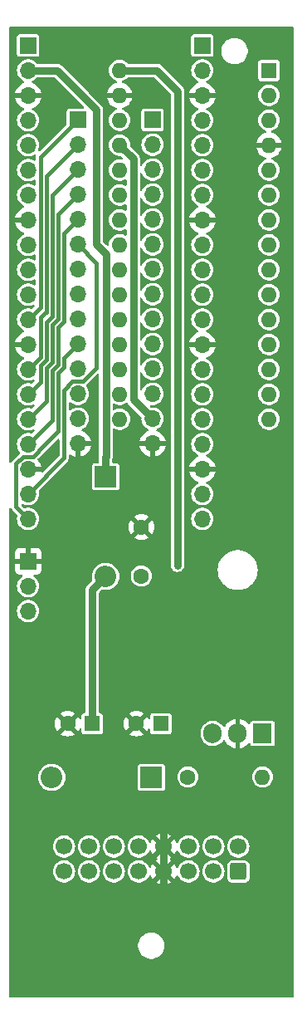
<source format=gbr>
%TF.GenerationSoftware,KiCad,Pcbnew,8.0.5*%
%TF.CreationDate,2024-11-21T14:34:23+00:00*%
%TF.ProjectId,EuroRackControl-MCU,4575726f-5261-4636-9b43-6f6e74726f6c,rev?*%
%TF.SameCoordinates,Original*%
%TF.FileFunction,Copper,L2,Bot*%
%TF.FilePolarity,Positive*%
%FSLAX46Y46*%
G04 Gerber Fmt 4.6, Leading zero omitted, Abs format (unit mm)*
G04 Created by KiCad (PCBNEW 8.0.5) date 2024-11-21 14:34:23*
%MOMM*%
%LPD*%
G01*
G04 APERTURE LIST*
G04 Aperture macros list*
%AMRoundRect*
0 Rectangle with rounded corners*
0 $1 Rounding radius*
0 $2 $3 $4 $5 $6 $7 $8 $9 X,Y pos of 4 corners*
0 Add a 4 corners polygon primitive as box body*
4,1,4,$2,$3,$4,$5,$6,$7,$8,$9,$2,$3,0*
0 Add four circle primitives for the rounded corners*
1,1,$1+$1,$2,$3*
1,1,$1+$1,$4,$5*
1,1,$1+$1,$6,$7*
1,1,$1+$1,$8,$9*
0 Add four rect primitives between the rounded corners*
20,1,$1+$1,$2,$3,$4,$5,0*
20,1,$1+$1,$4,$5,$6,$7,0*
20,1,$1+$1,$6,$7,$8,$9,0*
20,1,$1+$1,$8,$9,$2,$3,0*%
G04 Aperture macros list end*
%TA.AperFunction,ComponentPad*%
%ADD10R,1.700000X1.700000*%
%TD*%
%TA.AperFunction,ComponentPad*%
%ADD11O,1.700000X1.700000*%
%TD*%
%TA.AperFunction,ComponentPad*%
%ADD12R,1.905000X2.000000*%
%TD*%
%TA.AperFunction,ComponentPad*%
%ADD13O,1.905000X2.000000*%
%TD*%
%TA.AperFunction,ComponentPad*%
%ADD14R,2.200000X2.200000*%
%TD*%
%TA.AperFunction,ComponentPad*%
%ADD15O,2.200000X2.200000*%
%TD*%
%TA.AperFunction,ComponentPad*%
%ADD16R,1.600000X1.600000*%
%TD*%
%TA.AperFunction,ComponentPad*%
%ADD17C,1.600000*%
%TD*%
%TA.AperFunction,ComponentPad*%
%ADD18O,1.600000X1.600000*%
%TD*%
%TA.AperFunction,ComponentPad*%
%ADD19RoundRect,0.250000X0.600000X-0.600000X0.600000X0.600000X-0.600000X0.600000X-0.600000X-0.600000X0*%
%TD*%
%TA.AperFunction,ComponentPad*%
%ADD20C,1.700000*%
%TD*%
%TA.AperFunction,ViaPad*%
%ADD21C,0.600000*%
%TD*%
%TA.AperFunction,Conductor*%
%ADD22C,0.800000*%
%TD*%
%TA.AperFunction,Conductor*%
%ADD23C,0.400000*%
%TD*%
G04 APERTURE END LIST*
D10*
%TO.P,J3,1,Pin_1*%
%TO.N,/IO22*%
X22510000Y-60000000D03*
D11*
%TO.P,J3,2,Pin_2*%
%TO.N,/ADC7*%
X22510000Y-62540000D03*
%TO.P,J3,3,Pin_3*%
%TO.N,/ADC6*%
X22510000Y-65080000D03*
%TO.P,J3,4,Pin_4*%
%TO.N,/ADC5*%
X22510000Y-67620000D03*
%TO.P,J3,5,Pin_5*%
%TO.N,/ADC4*%
X22510000Y-70160000D03*
%TO.P,J3,6,Pin_6*%
%TO.N,/ADC3*%
X22510000Y-72700000D03*
%TO.P,J3,7,Pin_7*%
%TO.N,/ADC2*%
X22510000Y-75240000D03*
%TO.P,J3,8,Pin_8*%
%TO.N,/ADC1*%
X22510000Y-77780000D03*
%TO.P,J3,9,Pin_9*%
%TO.N,/ADC0*%
X22510000Y-80320000D03*
%TO.P,J3,10,Pin_10*%
%TO.N,/IO16*%
X22510000Y-82860000D03*
%TO.P,J3,11,Pin_11*%
%TO.N,/IO13*%
X22510000Y-85400000D03*
%TO.P,J3,12,Pin_12*%
%TO.N,/IO12*%
X22510000Y-87940000D03*
%TO.P,J3,13,Pin_13*%
%TO.N,VCC*%
X22510000Y-90480000D03*
%TO.P,J3,14,Pin_14*%
%TO.N,GND*%
X22510000Y-93020000D03*
%TD*%
D10*
%TO.P,J2,1,Pin_1*%
%TO.N,/IO0*%
X30130000Y-60000000D03*
D11*
%TO.P,J2,2,Pin_2*%
%TO.N,/IO1*%
X30130000Y-62540000D03*
%TO.P,J2,3,Pin_3*%
%TO.N,/IO2*%
X30130000Y-65080000D03*
%TO.P,J2,4,Pin_4*%
%TO.N,/IO3*%
X30130000Y-67620000D03*
%TO.P,J2,5,Pin_5*%
%TO.N,/IO4*%
X30130000Y-70160000D03*
%TO.P,J2,6,Pin_6*%
%TO.N,/IO5*%
X30130000Y-72700000D03*
%TO.P,J2,7,Pin_7*%
%TO.N,/IO6*%
X30130000Y-75240000D03*
%TO.P,J2,8,Pin_8*%
%TO.N,/IO7*%
X30130000Y-77780000D03*
%TO.P,J2,9,Pin_9*%
%TO.N,/IO8*%
X30130000Y-80320000D03*
%TO.P,J2,10,Pin_10*%
%TO.N,/IO9*%
X30130000Y-82860000D03*
%TO.P,J2,11,Pin_11*%
%TO.N,/IO10*%
X30130000Y-85400000D03*
%TO.P,J2,12,Pin_12*%
%TO.N,/IO11*%
X30130000Y-87940000D03*
%TO.P,J2,13,Pin_13*%
%TO.N,VCC*%
X30130000Y-90480000D03*
%TO.P,J2,14,Pin_14*%
%TO.N,GND*%
X30130000Y-93020000D03*
%TD*%
D12*
%TO.P,U4,1,IN*%
%TO.N,+12V*%
X41360000Y-122570000D03*
D13*
%TO.P,U4,2,GND*%
%TO.N,GND*%
X38820000Y-122570000D03*
%TO.P,U4,3,OUT*%
%TO.N,+5V*%
X36280000Y-122570000D03*
%TD*%
D10*
%TO.P,J17,1,Pin_1*%
%TO.N,/IO0*%
X35210000Y-52430000D03*
D11*
%TO.P,J17,2,Pin_2*%
%TO.N,/IO1*%
X35210000Y-54970000D03*
%TO.P,J17,3,Pin_3*%
%TO.N,GND*%
X35210000Y-57510000D03*
%TO.P,J17,4,Pin_4*%
%TO.N,/IO2*%
X35210000Y-60050000D03*
%TO.P,J17,5,Pin_5*%
%TO.N,/IO3*%
X35210000Y-62590000D03*
%TO.P,J17,6,Pin_6*%
%TO.N,/IO4*%
X35210000Y-65130000D03*
%TO.P,J17,7,Pin_7*%
%TO.N,/IO5*%
X35210000Y-67670000D03*
%TO.P,J17,8,Pin_8*%
%TO.N,GND*%
X35210000Y-70210000D03*
%TO.P,J17,9,Pin_9*%
%TO.N,/IO6*%
X35210000Y-72750000D03*
%TO.P,J17,10,Pin_10*%
%TO.N,/IO7*%
X35210000Y-75290000D03*
%TO.P,J17,11,Pin_11*%
%TO.N,/IO8*%
X35210000Y-77830000D03*
%TO.P,J17,12,Pin_12*%
%TO.N,/IO9*%
X35210000Y-80370000D03*
%TO.P,J17,13,Pin_13*%
%TO.N,GND*%
X35210000Y-82910000D03*
%TO.P,J17,14,Pin_14*%
%TO.N,/IO10*%
X35210000Y-85450000D03*
%TO.P,J17,15,Pin_15*%
%TO.N,/IO11*%
X35210000Y-87990000D03*
%TO.P,J17,16,Pin_16*%
%TO.N,/IO12*%
X35210000Y-90530000D03*
%TO.P,J17,17,Pin_17*%
%TO.N,/IO13*%
X35210000Y-93070000D03*
%TO.P,J17,18,Pin_18*%
%TO.N,GND*%
X35210000Y-95610000D03*
%TO.P,J17,19,Pin_19*%
%TO.N,/IO!4*%
X35210000Y-98150000D03*
%TO.P,J17,20,Pin_20*%
%TO.N,/IO!5*%
X35210000Y-100690000D03*
%TD*%
D14*
%TO.P,D1,1,K*%
%TO.N,Net-(D1-K)*%
X30010000Y-127040000D03*
D15*
%TO.P,D1,2,A*%
%TO.N,Net-(D1-A)*%
X19850000Y-127040000D03*
%TD*%
D16*
%TO.P,C2,1*%
%TO.N,+5V*%
X23970000Y-121560000D03*
D17*
%TO.P,C2,2*%
%TO.N,GND*%
X21470000Y-121560000D03*
%TD*%
%TO.P,R1,1*%
%TO.N,Net-(D1-K)*%
X33740000Y-127000000D03*
D18*
%TO.P,R1,2*%
%TO.N,+12V*%
X41360000Y-127000000D03*
%TD*%
D10*
%TO.P,J6,1,Pin_1*%
%TO.N,GND*%
X17430000Y-105000000D03*
D11*
%TO.P,J6,2,Pin_2*%
%TO.N,+5V*%
X17430000Y-107540000D03*
%TO.P,J6,3,Pin_3*%
%TO.N,+12V*%
X17430000Y-110080000D03*
%TD*%
D16*
%TO.P,U2,1,D1/TX*%
%TO.N,/IO1*%
X42000000Y-54970000D03*
D18*
%TO.P,U2,2,D0/RX*%
%TO.N,/IO0*%
X42000000Y-57510000D03*
%TO.P,U2,3,~{RESET}*%
%TO.N,unconnected-(U2-~{RESET}-Pad3)*%
X42000000Y-60050000D03*
%TO.P,U2,4,GND*%
%TO.N,GND*%
X42000000Y-62590000D03*
%TO.P,U2,5,D2*%
%TO.N,/IO2*%
X42000000Y-65130000D03*
%TO.P,U2,6,~D3*%
%TO.N,/IO3*%
X42000000Y-67670000D03*
%TO.P,U2,7,D4*%
%TO.N,/IO4*%
X42000000Y-70210000D03*
%TO.P,U2,8,~D5*%
%TO.N,/IO5*%
X42000000Y-72750000D03*
%TO.P,U2,9,~D6*%
%TO.N,/IO6*%
X42000000Y-75290000D03*
%TO.P,U2,10,D7*%
%TO.N,/IO7*%
X42000000Y-77830000D03*
%TO.P,U2,11,D8*%
%TO.N,/IO8*%
X42000000Y-80370000D03*
%TO.P,U2,12,~D9*%
%TO.N,/IO9*%
X42000000Y-82910000D03*
%TO.P,U2,13,~D10*%
%TO.N,/IO10*%
X42000000Y-85450000D03*
%TO.P,U2,14,~D11*%
%TO.N,/IO11*%
X42000000Y-87990000D03*
%TO.P,U2,15,D12*%
%TO.N,/IO12*%
X42000000Y-90530000D03*
%TO.P,U2,16,D13*%
%TO.N,/IO13*%
X26760000Y-90530000D03*
%TO.P,U2,17,3V3*%
%TO.N,unconnected-(U2-3V3-Pad17)*%
X26760000Y-87990000D03*
%TO.P,U2,18,AREF*%
%TO.N,unconnected-(U2-AREF-Pad18)*%
X26760000Y-85450000D03*
%TO.P,U2,19,A0/D14*%
%TO.N,/ADC0*%
X26760000Y-82910000D03*
%TO.P,U2,20,A1/D15*%
%TO.N,/ADC1*%
X26760000Y-80370000D03*
%TO.P,U2,21,A2/D16*%
%TO.N,/ADC2*%
X26760000Y-77830000D03*
%TO.P,U2,22,A3/D17*%
%TO.N,/ADC3*%
X26760000Y-75290000D03*
%TO.P,U2,23,A4/D18*%
%TO.N,/ADC4*%
X26760000Y-72750000D03*
%TO.P,U2,24,A5/D19*%
%TO.N,/ADC5*%
X26760000Y-70210000D03*
%TO.P,U2,25,A6/D20*%
%TO.N,/ADC6*%
X26760000Y-67670000D03*
%TO.P,U2,26,A7/D21*%
%TO.N,/ADC7*%
X26760000Y-65130000D03*
%TO.P,U2,27,+5V*%
%TO.N,VCC*%
X26760000Y-62590000D03*
%TO.P,U2,28,~{RESET}*%
%TO.N,unconnected-(U2-~{RESET}-Pad28)*%
X26760000Y-60050000D03*
%TO.P,U2,29,GND*%
%TO.N,GND*%
X26760000Y-57510000D03*
%TO.P,U2,30,VIN*%
%TO.N,+12V*%
X26760000Y-54970000D03*
%TD*%
D17*
%TO.P,C3,1*%
%TO.N,+5V*%
X28990000Y-106520000D03*
%TO.P,C3,2*%
%TO.N,GND*%
X28990000Y-101520000D03*
%TD*%
D10*
%TO.P,J18,1,Pin_1*%
%TO.N,Net-(J18-Pin_1)*%
X17430000Y-52430000D03*
D11*
%TO.P,J18,2,Pin_2*%
%TO.N,Net-(D19-K)*%
X17430000Y-54970000D03*
%TO.P,J18,3,Pin_3*%
%TO.N,GND*%
X17430000Y-57510000D03*
%TO.P,J18,4,Pin_4*%
%TO.N,Net-(J18-Pin_4)*%
X17430000Y-60050000D03*
%TO.P,J18,5,Pin_5*%
%TO.N,VCC*%
X17430000Y-62590000D03*
%TO.P,J18,6,Pin_6*%
%TO.N,Net-(J18-Pin_6)*%
X17430000Y-65130000D03*
%TO.P,J18,7,Pin_7*%
%TO.N,/ADC2*%
X17430000Y-67670000D03*
%TO.P,J18,8,Pin_8*%
%TO.N,GND*%
X17430000Y-70210000D03*
%TO.P,J18,9,Pin_9*%
%TO.N,/ADC1*%
X17430000Y-72750000D03*
%TO.P,J18,10,Pin_10*%
%TO.N,/ADC0*%
X17430000Y-75290000D03*
%TO.P,J18,11,Pin_11*%
%TO.N,Net-(J18-Pin_11)*%
X17430000Y-77830000D03*
%TO.P,J18,12,Pin_12*%
%TO.N,/IO22*%
X17430000Y-80370000D03*
%TO.P,J18,13,Pin_13*%
%TO.N,GND*%
X17430000Y-82910000D03*
%TO.P,J18,14,Pin_14*%
%TO.N,/ADC7*%
X17430000Y-85450000D03*
%TO.P,J18,15,Pin_15*%
%TO.N,/ADC6*%
X17430000Y-87990000D03*
%TO.P,J18,16,Pin_16*%
%TO.N,/ADC5*%
X17430000Y-90530000D03*
%TO.P,J18,17,Pin_17*%
%TO.N,/ADC4*%
X17430000Y-93070000D03*
%TO.P,J18,18,Pin_18*%
%TO.N,GND*%
X17430000Y-95610000D03*
%TO.P,J18,19,Pin_19*%
%TO.N,/ADC3*%
X17430000Y-98150000D03*
%TO.P,J18,20,Pin_20*%
%TO.N,/IO16*%
X17430000Y-100690000D03*
%TD*%
D19*
%TO.P,J5,1,Pin_1*%
%TO.N,unconnected-(J5-Pin_1-Pad1)*%
X38890000Y-136640000D03*
D20*
%TO.P,J5,2,Pin_2*%
%TO.N,unconnected-(J5-Pin_2-Pad2)*%
X38890000Y-134100000D03*
%TO.P,J5,3,Pin_3*%
%TO.N,unconnected-(J5-Pin_3-Pad3)*%
X36350000Y-136640000D03*
%TO.P,J5,4,Pin_4*%
%TO.N,unconnected-(J5-Pin_4-Pad4)*%
X36350000Y-134100000D03*
%TO.P,J5,5,Pin_5*%
%TO.N,unconnected-(J5-Pin_5-Pad5)*%
X33810000Y-136640000D03*
%TO.P,J5,6,Pin_6*%
%TO.N,unconnected-(J5-Pin_6-Pad6)*%
X33810000Y-134100000D03*
%TO.P,J5,7,Pin_7*%
%TO.N,GND*%
X31270000Y-136640000D03*
%TO.P,J5,8,Pin_8*%
X31270000Y-134100000D03*
%TO.P,J5,9,Pin_9*%
%TO.N,Net-(D1-A)*%
X28730000Y-136640000D03*
%TO.P,J5,10,Pin_10*%
X28730000Y-134100000D03*
%TO.P,J5,11,Pin_11*%
%TO.N,unconnected-(J5-Pin_11-Pad11)*%
X26190000Y-136640000D03*
%TO.P,J5,12,Pin_12*%
%TO.N,unconnected-(J5-Pin_12-Pad12)*%
X26190000Y-134100000D03*
%TO.P,J5,13,Pin_13*%
%TO.N,unconnected-(J5-Pin_13-Pad13)*%
X23650000Y-136640000D03*
%TO.P,J5,14,Pin_14*%
%TO.N,unconnected-(J5-Pin_14-Pad14)*%
X23650000Y-134100000D03*
%TO.P,J5,15,Pin_15*%
%TO.N,unconnected-(J5-Pin_15-Pad15)*%
X21110000Y-136640000D03*
%TO.P,J5,16,Pin_16*%
%TO.N,unconnected-(J5-Pin_16-Pad16)*%
X21110000Y-134100000D03*
%TD*%
D16*
%TO.P,C1,1*%
%TO.N,+12V*%
X30970000Y-121560000D03*
D17*
%TO.P,C1,2*%
%TO.N,GND*%
X28470000Y-121560000D03*
%TD*%
D14*
%TO.P,D19,1,K*%
%TO.N,Net-(D19-K)*%
X25350000Y-96400000D03*
D15*
%TO.P,D19,2,A*%
%TO.N,+5V*%
X25350000Y-106560000D03*
%TD*%
D21*
%TO.N,GND*%
X26070000Y-109570000D03*
X20360000Y-52290000D03*
X29210000Y-56388000D03*
X30530000Y-52320000D03*
X31621565Y-62319306D03*
X17860000Y-146370000D03*
X24638000Y-130810000D03*
X41390000Y-130750000D03*
X41470000Y-146640000D03*
X32980000Y-130840000D03*
X20350000Y-112730000D03*
X18050000Y-130950000D03*
%TO.N,+12V*%
X32680000Y-105410000D03*
X32680000Y-104648000D03*
X32680000Y-103886000D03*
%TD*%
D22*
%TO.N,GND*%
X31270000Y-136640000D02*
X31270000Y-138148000D01*
X31270000Y-134100000D02*
X31270000Y-136640000D01*
X31270000Y-134100000D02*
X31270000Y-132616000D01*
%TO.N,VCC*%
X26760000Y-62590000D02*
X28160000Y-63990000D01*
X28160000Y-88510000D02*
X30130000Y-90480000D01*
X28160000Y-63990000D02*
X28160000Y-88510000D01*
%TO.N,+12V*%
X32680000Y-103886000D02*
X32680000Y-104648000D01*
X32680000Y-103038000D02*
X32680000Y-57064000D01*
X32680000Y-104648000D02*
X32680000Y-105410000D01*
X32680000Y-103210000D02*
X32680000Y-103886000D01*
X32680000Y-57064000D02*
X30586000Y-54970000D01*
X30586000Y-54970000D02*
X26760000Y-54970000D01*
%TO.N,+5V*%
X23970000Y-107940000D02*
X23970000Y-121560000D01*
X25350000Y-106560000D02*
X23970000Y-107940000D01*
%TO.N,Net-(D19-K)*%
X25360000Y-73660000D02*
X24384000Y-72684000D01*
X20380000Y-54970000D02*
X17430000Y-54970000D01*
X25360000Y-94390000D02*
X25360000Y-73660000D01*
X24384000Y-58974000D02*
X20380000Y-54970000D01*
X24384000Y-72684000D02*
X24384000Y-58974000D01*
X25350000Y-94400000D02*
X25360000Y-94390000D01*
X25350000Y-96400000D02*
X25350000Y-94400000D01*
D23*
%TO.N,/IO16*%
X16180000Y-99440000D02*
X17430000Y-100690000D01*
X22510000Y-82860000D02*
X21080000Y-84290000D01*
X19093883Y-93173883D02*
X19093883Y-93173884D01*
X20499264Y-91768503D02*
X19093884Y-93173883D01*
X17947766Y-94320000D02*
X16932000Y-94320000D01*
X16180000Y-95072000D02*
X16180000Y-99440000D01*
X19093884Y-93173883D02*
X19093883Y-93173883D01*
X19093883Y-93173883D02*
X17947766Y-94320000D01*
X16932000Y-94320000D02*
X16180000Y-95072000D01*
X21080000Y-85197056D02*
X20499264Y-85777792D01*
X20499264Y-85777792D02*
X20499264Y-91768503D01*
X21080000Y-84290000D02*
X21080000Y-85197056D01*
%TO.N,/ADC3*%
X21099264Y-94480736D02*
X17430000Y-98150000D01*
X23027767Y-86690000D02*
X21970000Y-86690000D01*
X21970000Y-86690000D02*
X21099264Y-87560736D01*
X21099264Y-87560736D02*
X21099264Y-94480736D01*
X24400000Y-85317767D02*
X23027767Y-86690000D01*
X24400000Y-84850000D02*
X24400000Y-74590000D01*
X24400000Y-84850000D02*
X24400000Y-85317767D01*
X24400000Y-74590000D02*
X22510000Y-72700000D01*
%TO.N,/ADC5*%
X20480000Y-80290000D02*
X19880000Y-80890000D01*
X19299264Y-85280736D02*
X19299264Y-88660736D01*
X19880000Y-84700000D02*
X19299264Y-85280736D01*
X22510000Y-67620000D02*
X20480000Y-69650000D01*
X19880000Y-80890000D02*
X19880000Y-84700000D01*
X20480000Y-69650000D02*
X20480000Y-80290000D01*
X19299264Y-88660736D02*
X17430000Y-90530000D01*
%TO.N,/ADC7*%
X22510000Y-62540000D02*
X19280000Y-65770000D01*
X19280000Y-65770000D02*
X19280000Y-79620000D01*
X19280000Y-79620000D02*
X19230000Y-79620000D01*
X18680000Y-84200000D02*
X17430000Y-85450000D01*
X18680000Y-80170000D02*
X18680000Y-84200000D01*
X19230000Y-79620000D02*
X18680000Y-80170000D01*
%TO.N,/ADC4*%
X19899264Y-90600736D02*
X17430000Y-93070000D01*
X21080000Y-71590000D02*
X21080000Y-80560000D01*
X22510000Y-70160000D02*
X21080000Y-71590000D01*
X20480000Y-81160000D02*
X21080000Y-80560000D01*
X20480000Y-81160000D02*
X20480000Y-84948528D01*
X20480000Y-84948528D02*
X19899264Y-85529264D01*
X19899264Y-85529264D02*
X19899264Y-90600736D01*
%TO.N,/IO22*%
X18680000Y-79120000D02*
X18680000Y-63830000D01*
X18680000Y-63830000D02*
X22510000Y-60000000D01*
X17430000Y-80370000D02*
X18680000Y-79120000D01*
%TO.N,/ADC6*%
X18699264Y-86720736D02*
X17430000Y-87990000D01*
X19880000Y-80040000D02*
X19280000Y-80640000D01*
X19280000Y-80640000D02*
X19280000Y-84448528D01*
X22510000Y-65080000D02*
X19880000Y-67710000D01*
X18699264Y-85029264D02*
X18699264Y-86720736D01*
X19880000Y-67710000D02*
X19880000Y-80040000D01*
X19280000Y-84448528D02*
X18699264Y-85029264D01*
%TD*%
%TA.AperFunction,Conductor*%
%TO.N,GND*%
G36*
X44442539Y-50520185D02*
G01*
X44488294Y-50572989D01*
X44499500Y-50624500D01*
X44499500Y-149375500D01*
X44479815Y-149442539D01*
X44427011Y-149488294D01*
X44375500Y-149499500D01*
X15624500Y-149499500D01*
X15557461Y-149479815D01*
X15511706Y-149427011D01*
X15500500Y-149375500D01*
X15500500Y-144093713D01*
X28649500Y-144093713D01*
X28649500Y-144306286D01*
X28682753Y-144516239D01*
X28748444Y-144718414D01*
X28844951Y-144907820D01*
X28969890Y-145079786D01*
X29120213Y-145230109D01*
X29292179Y-145355048D01*
X29292181Y-145355049D01*
X29292184Y-145355051D01*
X29481588Y-145451557D01*
X29683757Y-145517246D01*
X29893713Y-145550500D01*
X29893714Y-145550500D01*
X30106286Y-145550500D01*
X30106287Y-145550500D01*
X30316243Y-145517246D01*
X30518412Y-145451557D01*
X30707816Y-145355051D01*
X30729789Y-145339086D01*
X30879786Y-145230109D01*
X30879788Y-145230106D01*
X30879792Y-145230104D01*
X31030104Y-145079792D01*
X31030106Y-145079788D01*
X31030109Y-145079786D01*
X31155048Y-144907820D01*
X31155047Y-144907820D01*
X31155051Y-144907816D01*
X31251557Y-144718412D01*
X31317246Y-144516243D01*
X31350500Y-144306287D01*
X31350500Y-144093713D01*
X31317246Y-143883757D01*
X31251557Y-143681588D01*
X31155051Y-143492184D01*
X31155049Y-143492181D01*
X31155048Y-143492179D01*
X31030109Y-143320213D01*
X30879786Y-143169890D01*
X30707820Y-143044951D01*
X30518414Y-142948444D01*
X30518413Y-142948443D01*
X30518412Y-142948443D01*
X30316243Y-142882754D01*
X30316241Y-142882753D01*
X30316240Y-142882753D01*
X30154957Y-142857208D01*
X30106287Y-142849500D01*
X29893713Y-142849500D01*
X29845042Y-142857208D01*
X29683760Y-142882753D01*
X29481585Y-142948444D01*
X29292179Y-143044951D01*
X29120213Y-143169890D01*
X28969890Y-143320213D01*
X28844951Y-143492179D01*
X28748444Y-143681585D01*
X28682753Y-143883760D01*
X28649500Y-144093713D01*
X15500500Y-144093713D01*
X15500500Y-136639999D01*
X19974657Y-136639999D01*
X19974657Y-136640000D01*
X19993987Y-136848618D01*
X20051323Y-137050130D01*
X20051328Y-137050143D01*
X20144711Y-137237679D01*
X20144712Y-137237681D01*
X20242206Y-137366785D01*
X20270973Y-137404878D01*
X20270974Y-137404879D01*
X20425800Y-137546021D01*
X20425805Y-137546025D01*
X20603930Y-137656315D01*
X20603931Y-137656315D01*
X20603934Y-137656317D01*
X20799299Y-137732002D01*
X21005244Y-137770500D01*
X21005246Y-137770500D01*
X21214754Y-137770500D01*
X21214756Y-137770500D01*
X21420701Y-137732002D01*
X21616066Y-137656317D01*
X21794197Y-137546023D01*
X21949029Y-137404876D01*
X22075288Y-137237681D01*
X22168676Y-137050133D01*
X22226012Y-136848619D01*
X22245343Y-136640000D01*
X22245343Y-136639999D01*
X22514657Y-136639999D01*
X22514657Y-136640000D01*
X22533987Y-136848618D01*
X22591323Y-137050130D01*
X22591328Y-137050143D01*
X22684711Y-137237679D01*
X22684712Y-137237681D01*
X22782206Y-137366785D01*
X22810973Y-137404878D01*
X22810974Y-137404879D01*
X22965800Y-137546021D01*
X22965805Y-137546025D01*
X23143930Y-137656315D01*
X23143931Y-137656315D01*
X23143934Y-137656317D01*
X23339299Y-137732002D01*
X23545244Y-137770500D01*
X23545246Y-137770500D01*
X23754754Y-137770500D01*
X23754756Y-137770500D01*
X23960701Y-137732002D01*
X24156066Y-137656317D01*
X24334197Y-137546023D01*
X24489029Y-137404876D01*
X24615288Y-137237681D01*
X24708676Y-137050133D01*
X24766012Y-136848619D01*
X24785343Y-136640000D01*
X24785343Y-136639999D01*
X25054657Y-136639999D01*
X25054657Y-136640000D01*
X25073987Y-136848618D01*
X25131323Y-137050130D01*
X25131328Y-137050143D01*
X25224711Y-137237679D01*
X25224712Y-137237681D01*
X25322206Y-137366785D01*
X25350973Y-137404878D01*
X25350974Y-137404879D01*
X25505800Y-137546021D01*
X25505805Y-137546025D01*
X25683930Y-137656315D01*
X25683931Y-137656315D01*
X25683934Y-137656317D01*
X25879299Y-137732002D01*
X26085244Y-137770500D01*
X26085246Y-137770500D01*
X26294754Y-137770500D01*
X26294756Y-137770500D01*
X26500701Y-137732002D01*
X26696066Y-137656317D01*
X26874197Y-137546023D01*
X27029029Y-137404876D01*
X27155288Y-137237681D01*
X27248676Y-137050133D01*
X27306012Y-136848619D01*
X27325343Y-136640000D01*
X27319243Y-136574174D01*
X27306012Y-136431381D01*
X27256865Y-136258649D01*
X27248676Y-136229867D01*
X27222547Y-136177394D01*
X27203156Y-136138451D01*
X27155288Y-136042319D01*
X27029029Y-135875124D01*
X27029026Y-135875121D01*
X27029023Y-135875118D01*
X26874199Y-135733978D01*
X26874194Y-135733974D01*
X26696069Y-135623684D01*
X26696063Y-135623682D01*
X26500701Y-135547998D01*
X26294756Y-135509500D01*
X26085244Y-135509500D01*
X25879299Y-135547998D01*
X25755752Y-135595860D01*
X25683936Y-135623682D01*
X25683930Y-135623684D01*
X25505805Y-135733974D01*
X25505800Y-135733978D01*
X25350976Y-135875118D01*
X25350973Y-135875121D01*
X25224712Y-136042318D01*
X25131328Y-136229856D01*
X25131323Y-136229869D01*
X25073987Y-136431381D01*
X25054657Y-136639999D01*
X24785343Y-136639999D01*
X24779243Y-136574174D01*
X24766012Y-136431381D01*
X24716865Y-136258649D01*
X24708676Y-136229867D01*
X24682547Y-136177394D01*
X24663156Y-136138451D01*
X24615288Y-136042319D01*
X24489029Y-135875124D01*
X24489026Y-135875121D01*
X24489023Y-135875118D01*
X24334199Y-135733978D01*
X24334194Y-135733974D01*
X24156069Y-135623684D01*
X24156063Y-135623682D01*
X23960701Y-135547998D01*
X23754756Y-135509500D01*
X23545244Y-135509500D01*
X23339299Y-135547998D01*
X23215752Y-135595860D01*
X23143936Y-135623682D01*
X23143930Y-135623684D01*
X22965805Y-135733974D01*
X22965800Y-135733978D01*
X22810976Y-135875118D01*
X22810973Y-135875121D01*
X22684712Y-136042318D01*
X22591328Y-136229856D01*
X22591323Y-136229869D01*
X22533987Y-136431381D01*
X22514657Y-136639999D01*
X22245343Y-136639999D01*
X22239243Y-136574174D01*
X22226012Y-136431381D01*
X22176865Y-136258649D01*
X22168676Y-136229867D01*
X22142547Y-136177394D01*
X22123156Y-136138451D01*
X22075288Y-136042319D01*
X21949029Y-135875124D01*
X21949026Y-135875121D01*
X21949023Y-135875118D01*
X21794199Y-135733978D01*
X21794194Y-135733974D01*
X21616069Y-135623684D01*
X21616063Y-135623682D01*
X21420701Y-135547998D01*
X21214756Y-135509500D01*
X21005244Y-135509500D01*
X20799299Y-135547998D01*
X20675752Y-135595860D01*
X20603936Y-135623682D01*
X20603930Y-135623684D01*
X20425805Y-135733974D01*
X20425800Y-135733978D01*
X20270976Y-135875118D01*
X20270973Y-135875121D01*
X20144712Y-136042318D01*
X20051328Y-136229856D01*
X20051323Y-136229869D01*
X19993987Y-136431381D01*
X19974657Y-136639999D01*
X15500500Y-136639999D01*
X15500500Y-134099999D01*
X19974657Y-134099999D01*
X19974657Y-134100000D01*
X19993987Y-134308618D01*
X20051323Y-134510130D01*
X20051328Y-134510143D01*
X20144712Y-134697681D01*
X20270973Y-134864878D01*
X20270976Y-134864881D01*
X20425800Y-135006021D01*
X20425805Y-135006025D01*
X20603930Y-135116315D01*
X20603931Y-135116315D01*
X20603934Y-135116317D01*
X20799299Y-135192002D01*
X21005244Y-135230500D01*
X21005246Y-135230500D01*
X21214754Y-135230500D01*
X21214756Y-135230500D01*
X21420701Y-135192002D01*
X21616066Y-135116317D01*
X21794197Y-135006023D01*
X21949029Y-134864876D01*
X22075288Y-134697681D01*
X22168676Y-134510133D01*
X22226012Y-134308619D01*
X22245343Y-134100000D01*
X22245343Y-134099999D01*
X22514657Y-134099999D01*
X22514657Y-134100000D01*
X22533987Y-134308618D01*
X22591323Y-134510130D01*
X22591328Y-134510143D01*
X22684712Y-134697681D01*
X22810973Y-134864878D01*
X22810976Y-134864881D01*
X22965800Y-135006021D01*
X22965805Y-135006025D01*
X23143930Y-135116315D01*
X23143931Y-135116315D01*
X23143934Y-135116317D01*
X23339299Y-135192002D01*
X23545244Y-135230500D01*
X23545246Y-135230500D01*
X23754754Y-135230500D01*
X23754756Y-135230500D01*
X23960701Y-135192002D01*
X24156066Y-135116317D01*
X24334197Y-135006023D01*
X24489029Y-134864876D01*
X24615288Y-134697681D01*
X24708676Y-134510133D01*
X24766012Y-134308619D01*
X24785343Y-134100000D01*
X24785343Y-134099999D01*
X25054657Y-134099999D01*
X25054657Y-134100000D01*
X25073987Y-134308618D01*
X25131323Y-134510130D01*
X25131328Y-134510143D01*
X25224712Y-134697681D01*
X25350973Y-134864878D01*
X25350976Y-134864881D01*
X25505800Y-135006021D01*
X25505805Y-135006025D01*
X25683930Y-135116315D01*
X25683931Y-135116315D01*
X25683934Y-135116317D01*
X25879299Y-135192002D01*
X26085244Y-135230500D01*
X26085246Y-135230500D01*
X26294754Y-135230500D01*
X26294756Y-135230500D01*
X26500701Y-135192002D01*
X26696066Y-135116317D01*
X26874197Y-135006023D01*
X27029029Y-134864876D01*
X27155288Y-134697681D01*
X27248676Y-134510133D01*
X27306012Y-134308619D01*
X27325343Y-134100000D01*
X27325343Y-134099999D01*
X27594657Y-134099999D01*
X27594657Y-134100000D01*
X27613987Y-134308618D01*
X27671323Y-134510130D01*
X27671328Y-134510143D01*
X27764712Y-134697681D01*
X27890973Y-134864878D01*
X27890976Y-134864881D01*
X28045800Y-135006021D01*
X28045805Y-135006025D01*
X28223930Y-135116315D01*
X28223931Y-135116315D01*
X28223934Y-135116317D01*
X28419299Y-135192002D01*
X28625244Y-135230500D01*
X28625246Y-135230500D01*
X28834754Y-135230500D01*
X28834756Y-135230500D01*
X29040701Y-135192002D01*
X29236066Y-135116317D01*
X29414197Y-135006023D01*
X29569029Y-134864876D01*
X29695288Y-134697681D01*
X29768820Y-134550008D01*
X29816323Y-134498771D01*
X29883985Y-134481350D01*
X29950326Y-134503275D01*
X29994281Y-134557587D01*
X29996335Y-134562850D01*
X29996565Y-134563483D01*
X30096400Y-134777579D01*
X30096402Y-134777583D01*
X30155072Y-134861373D01*
X30155073Y-134861373D01*
X30787037Y-134229409D01*
X30804075Y-134292993D01*
X30869901Y-134407007D01*
X30962993Y-134500099D01*
X31077007Y-134565925D01*
X31140590Y-134582962D01*
X30508625Y-135214925D01*
X30585031Y-135268425D01*
X30628655Y-135323002D01*
X30635848Y-135392501D01*
X30604326Y-135454855D01*
X30585029Y-135471576D01*
X30508625Y-135525072D01*
X31140590Y-136157037D01*
X31077007Y-136174075D01*
X30962993Y-136239901D01*
X30869901Y-136332993D01*
X30804075Y-136447007D01*
X30787037Y-136510590D01*
X30155072Y-135878625D01*
X30096401Y-135962419D01*
X29996562Y-136176524D01*
X29996332Y-136177156D01*
X29996156Y-136177394D01*
X29994281Y-136181416D01*
X29993471Y-136181038D01*
X29954893Y-136233410D01*
X29889619Y-136258331D01*
X29821234Y-136244006D01*
X29771449Y-136194983D01*
X29768820Y-136189991D01*
X29743927Y-136140000D01*
X29695288Y-136042319D01*
X29569029Y-135875124D01*
X29569026Y-135875121D01*
X29569023Y-135875118D01*
X29414199Y-135733978D01*
X29414194Y-135733974D01*
X29236069Y-135623684D01*
X29236063Y-135623682D01*
X29040701Y-135547998D01*
X28834756Y-135509500D01*
X28625244Y-135509500D01*
X28419299Y-135547998D01*
X28295752Y-135595860D01*
X28223936Y-135623682D01*
X28223930Y-135623684D01*
X28045805Y-135733974D01*
X28045800Y-135733978D01*
X27890976Y-135875118D01*
X27890973Y-135875121D01*
X27764712Y-136042318D01*
X27671328Y-136229856D01*
X27671323Y-136229869D01*
X27613987Y-136431381D01*
X27594657Y-136639999D01*
X27594657Y-136640000D01*
X27613987Y-136848618D01*
X27671323Y-137050130D01*
X27671328Y-137050143D01*
X27764711Y-137237679D01*
X27764712Y-137237681D01*
X27862206Y-137366785D01*
X27890973Y-137404878D01*
X27890974Y-137404879D01*
X28045800Y-137546021D01*
X28045805Y-137546025D01*
X28223930Y-137656315D01*
X28223931Y-137656315D01*
X28223934Y-137656317D01*
X28419299Y-137732002D01*
X28625244Y-137770500D01*
X28625246Y-137770500D01*
X28834754Y-137770500D01*
X28834756Y-137770500D01*
X29040701Y-137732002D01*
X29236066Y-137656317D01*
X29414197Y-137546023D01*
X29569029Y-137404876D01*
X29695288Y-137237681D01*
X29768820Y-137090008D01*
X29816323Y-137038771D01*
X29883985Y-137021350D01*
X29950326Y-137043275D01*
X29994281Y-137097587D01*
X29996335Y-137102850D01*
X29996565Y-137103483D01*
X30096400Y-137317579D01*
X30096402Y-137317583D01*
X30155072Y-137401373D01*
X30155073Y-137401373D01*
X30787037Y-136769409D01*
X30804075Y-136832993D01*
X30869901Y-136947007D01*
X30962993Y-137040099D01*
X31077007Y-137105925D01*
X31140590Y-137122962D01*
X30508625Y-137754925D01*
X30592421Y-137813599D01*
X30806507Y-137913429D01*
X30806516Y-137913433D01*
X31034673Y-137974567D01*
X31034684Y-137974569D01*
X31269998Y-137995157D01*
X31270002Y-137995157D01*
X31505315Y-137974569D01*
X31505326Y-137974567D01*
X31733483Y-137913433D01*
X31733492Y-137913429D01*
X31947578Y-137813600D01*
X31947582Y-137813598D01*
X32031373Y-137754926D01*
X32031373Y-137754925D01*
X31399409Y-137122962D01*
X31462993Y-137105925D01*
X31577007Y-137040099D01*
X31670099Y-136947007D01*
X31735925Y-136832993D01*
X31752962Y-136769410D01*
X32384925Y-137401373D01*
X32384926Y-137401373D01*
X32443598Y-137317582D01*
X32443600Y-137317578D01*
X32543432Y-137103487D01*
X32543658Y-137102868D01*
X32543830Y-137102633D01*
X32545719Y-137098584D01*
X32546532Y-137098963D01*
X32585085Y-137046604D01*
X32650354Y-137021670D01*
X32718742Y-137035981D01*
X32768537Y-137084993D01*
X32771179Y-137090008D01*
X32844711Y-137237679D01*
X32844712Y-137237681D01*
X32942206Y-137366785D01*
X32970973Y-137404878D01*
X32970974Y-137404879D01*
X33125800Y-137546021D01*
X33125805Y-137546025D01*
X33303930Y-137656315D01*
X33303931Y-137656315D01*
X33303934Y-137656317D01*
X33499299Y-137732002D01*
X33705244Y-137770500D01*
X33705246Y-137770500D01*
X33914754Y-137770500D01*
X33914756Y-137770500D01*
X34120701Y-137732002D01*
X34316066Y-137656317D01*
X34494197Y-137546023D01*
X34649029Y-137404876D01*
X34775288Y-137237681D01*
X34868676Y-137050133D01*
X34926012Y-136848619D01*
X34945343Y-136640000D01*
X34945343Y-136639999D01*
X35214657Y-136639999D01*
X35214657Y-136640000D01*
X35233987Y-136848618D01*
X35291323Y-137050130D01*
X35291328Y-137050143D01*
X35384711Y-137237679D01*
X35384712Y-137237681D01*
X35482206Y-137366785D01*
X35510973Y-137404878D01*
X35510974Y-137404879D01*
X35665800Y-137546021D01*
X35665805Y-137546025D01*
X35843930Y-137656315D01*
X35843931Y-137656315D01*
X35843934Y-137656317D01*
X36039299Y-137732002D01*
X36245244Y-137770500D01*
X36245246Y-137770500D01*
X36454754Y-137770500D01*
X36454756Y-137770500D01*
X36660701Y-137732002D01*
X36856066Y-137656317D01*
X37034197Y-137546023D01*
X37189029Y-137404876D01*
X37315288Y-137237681D01*
X37408676Y-137050133D01*
X37466012Y-136848619D01*
X37485343Y-136640000D01*
X37479243Y-136574174D01*
X37466012Y-136431381D01*
X37416865Y-136258649D01*
X37408676Y-136229867D01*
X37382547Y-136177394D01*
X37363156Y-136138451D01*
X37315288Y-136042319D01*
X37282170Y-135998463D01*
X37759500Y-135998463D01*
X37759500Y-135998464D01*
X37759500Y-135998468D01*
X37759500Y-137281530D01*
X37769736Y-137366783D01*
X37823236Y-137502449D01*
X37911352Y-137618647D01*
X38027550Y-137706763D01*
X38027551Y-137706763D01*
X38027552Y-137706764D01*
X38163215Y-137760263D01*
X38248463Y-137770500D01*
X39531536Y-137770499D01*
X39616785Y-137760263D01*
X39752448Y-137706764D01*
X39868647Y-137618647D01*
X39956764Y-137502448D01*
X40010263Y-137366785D01*
X40020500Y-137281537D01*
X40020499Y-135998464D01*
X40010263Y-135913215D01*
X39956764Y-135777552D01*
X39956763Y-135777551D01*
X39956763Y-135777550D01*
X39868647Y-135661352D01*
X39752449Y-135573236D01*
X39630316Y-135525073D01*
X39616785Y-135519737D01*
X39616784Y-135519736D01*
X39616782Y-135519736D01*
X39576687Y-135514921D01*
X39531537Y-135509500D01*
X39531531Y-135509500D01*
X38248469Y-135509500D01*
X38163216Y-135519736D01*
X38027550Y-135573236D01*
X37911352Y-135661352D01*
X37823236Y-135777550D01*
X37769736Y-135913217D01*
X37764018Y-135960837D01*
X37759500Y-135998463D01*
X37282170Y-135998463D01*
X37189029Y-135875124D01*
X37189026Y-135875121D01*
X37189023Y-135875118D01*
X37034199Y-135733978D01*
X37034194Y-135733974D01*
X36856069Y-135623684D01*
X36856063Y-135623682D01*
X36660701Y-135547998D01*
X36454756Y-135509500D01*
X36245244Y-135509500D01*
X36039299Y-135547998D01*
X35915752Y-135595860D01*
X35843936Y-135623682D01*
X35843930Y-135623684D01*
X35665805Y-135733974D01*
X35665800Y-135733978D01*
X35510976Y-135875118D01*
X35510973Y-135875121D01*
X35384712Y-136042318D01*
X35291328Y-136229856D01*
X35291323Y-136229869D01*
X35233987Y-136431381D01*
X35214657Y-136639999D01*
X34945343Y-136639999D01*
X34939243Y-136574174D01*
X34926012Y-136431381D01*
X34876865Y-136258649D01*
X34868676Y-136229867D01*
X34842547Y-136177394D01*
X34823156Y-136138451D01*
X34775288Y-136042319D01*
X34649029Y-135875124D01*
X34649026Y-135875121D01*
X34649023Y-135875118D01*
X34494199Y-135733978D01*
X34494194Y-135733974D01*
X34316069Y-135623684D01*
X34316063Y-135623682D01*
X34120701Y-135547998D01*
X33914756Y-135509500D01*
X33705244Y-135509500D01*
X33499299Y-135547998D01*
X33375752Y-135595860D01*
X33303936Y-135623682D01*
X33303930Y-135623684D01*
X33125805Y-135733974D01*
X33125800Y-135733978D01*
X32970976Y-135875118D01*
X32970973Y-135875121D01*
X32844712Y-136042318D01*
X32771179Y-136189991D01*
X32723676Y-136241228D01*
X32656013Y-136258649D01*
X32589672Y-136236723D01*
X32545718Y-136182412D01*
X32543660Y-136177138D01*
X32543431Y-136176510D01*
X32443600Y-135962423D01*
X32443599Y-135962421D01*
X32384925Y-135878626D01*
X32384925Y-135878625D01*
X31752962Y-136510589D01*
X31735925Y-136447007D01*
X31670099Y-136332993D01*
X31577007Y-136239901D01*
X31462993Y-136174075D01*
X31399410Y-136157037D01*
X32031373Y-135525073D01*
X31954969Y-135471576D01*
X31911344Y-135416999D01*
X31904150Y-135347501D01*
X31935672Y-135285146D01*
X31954968Y-135268425D01*
X32031373Y-135214925D01*
X31399409Y-134582962D01*
X31462993Y-134565925D01*
X31577007Y-134500099D01*
X31670099Y-134407007D01*
X31735925Y-134292993D01*
X31752962Y-134229410D01*
X32384925Y-134861373D01*
X32384926Y-134861373D01*
X32443598Y-134777582D01*
X32443600Y-134777578D01*
X32543432Y-134563487D01*
X32543658Y-134562868D01*
X32543830Y-134562633D01*
X32545719Y-134558584D01*
X32546532Y-134558963D01*
X32585085Y-134506604D01*
X32650354Y-134481670D01*
X32718742Y-134495981D01*
X32768537Y-134544993D01*
X32771179Y-134550008D01*
X32844712Y-134697681D01*
X32970973Y-134864878D01*
X32970976Y-134864881D01*
X33125800Y-135006021D01*
X33125805Y-135006025D01*
X33303930Y-135116315D01*
X33303931Y-135116315D01*
X33303934Y-135116317D01*
X33499299Y-135192002D01*
X33705244Y-135230500D01*
X33705246Y-135230500D01*
X33914754Y-135230500D01*
X33914756Y-135230500D01*
X34120701Y-135192002D01*
X34316066Y-135116317D01*
X34494197Y-135006023D01*
X34649029Y-134864876D01*
X34775288Y-134697681D01*
X34868676Y-134510133D01*
X34926012Y-134308619D01*
X34945343Y-134100000D01*
X34945343Y-134099999D01*
X35214657Y-134099999D01*
X35214657Y-134100000D01*
X35233987Y-134308618D01*
X35291323Y-134510130D01*
X35291328Y-134510143D01*
X35384712Y-134697681D01*
X35510973Y-134864878D01*
X35510976Y-134864881D01*
X35665800Y-135006021D01*
X35665805Y-135006025D01*
X35843930Y-135116315D01*
X35843931Y-135116315D01*
X35843934Y-135116317D01*
X36039299Y-135192002D01*
X36245244Y-135230500D01*
X36245246Y-135230500D01*
X36454754Y-135230500D01*
X36454756Y-135230500D01*
X36660701Y-135192002D01*
X36856066Y-135116317D01*
X37034197Y-135006023D01*
X37189029Y-134864876D01*
X37315288Y-134697681D01*
X37408676Y-134510133D01*
X37466012Y-134308619D01*
X37485343Y-134100000D01*
X37485343Y-134099999D01*
X37754657Y-134099999D01*
X37754657Y-134100000D01*
X37773987Y-134308618D01*
X37831323Y-134510130D01*
X37831328Y-134510143D01*
X37924712Y-134697681D01*
X38050973Y-134864878D01*
X38050976Y-134864881D01*
X38205800Y-135006021D01*
X38205805Y-135006025D01*
X38383930Y-135116315D01*
X38383931Y-135116315D01*
X38383934Y-135116317D01*
X38579299Y-135192002D01*
X38785244Y-135230500D01*
X38785246Y-135230500D01*
X38994754Y-135230500D01*
X38994756Y-135230500D01*
X39200701Y-135192002D01*
X39396066Y-135116317D01*
X39574197Y-135006023D01*
X39729029Y-134864876D01*
X39855288Y-134697681D01*
X39948676Y-134510133D01*
X40006012Y-134308619D01*
X40025343Y-134100000D01*
X40019243Y-134034174D01*
X40006012Y-133891381D01*
X39956865Y-133718649D01*
X39948676Y-133689867D01*
X39922547Y-133637394D01*
X39903156Y-133598451D01*
X39855288Y-133502319D01*
X39729029Y-133335124D01*
X39729026Y-133335121D01*
X39729023Y-133335118D01*
X39574199Y-133193978D01*
X39574194Y-133193974D01*
X39396069Y-133083684D01*
X39396063Y-133083682D01*
X39200701Y-133007998D01*
X38994756Y-132969500D01*
X38785244Y-132969500D01*
X38579299Y-133007998D01*
X38455752Y-133055860D01*
X38383936Y-133083682D01*
X38383930Y-133083684D01*
X38205805Y-133193974D01*
X38205800Y-133193978D01*
X38050976Y-133335118D01*
X38050973Y-133335121D01*
X37924712Y-133502318D01*
X37831328Y-133689856D01*
X37831323Y-133689869D01*
X37773987Y-133891381D01*
X37754657Y-134099999D01*
X37485343Y-134099999D01*
X37479243Y-134034174D01*
X37466012Y-133891381D01*
X37416865Y-133718649D01*
X37408676Y-133689867D01*
X37382547Y-133637394D01*
X37363156Y-133598451D01*
X37315288Y-133502319D01*
X37189029Y-133335124D01*
X37189026Y-133335121D01*
X37189023Y-133335118D01*
X37034199Y-133193978D01*
X37034194Y-133193974D01*
X36856069Y-133083684D01*
X36856063Y-133083682D01*
X36660701Y-133007998D01*
X36454756Y-132969500D01*
X36245244Y-132969500D01*
X36039299Y-133007998D01*
X35915752Y-133055860D01*
X35843936Y-133083682D01*
X35843930Y-133083684D01*
X35665805Y-133193974D01*
X35665800Y-133193978D01*
X35510976Y-133335118D01*
X35510973Y-133335121D01*
X35384712Y-133502318D01*
X35291328Y-133689856D01*
X35291323Y-133689869D01*
X35233987Y-133891381D01*
X35214657Y-134099999D01*
X34945343Y-134099999D01*
X34939243Y-134034174D01*
X34926012Y-133891381D01*
X34876865Y-133718649D01*
X34868676Y-133689867D01*
X34842547Y-133637394D01*
X34823156Y-133598451D01*
X34775288Y-133502319D01*
X34649029Y-133335124D01*
X34649026Y-133335121D01*
X34649023Y-133335118D01*
X34494199Y-133193978D01*
X34494194Y-133193974D01*
X34316069Y-133083684D01*
X34316063Y-133083682D01*
X34120701Y-133007998D01*
X33914756Y-132969500D01*
X33705244Y-132969500D01*
X33499299Y-133007998D01*
X33375752Y-133055860D01*
X33303936Y-133083682D01*
X33303930Y-133083684D01*
X33125805Y-133193974D01*
X33125800Y-133193978D01*
X32970976Y-133335118D01*
X32970973Y-133335121D01*
X32844712Y-133502318D01*
X32771179Y-133649991D01*
X32723676Y-133701228D01*
X32656013Y-133718649D01*
X32589672Y-133696723D01*
X32545718Y-133642412D01*
X32543660Y-133637138D01*
X32543431Y-133636510D01*
X32443600Y-133422423D01*
X32443599Y-133422421D01*
X32384925Y-133338626D01*
X32384925Y-133338625D01*
X31752962Y-133970589D01*
X31735925Y-133907007D01*
X31670099Y-133792993D01*
X31577007Y-133699901D01*
X31462993Y-133634075D01*
X31399410Y-133617037D01*
X32031373Y-132985073D01*
X32031373Y-132985072D01*
X31947583Y-132926402D01*
X31947579Y-132926400D01*
X31733492Y-132826570D01*
X31733483Y-132826566D01*
X31505326Y-132765432D01*
X31505315Y-132765430D01*
X31270002Y-132744843D01*
X31269998Y-132744843D01*
X31034684Y-132765430D01*
X31034673Y-132765432D01*
X30806516Y-132826566D01*
X30806507Y-132826570D01*
X30592419Y-132926401D01*
X30508625Y-132985072D01*
X31140590Y-133617037D01*
X31077007Y-133634075D01*
X30962993Y-133699901D01*
X30869901Y-133792993D01*
X30804075Y-133907007D01*
X30787037Y-133970590D01*
X30155072Y-133338625D01*
X30096401Y-133422419D01*
X29996562Y-133636524D01*
X29996332Y-133637156D01*
X29996156Y-133637394D01*
X29994281Y-133641416D01*
X29993471Y-133641038D01*
X29954893Y-133693410D01*
X29889619Y-133718331D01*
X29821234Y-133704006D01*
X29771449Y-133654983D01*
X29768820Y-133649991D01*
X29743927Y-133600000D01*
X29695288Y-133502319D01*
X29569029Y-133335124D01*
X29569026Y-133335121D01*
X29569023Y-133335118D01*
X29414199Y-133193978D01*
X29414194Y-133193974D01*
X29236069Y-133083684D01*
X29236063Y-133083682D01*
X29040701Y-133007998D01*
X28834756Y-132969500D01*
X28625244Y-132969500D01*
X28419299Y-133007998D01*
X28295752Y-133055860D01*
X28223936Y-133083682D01*
X28223930Y-133083684D01*
X28045805Y-133193974D01*
X28045800Y-133193978D01*
X27890976Y-133335118D01*
X27890973Y-133335121D01*
X27764712Y-133502318D01*
X27671328Y-133689856D01*
X27671323Y-133689869D01*
X27613987Y-133891381D01*
X27594657Y-134099999D01*
X27325343Y-134099999D01*
X27319243Y-134034174D01*
X27306012Y-133891381D01*
X27256865Y-133718649D01*
X27248676Y-133689867D01*
X27222547Y-133637394D01*
X27203156Y-133598451D01*
X27155288Y-133502319D01*
X27029029Y-133335124D01*
X27029026Y-133335121D01*
X27029023Y-133335118D01*
X26874199Y-133193978D01*
X26874194Y-133193974D01*
X26696069Y-133083684D01*
X26696063Y-133083682D01*
X26500701Y-133007998D01*
X26294756Y-132969500D01*
X26085244Y-132969500D01*
X25879299Y-133007998D01*
X25755752Y-133055860D01*
X25683936Y-133083682D01*
X25683930Y-133083684D01*
X25505805Y-133193974D01*
X25505800Y-133193978D01*
X25350976Y-133335118D01*
X25350973Y-133335121D01*
X25224712Y-133502318D01*
X25131328Y-133689856D01*
X25131323Y-133689869D01*
X25073987Y-133891381D01*
X25054657Y-134099999D01*
X24785343Y-134099999D01*
X24779243Y-134034174D01*
X24766012Y-133891381D01*
X24716865Y-133718649D01*
X24708676Y-133689867D01*
X24682547Y-133637394D01*
X24663156Y-133598451D01*
X24615288Y-133502319D01*
X24489029Y-133335124D01*
X24489026Y-133335121D01*
X24489023Y-133335118D01*
X24334199Y-133193978D01*
X24334194Y-133193974D01*
X24156069Y-133083684D01*
X24156063Y-133083682D01*
X23960701Y-133007998D01*
X23754756Y-132969500D01*
X23545244Y-132969500D01*
X23339299Y-133007998D01*
X23215752Y-133055860D01*
X23143936Y-133083682D01*
X23143930Y-133083684D01*
X22965805Y-133193974D01*
X22965800Y-133193978D01*
X22810976Y-133335118D01*
X22810973Y-133335121D01*
X22684712Y-133502318D01*
X22591328Y-133689856D01*
X22591323Y-133689869D01*
X22533987Y-133891381D01*
X22514657Y-134099999D01*
X22245343Y-134099999D01*
X22239243Y-134034174D01*
X22226012Y-133891381D01*
X22176865Y-133718649D01*
X22168676Y-133689867D01*
X22142547Y-133637394D01*
X22123156Y-133598451D01*
X22075288Y-133502319D01*
X21949029Y-133335124D01*
X21949026Y-133335121D01*
X21949023Y-133335118D01*
X21794199Y-133193978D01*
X21794194Y-133193974D01*
X21616069Y-133083684D01*
X21616063Y-133083682D01*
X21420701Y-133007998D01*
X21214756Y-132969500D01*
X21005244Y-132969500D01*
X20799299Y-133007998D01*
X20675752Y-133055860D01*
X20603936Y-133083682D01*
X20603930Y-133083684D01*
X20425805Y-133193974D01*
X20425800Y-133193978D01*
X20270976Y-133335118D01*
X20270973Y-133335121D01*
X20144712Y-133502318D01*
X20051328Y-133689856D01*
X20051323Y-133689869D01*
X19993987Y-133891381D01*
X19974657Y-134099999D01*
X15500500Y-134099999D01*
X15500500Y-127039994D01*
X18464769Y-127039994D01*
X18464769Y-127040005D01*
X18483660Y-127267993D01*
X18483662Y-127268005D01*
X18539824Y-127489784D01*
X18631725Y-127699296D01*
X18756855Y-127890823D01*
X18756858Y-127890826D01*
X18911809Y-128059148D01*
X19092350Y-128199669D01*
X19293559Y-128308558D01*
X19509946Y-128382843D01*
X19735609Y-128420500D01*
X19735610Y-128420500D01*
X19964390Y-128420500D01*
X19964391Y-128420500D01*
X20190054Y-128382843D01*
X20406441Y-128308558D01*
X20607650Y-128199669D01*
X20788191Y-128059148D01*
X20943142Y-127890826D01*
X21068274Y-127699297D01*
X21160175Y-127489784D01*
X21216338Y-127268002D01*
X21222023Y-127199393D01*
X21235231Y-127040005D01*
X21235231Y-127039994D01*
X21216339Y-126812006D01*
X21216337Y-126811994D01*
X21160175Y-126590215D01*
X21068274Y-126380703D01*
X20943144Y-126189176D01*
X20892395Y-126134048D01*
X20788191Y-126020852D01*
X20788186Y-126020848D01*
X20788184Y-126020846D01*
X20630503Y-125898118D01*
X28629500Y-125898118D01*
X28629500Y-128181881D01*
X28632221Y-128205333D01*
X28632221Y-128205335D01*
X28674580Y-128301267D01*
X28748733Y-128375420D01*
X28844667Y-128417779D01*
X28868120Y-128420500D01*
X28868121Y-128420500D01*
X31151879Y-128420500D01*
X31151880Y-128420500D01*
X31175333Y-128417779D01*
X31271267Y-128375420D01*
X31345420Y-128301267D01*
X31387779Y-128205333D01*
X31390500Y-128181880D01*
X31390500Y-126999999D01*
X32654871Y-126999999D01*
X32654871Y-127000000D01*
X32673346Y-127199391D01*
X32673347Y-127199393D01*
X32728145Y-127391989D01*
X32728151Y-127392004D01*
X32817401Y-127571241D01*
X32817406Y-127571249D01*
X32938081Y-127731049D01*
X33065386Y-127847102D01*
X33086064Y-127865952D01*
X33256316Y-127971368D01*
X33443040Y-128043705D01*
X33639877Y-128080500D01*
X33639879Y-128080500D01*
X33840121Y-128080500D01*
X33840123Y-128080500D01*
X34036960Y-128043705D01*
X34223684Y-127971368D01*
X34393936Y-127865952D01*
X34541920Y-127731047D01*
X34662595Y-127571247D01*
X34751853Y-127391994D01*
X34806653Y-127199392D01*
X34825129Y-127000000D01*
X34825129Y-126999999D01*
X40274871Y-126999999D01*
X40274871Y-127000000D01*
X40293346Y-127199391D01*
X40293347Y-127199393D01*
X40348145Y-127391989D01*
X40348151Y-127392004D01*
X40437401Y-127571241D01*
X40437406Y-127571249D01*
X40558081Y-127731049D01*
X40685386Y-127847102D01*
X40706064Y-127865952D01*
X40876316Y-127971368D01*
X41063040Y-128043705D01*
X41259877Y-128080500D01*
X41259879Y-128080500D01*
X41460121Y-128080500D01*
X41460123Y-128080500D01*
X41656960Y-128043705D01*
X41843684Y-127971368D01*
X42013936Y-127865952D01*
X42161920Y-127731047D01*
X42282595Y-127571247D01*
X42371853Y-127391994D01*
X42426653Y-127199392D01*
X42445129Y-127000000D01*
X42426653Y-126800608D01*
X42371853Y-126608006D01*
X42362995Y-126590216D01*
X42282598Y-126428758D01*
X42282593Y-126428750D01*
X42161918Y-126268950D01*
X42013937Y-126134049D01*
X42013936Y-126134048D01*
X41949101Y-126093903D01*
X41843685Y-126028632D01*
X41843683Y-126028631D01*
X41707152Y-125975739D01*
X41656960Y-125956295D01*
X41460123Y-125919500D01*
X41259877Y-125919500D01*
X41063040Y-125956295D01*
X41063037Y-125956295D01*
X41063037Y-125956296D01*
X40876316Y-126028631D01*
X40876314Y-126028632D01*
X40706062Y-126134049D01*
X40558081Y-126268950D01*
X40437406Y-126428750D01*
X40437401Y-126428758D01*
X40348151Y-126607995D01*
X40348145Y-126608010D01*
X40293347Y-126800606D01*
X40293346Y-126800608D01*
X40274871Y-126999999D01*
X34825129Y-126999999D01*
X34806653Y-126800608D01*
X34751853Y-126608006D01*
X34742995Y-126590216D01*
X34662598Y-126428758D01*
X34662593Y-126428750D01*
X34541918Y-126268950D01*
X34393937Y-126134049D01*
X34393936Y-126134048D01*
X34329101Y-126093903D01*
X34223685Y-126028632D01*
X34223683Y-126028631D01*
X34087152Y-125975739D01*
X34036960Y-125956295D01*
X33840123Y-125919500D01*
X33639877Y-125919500D01*
X33443040Y-125956295D01*
X33443037Y-125956295D01*
X33443037Y-125956296D01*
X33256316Y-126028631D01*
X33256314Y-126028632D01*
X33086062Y-126134049D01*
X32938081Y-126268950D01*
X32817406Y-126428750D01*
X32817401Y-126428758D01*
X32728151Y-126607995D01*
X32728145Y-126608010D01*
X32673347Y-126800606D01*
X32673346Y-126800608D01*
X32654871Y-126999999D01*
X31390500Y-126999999D01*
X31390500Y-125898120D01*
X31387779Y-125874667D01*
X31345420Y-125778733D01*
X31271267Y-125704580D01*
X31254456Y-125697157D01*
X31175334Y-125662221D01*
X31151881Y-125659500D01*
X31151880Y-125659500D01*
X28868120Y-125659500D01*
X28868118Y-125659500D01*
X28844666Y-125662221D01*
X28844664Y-125662221D01*
X28748732Y-125704580D01*
X28674580Y-125778732D01*
X28632221Y-125874664D01*
X28632221Y-125874666D01*
X28629500Y-125898118D01*
X20630503Y-125898118D01*
X20607654Y-125880334D01*
X20607649Y-125880330D01*
X20406442Y-125771442D01*
X20406437Y-125771440D01*
X20190056Y-125697157D01*
X20039612Y-125672052D01*
X19964391Y-125659500D01*
X19735609Y-125659500D01*
X19679193Y-125668914D01*
X19509943Y-125697157D01*
X19293562Y-125771440D01*
X19293557Y-125771442D01*
X19092350Y-125880330D01*
X19092345Y-125880334D01*
X18911815Y-126020846D01*
X18911812Y-126020849D01*
X18756855Y-126189176D01*
X18631725Y-126380703D01*
X18539824Y-126590215D01*
X18483662Y-126811994D01*
X18483660Y-126812006D01*
X18464769Y-127039994D01*
X15500500Y-127039994D01*
X15500500Y-121559997D01*
X20165034Y-121559997D01*
X20165034Y-121560002D01*
X20184858Y-121786599D01*
X20184860Y-121786610D01*
X20243730Y-122006317D01*
X20243735Y-122006331D01*
X20339863Y-122212478D01*
X20390974Y-122285472D01*
X21070000Y-121606446D01*
X21070000Y-121612661D01*
X21097259Y-121714394D01*
X21149920Y-121805606D01*
X21224394Y-121880080D01*
X21315606Y-121932741D01*
X21417339Y-121960000D01*
X21423553Y-121960000D01*
X20744526Y-122639025D01*
X20817513Y-122690132D01*
X20817521Y-122690136D01*
X21023668Y-122786264D01*
X21023682Y-122786269D01*
X21243389Y-122845139D01*
X21243400Y-122845141D01*
X21469998Y-122864966D01*
X21470002Y-122864966D01*
X21696599Y-122845141D01*
X21696610Y-122845139D01*
X21916317Y-122786269D01*
X21916331Y-122786264D01*
X22122478Y-122690136D01*
X22195471Y-122639024D01*
X21516447Y-121960000D01*
X21522661Y-121960000D01*
X21624394Y-121932741D01*
X21715606Y-121880080D01*
X21790080Y-121805606D01*
X21842741Y-121714394D01*
X21870000Y-121612661D01*
X21870000Y-121606447D01*
X22549024Y-122285471D01*
X22600136Y-122212478D01*
X22653118Y-122098859D01*
X22699290Y-122046419D01*
X22766483Y-122027267D01*
X22833365Y-122047483D01*
X22878699Y-122100648D01*
X22889500Y-122151263D01*
X22889500Y-122401881D01*
X22892221Y-122425333D01*
X22892221Y-122425335D01*
X22924126Y-122497591D01*
X22934580Y-122521267D01*
X23008733Y-122595420D01*
X23104667Y-122637779D01*
X23128120Y-122640500D01*
X23128121Y-122640500D01*
X24811879Y-122640500D01*
X24811880Y-122640500D01*
X24835333Y-122637779D01*
X24931267Y-122595420D01*
X25005420Y-122521267D01*
X25047779Y-122425333D01*
X25050500Y-122401880D01*
X25050500Y-121559997D01*
X27165034Y-121559997D01*
X27165034Y-121560002D01*
X27184858Y-121786599D01*
X27184860Y-121786610D01*
X27243730Y-122006317D01*
X27243735Y-122006331D01*
X27339863Y-122212478D01*
X27390974Y-122285472D01*
X28070000Y-121606446D01*
X28070000Y-121612661D01*
X28097259Y-121714394D01*
X28149920Y-121805606D01*
X28224394Y-121880080D01*
X28315606Y-121932741D01*
X28417339Y-121960000D01*
X28423553Y-121960000D01*
X27744526Y-122639025D01*
X27817513Y-122690132D01*
X27817521Y-122690136D01*
X28023668Y-122786264D01*
X28023682Y-122786269D01*
X28243389Y-122845139D01*
X28243400Y-122845141D01*
X28469998Y-122864966D01*
X28470002Y-122864966D01*
X28696599Y-122845141D01*
X28696610Y-122845139D01*
X28916317Y-122786269D01*
X28916331Y-122786264D01*
X29122478Y-122690136D01*
X29195471Y-122639024D01*
X28516447Y-121960000D01*
X28522661Y-121960000D01*
X28624394Y-121932741D01*
X28715606Y-121880080D01*
X28790080Y-121805606D01*
X28842741Y-121714394D01*
X28870000Y-121612661D01*
X28870000Y-121606447D01*
X29549024Y-122285471D01*
X29600136Y-122212478D01*
X29653118Y-122098859D01*
X29699290Y-122046419D01*
X29766483Y-122027267D01*
X29833365Y-122047483D01*
X29878699Y-122100648D01*
X29889500Y-122151263D01*
X29889500Y-122401881D01*
X29892221Y-122425333D01*
X29892221Y-122425335D01*
X29924126Y-122497591D01*
X29934580Y-122521267D01*
X30008733Y-122595420D01*
X30104667Y-122637779D01*
X30128120Y-122640500D01*
X30128121Y-122640500D01*
X31811879Y-122640500D01*
X31811880Y-122640500D01*
X31835333Y-122637779D01*
X31931267Y-122595420D01*
X32005420Y-122521267D01*
X32047725Y-122425455D01*
X35047000Y-122425455D01*
X35047000Y-122714544D01*
X35077359Y-122906228D01*
X35137335Y-123090812D01*
X35197929Y-123209732D01*
X35224613Y-123262103D01*
X35225446Y-123263736D01*
X35339514Y-123420739D01*
X35339518Y-123420744D01*
X35476755Y-123557981D01*
X35476760Y-123557985D01*
X35613706Y-123657481D01*
X35633767Y-123672056D01*
X35738464Y-123725402D01*
X35806687Y-123760164D01*
X35806689Y-123760164D01*
X35806692Y-123760166D01*
X35905630Y-123792313D01*
X35991271Y-123820140D01*
X36182956Y-123850500D01*
X36182961Y-123850500D01*
X36377044Y-123850500D01*
X36568728Y-123820140D01*
X36614034Y-123805419D01*
X36753308Y-123760166D01*
X36926233Y-123672056D01*
X37083246Y-123557980D01*
X37220480Y-123420746D01*
X37324086Y-123278142D01*
X37379415Y-123235477D01*
X37449028Y-123229498D01*
X37510823Y-123262103D01*
X37534889Y-123294733D01*
X37577711Y-123378776D01*
X37712097Y-123563742D01*
X37873757Y-123725402D01*
X38058723Y-123859788D01*
X38262429Y-123963582D01*
X38479871Y-124034234D01*
X38570000Y-124048509D01*
X38570000Y-123060747D01*
X38607708Y-123082518D01*
X38747591Y-123120000D01*
X38892409Y-123120000D01*
X39032292Y-123082518D01*
X39070000Y-123060747D01*
X39070000Y-124048508D01*
X39160128Y-124034234D01*
X39377570Y-123963582D01*
X39581276Y-123859788D01*
X39766238Y-123725405D01*
X39920046Y-123571597D01*
X39981370Y-123538112D01*
X40051061Y-123543096D01*
X40106995Y-123584967D01*
X40127378Y-123626724D01*
X40129719Y-123635330D01*
X40169490Y-123725402D01*
X40172080Y-123731267D01*
X40246233Y-123805420D01*
X40342167Y-123847779D01*
X40365620Y-123850500D01*
X40365621Y-123850500D01*
X42354379Y-123850500D01*
X42354380Y-123850500D01*
X42377833Y-123847779D01*
X42473767Y-123805420D01*
X42547920Y-123731267D01*
X42590279Y-123635333D01*
X42593000Y-123611880D01*
X42593000Y-121528120D01*
X42590279Y-121504667D01*
X42547920Y-121408733D01*
X42473767Y-121334580D01*
X42471070Y-121333389D01*
X42377834Y-121292221D01*
X42354381Y-121289500D01*
X42354380Y-121289500D01*
X40365620Y-121289500D01*
X40365618Y-121289500D01*
X40342166Y-121292221D01*
X40342164Y-121292221D01*
X40246232Y-121334580D01*
X40172080Y-121408732D01*
X40129720Y-121504667D01*
X40127378Y-121513277D01*
X40090783Y-121572796D01*
X40027819Y-121603083D01*
X39958476Y-121594520D01*
X39920047Y-121568402D01*
X39766242Y-121414597D01*
X39581276Y-121280211D01*
X39377568Y-121176417D01*
X39160124Y-121105765D01*
X39070000Y-121091490D01*
X39070000Y-122079252D01*
X39032292Y-122057482D01*
X38892409Y-122020000D01*
X38747591Y-122020000D01*
X38607708Y-122057482D01*
X38570000Y-122079252D01*
X38570000Y-121091490D01*
X38569999Y-121091490D01*
X38479875Y-121105765D01*
X38262431Y-121176417D01*
X38058723Y-121280211D01*
X37873757Y-121414597D01*
X37712097Y-121576257D01*
X37577707Y-121761228D01*
X37534888Y-121845266D01*
X37486914Y-121896062D01*
X37419093Y-121912857D01*
X37352958Y-121890319D01*
X37324088Y-121861858D01*
X37220480Y-121719254D01*
X37083246Y-121582020D01*
X37083244Y-121582018D01*
X37083239Y-121582014D01*
X36926236Y-121467946D01*
X36926235Y-121467945D01*
X36926233Y-121467944D01*
X36872232Y-121440429D01*
X36753312Y-121379835D01*
X36568728Y-121319859D01*
X36377044Y-121289500D01*
X36377039Y-121289500D01*
X36182961Y-121289500D01*
X36182956Y-121289500D01*
X35991271Y-121319859D01*
X35806687Y-121379835D01*
X35633763Y-121467946D01*
X35476760Y-121582014D01*
X35476755Y-121582018D01*
X35339518Y-121719255D01*
X35339514Y-121719260D01*
X35225446Y-121876263D01*
X35137335Y-122049187D01*
X35077359Y-122233771D01*
X35047000Y-122425455D01*
X32047725Y-122425455D01*
X32047779Y-122425333D01*
X32050500Y-122401880D01*
X32050500Y-120718120D01*
X32047779Y-120694667D01*
X32005420Y-120598733D01*
X31931267Y-120524580D01*
X31835334Y-120482221D01*
X31811881Y-120479500D01*
X31811880Y-120479500D01*
X30128120Y-120479500D01*
X30128118Y-120479500D01*
X30104666Y-120482221D01*
X30104664Y-120482221D01*
X30008732Y-120524580D01*
X29934580Y-120598732D01*
X29892221Y-120694664D01*
X29892221Y-120694666D01*
X29889500Y-120718118D01*
X29889500Y-120968736D01*
X29869815Y-121035775D01*
X29817011Y-121081530D01*
X29747853Y-121091474D01*
X29684297Y-121062449D01*
X29653118Y-121021141D01*
X29600134Y-120907517D01*
X29600132Y-120907513D01*
X29549025Y-120834526D01*
X28870000Y-121513551D01*
X28870000Y-121507339D01*
X28842741Y-121405606D01*
X28790080Y-121314394D01*
X28715606Y-121239920D01*
X28624394Y-121187259D01*
X28522661Y-121160000D01*
X28516448Y-121160000D01*
X29195472Y-120480974D01*
X29122478Y-120429863D01*
X28916331Y-120333735D01*
X28916317Y-120333730D01*
X28696610Y-120274860D01*
X28696599Y-120274858D01*
X28470002Y-120255034D01*
X28469998Y-120255034D01*
X28243400Y-120274858D01*
X28243389Y-120274860D01*
X28023682Y-120333730D01*
X28023673Y-120333734D01*
X27817516Y-120429866D01*
X27817512Y-120429868D01*
X27744526Y-120480973D01*
X27744526Y-120480974D01*
X28423553Y-121160000D01*
X28417339Y-121160000D01*
X28315606Y-121187259D01*
X28224394Y-121239920D01*
X28149920Y-121314394D01*
X28097259Y-121405606D01*
X28070000Y-121507339D01*
X28070000Y-121513552D01*
X27390974Y-120834526D01*
X27390973Y-120834526D01*
X27339868Y-120907512D01*
X27339866Y-120907516D01*
X27243734Y-121113673D01*
X27243730Y-121113682D01*
X27184860Y-121333389D01*
X27184858Y-121333400D01*
X27165034Y-121559997D01*
X25050500Y-121559997D01*
X25050500Y-120718120D01*
X25047779Y-120694667D01*
X25005420Y-120598733D01*
X24931267Y-120524580D01*
X24835334Y-120482221D01*
X24811881Y-120479500D01*
X24811880Y-120479500D01*
X24774500Y-120479500D01*
X24707461Y-120459815D01*
X24661706Y-120407011D01*
X24650500Y-120355500D01*
X24650500Y-108273234D01*
X24670185Y-108206195D01*
X24686815Y-108185557D01*
X24930177Y-107942194D01*
X24991498Y-107908711D01*
X25038261Y-107907568D01*
X25235609Y-107940500D01*
X25235610Y-107940500D01*
X25464390Y-107940500D01*
X25464391Y-107940500D01*
X25690054Y-107902843D01*
X25906441Y-107828558D01*
X26107650Y-107719669D01*
X26288191Y-107579148D01*
X26443142Y-107410826D01*
X26568274Y-107219297D01*
X26660175Y-107009784D01*
X26716338Y-106788002D01*
X26717405Y-106775124D01*
X26735231Y-106560005D01*
X26735231Y-106559994D01*
X26731917Y-106519999D01*
X27904871Y-106519999D01*
X27904871Y-106520000D01*
X27923346Y-106719391D01*
X27923347Y-106719393D01*
X27978145Y-106911989D01*
X27978151Y-106912004D01*
X28067401Y-107091241D01*
X28067406Y-107091249D01*
X28188081Y-107251049D01*
X28276202Y-107331381D01*
X28336064Y-107385952D01*
X28506316Y-107491368D01*
X28693040Y-107563705D01*
X28889877Y-107600500D01*
X28889879Y-107600500D01*
X29090121Y-107600500D01*
X29090123Y-107600500D01*
X29286960Y-107563705D01*
X29473684Y-107491368D01*
X29643936Y-107385952D01*
X29791920Y-107251047D01*
X29912595Y-107091247D01*
X30001853Y-106911994D01*
X30056653Y-106719392D01*
X30075129Y-106520000D01*
X30066093Y-106422489D01*
X30056653Y-106320608D01*
X30056652Y-106320606D01*
X30048898Y-106293354D01*
X30001853Y-106128006D01*
X29992995Y-106110216D01*
X29912598Y-105948758D01*
X29912593Y-105948750D01*
X29791918Y-105788950D01*
X29643937Y-105654049D01*
X29643936Y-105654048D01*
X29570353Y-105608487D01*
X29473685Y-105548632D01*
X29473683Y-105548631D01*
X29337152Y-105495739D01*
X29286960Y-105476295D01*
X29090123Y-105439500D01*
X28889877Y-105439500D01*
X28693040Y-105476295D01*
X28693037Y-105476295D01*
X28693037Y-105476296D01*
X28506316Y-105548631D01*
X28506314Y-105548632D01*
X28336062Y-105654049D01*
X28188081Y-105788950D01*
X28067406Y-105948750D01*
X28067401Y-105948758D01*
X27978151Y-106127995D01*
X27978145Y-106128010D01*
X27923347Y-106320606D01*
X27923346Y-106320608D01*
X27904871Y-106519999D01*
X26731917Y-106519999D01*
X26716339Y-106332006D01*
X26716337Y-106331994D01*
X26660175Y-106110215D01*
X26568274Y-105900703D01*
X26443144Y-105709176D01*
X26372902Y-105632873D01*
X26288191Y-105540852D01*
X26288186Y-105540848D01*
X26288184Y-105540846D01*
X26107654Y-105400334D01*
X26107649Y-105400330D01*
X25906442Y-105291442D01*
X25906437Y-105291440D01*
X25690056Y-105217157D01*
X25539612Y-105192052D01*
X25464391Y-105179500D01*
X25235609Y-105179500D01*
X25179193Y-105188914D01*
X25009943Y-105217157D01*
X24793562Y-105291440D01*
X24793557Y-105291442D01*
X24592350Y-105400330D01*
X24592345Y-105400334D01*
X24411815Y-105540846D01*
X24411812Y-105540849D01*
X24256855Y-105709176D01*
X24131725Y-105900703D01*
X24039824Y-106110215D01*
X23983662Y-106331994D01*
X23983660Y-106332006D01*
X23964769Y-106559994D01*
X23964769Y-106560005D01*
X23983661Y-106788000D01*
X24001921Y-106860109D01*
X23999295Y-106929929D01*
X23969396Y-106978229D01*
X23616246Y-107331381D01*
X23536206Y-107411421D01*
X23488812Y-107458814D01*
X23441419Y-107506207D01*
X23366263Y-107618686D01*
X23364617Y-107623288D01*
X23315651Y-107741502D01*
X23315648Y-107741512D01*
X23298334Y-107828556D01*
X23298335Y-107828557D01*
X23289500Y-107872977D01*
X23289500Y-120355500D01*
X23269815Y-120422539D01*
X23217011Y-120468294D01*
X23165500Y-120479500D01*
X23128118Y-120479500D01*
X23104666Y-120482221D01*
X23104664Y-120482221D01*
X23008732Y-120524580D01*
X22934580Y-120598732D01*
X22892221Y-120694664D01*
X22892221Y-120694666D01*
X22889500Y-120718118D01*
X22889500Y-120968736D01*
X22869815Y-121035775D01*
X22817011Y-121081530D01*
X22747853Y-121091474D01*
X22684297Y-121062449D01*
X22653118Y-121021141D01*
X22600134Y-120907517D01*
X22600132Y-120907513D01*
X22549025Y-120834526D01*
X21870000Y-121513551D01*
X21870000Y-121507339D01*
X21842741Y-121405606D01*
X21790080Y-121314394D01*
X21715606Y-121239920D01*
X21624394Y-121187259D01*
X21522661Y-121160000D01*
X21516448Y-121160000D01*
X22195472Y-120480974D01*
X22122478Y-120429863D01*
X21916331Y-120333735D01*
X21916317Y-120333730D01*
X21696610Y-120274860D01*
X21696599Y-120274858D01*
X21470002Y-120255034D01*
X21469998Y-120255034D01*
X21243400Y-120274858D01*
X21243389Y-120274860D01*
X21023682Y-120333730D01*
X21023673Y-120333734D01*
X20817516Y-120429866D01*
X20817512Y-120429868D01*
X20744526Y-120480973D01*
X20744526Y-120480974D01*
X21423553Y-121160000D01*
X21417339Y-121160000D01*
X21315606Y-121187259D01*
X21224394Y-121239920D01*
X21149920Y-121314394D01*
X21097259Y-121405606D01*
X21070000Y-121507339D01*
X21070000Y-121513552D01*
X20390974Y-120834526D01*
X20390973Y-120834526D01*
X20339868Y-120907512D01*
X20339866Y-120907516D01*
X20243734Y-121113673D01*
X20243730Y-121113682D01*
X20184860Y-121333389D01*
X20184858Y-121333400D01*
X20165034Y-121559997D01*
X15500500Y-121559997D01*
X15500500Y-110079999D01*
X16294657Y-110079999D01*
X16294657Y-110080000D01*
X16313987Y-110288618D01*
X16371323Y-110490130D01*
X16371328Y-110490143D01*
X16464712Y-110677681D01*
X16590973Y-110844878D01*
X16590976Y-110844881D01*
X16745800Y-110986021D01*
X16745805Y-110986025D01*
X16923930Y-111096315D01*
X16923931Y-111096315D01*
X16923934Y-111096317D01*
X17119299Y-111172002D01*
X17325244Y-111210500D01*
X17325246Y-111210500D01*
X17534754Y-111210500D01*
X17534756Y-111210500D01*
X17740701Y-111172002D01*
X17936066Y-111096317D01*
X18114197Y-110986023D01*
X18269029Y-110844876D01*
X18395288Y-110677681D01*
X18488676Y-110490133D01*
X18546012Y-110288619D01*
X18565343Y-110080000D01*
X18546012Y-109871381D01*
X18488676Y-109669867D01*
X18395288Y-109482319D01*
X18269029Y-109315124D01*
X18269026Y-109315121D01*
X18269023Y-109315118D01*
X18114199Y-109173978D01*
X18114194Y-109173974D01*
X17936069Y-109063684D01*
X17936063Y-109063682D01*
X17740701Y-108987998D01*
X17534756Y-108949500D01*
X17325244Y-108949500D01*
X17119299Y-108987998D01*
X16995752Y-109035860D01*
X16923936Y-109063682D01*
X16923930Y-109063684D01*
X16745805Y-109173974D01*
X16745800Y-109173978D01*
X16590976Y-109315118D01*
X16590973Y-109315121D01*
X16464712Y-109482318D01*
X16371328Y-109669856D01*
X16371323Y-109669869D01*
X16313987Y-109871381D01*
X16294657Y-110079999D01*
X15500500Y-110079999D01*
X15500500Y-104102155D01*
X16080000Y-104102155D01*
X16080000Y-104750000D01*
X16996988Y-104750000D01*
X16964075Y-104807007D01*
X16930000Y-104934174D01*
X16930000Y-105065826D01*
X16964075Y-105192993D01*
X16996988Y-105250000D01*
X16080000Y-105250000D01*
X16080000Y-105897844D01*
X16086401Y-105957372D01*
X16086403Y-105957379D01*
X16136645Y-106092086D01*
X16136649Y-106092093D01*
X16222809Y-106207187D01*
X16222812Y-106207190D01*
X16337906Y-106293350D01*
X16337913Y-106293354D01*
X16472620Y-106343596D01*
X16472627Y-106343598D01*
X16532155Y-106349999D01*
X16532172Y-106350000D01*
X16768627Y-106350000D01*
X16835666Y-106369685D01*
X16881421Y-106422489D01*
X16891365Y-106491647D01*
X16862340Y-106555203D01*
X16833904Y-106579427D01*
X16745805Y-106633975D01*
X16745800Y-106633978D01*
X16590976Y-106775118D01*
X16590973Y-106775121D01*
X16464712Y-106942318D01*
X16371328Y-107129856D01*
X16371323Y-107129869D01*
X16313987Y-107331381D01*
X16294657Y-107539999D01*
X16294657Y-107540000D01*
X16313987Y-107748618D01*
X16371323Y-107950130D01*
X16371328Y-107950143D01*
X16464712Y-108137681D01*
X16567076Y-108273234D01*
X16590973Y-108304878D01*
X16590976Y-108304881D01*
X16745800Y-108446021D01*
X16745805Y-108446025D01*
X16923930Y-108556315D01*
X16923931Y-108556315D01*
X16923934Y-108556317D01*
X17119299Y-108632002D01*
X17325244Y-108670500D01*
X17325246Y-108670500D01*
X17534754Y-108670500D01*
X17534756Y-108670500D01*
X17740701Y-108632002D01*
X17936066Y-108556317D01*
X18114197Y-108446023D01*
X18269029Y-108304876D01*
X18395288Y-108137681D01*
X18488676Y-107950133D01*
X18546012Y-107748619D01*
X18565343Y-107540000D01*
X18552131Y-107397422D01*
X18546012Y-107331381D01*
X18507044Y-107194424D01*
X18488676Y-107129867D01*
X18469446Y-107091249D01*
X18443156Y-107038451D01*
X18395288Y-106942319D01*
X18269029Y-106775124D01*
X18269026Y-106775121D01*
X18269023Y-106775118D01*
X18114199Y-106633978D01*
X18114194Y-106633975D01*
X18026096Y-106579427D01*
X17979460Y-106527399D01*
X17968356Y-106458418D01*
X17996309Y-106394383D01*
X18054444Y-106355627D01*
X18091373Y-106350000D01*
X18327828Y-106350000D01*
X18327844Y-106349999D01*
X18387372Y-106343598D01*
X18387379Y-106343596D01*
X18522086Y-106293354D01*
X18522093Y-106293350D01*
X18637187Y-106207190D01*
X18637190Y-106207187D01*
X18723350Y-106092093D01*
X18723354Y-106092086D01*
X18773596Y-105957379D01*
X18773598Y-105957372D01*
X18779999Y-105897844D01*
X18780000Y-105897827D01*
X18780000Y-105250000D01*
X17863012Y-105250000D01*
X17895925Y-105192993D01*
X17930000Y-105065826D01*
X17930000Y-104934174D01*
X17895925Y-104807007D01*
X17863012Y-104750000D01*
X18780000Y-104750000D01*
X18780000Y-104102172D01*
X18779999Y-104102155D01*
X18773598Y-104042627D01*
X18773596Y-104042620D01*
X18723354Y-103907913D01*
X18723350Y-103907906D01*
X18637190Y-103792812D01*
X18637187Y-103792809D01*
X18522093Y-103706649D01*
X18522086Y-103706645D01*
X18387379Y-103656403D01*
X18387372Y-103656401D01*
X18327844Y-103650000D01*
X17680000Y-103650000D01*
X17680000Y-104566988D01*
X17622993Y-104534075D01*
X17495826Y-104500000D01*
X17364174Y-104500000D01*
X17237007Y-104534075D01*
X17180000Y-104566988D01*
X17180000Y-103650000D01*
X16532155Y-103650000D01*
X16472627Y-103656401D01*
X16472620Y-103656403D01*
X16337913Y-103706645D01*
X16337906Y-103706649D01*
X16222812Y-103792809D01*
X16222809Y-103792812D01*
X16136649Y-103907906D01*
X16136645Y-103907913D01*
X16086403Y-104042620D01*
X16086401Y-104042627D01*
X16080000Y-104102155D01*
X15500500Y-104102155D01*
X15500500Y-99686845D01*
X15520185Y-99619806D01*
X15572989Y-99574051D01*
X15642147Y-99564107D01*
X15705703Y-99593132D01*
X15731887Y-99624845D01*
X15732244Y-99625464D01*
X15732245Y-99625466D01*
X15795504Y-99735034D01*
X15795505Y-99735035D01*
X16312933Y-100252463D01*
X16346418Y-100313786D01*
X16344518Y-100374078D01*
X16313988Y-100481379D01*
X16294657Y-100689999D01*
X16294657Y-100690000D01*
X16313987Y-100898618D01*
X16371323Y-101100130D01*
X16371328Y-101100143D01*
X16464712Y-101287681D01*
X16590973Y-101454878D01*
X16590976Y-101454881D01*
X16745800Y-101596021D01*
X16745805Y-101596025D01*
X16923930Y-101706315D01*
X16923931Y-101706315D01*
X16923934Y-101706317D01*
X17119299Y-101782002D01*
X17325244Y-101820500D01*
X17325246Y-101820500D01*
X17534754Y-101820500D01*
X17534756Y-101820500D01*
X17740701Y-101782002D01*
X17936066Y-101706317D01*
X18114197Y-101596023D01*
X18197594Y-101519997D01*
X27685034Y-101519997D01*
X27685034Y-101520002D01*
X27704858Y-101746599D01*
X27704860Y-101746610D01*
X27763730Y-101966317D01*
X27763735Y-101966331D01*
X27859863Y-102172478D01*
X27910974Y-102245472D01*
X28590000Y-101566446D01*
X28590000Y-101572661D01*
X28617259Y-101674394D01*
X28669920Y-101765606D01*
X28744394Y-101840080D01*
X28835606Y-101892741D01*
X28937339Y-101920000D01*
X28943553Y-101920000D01*
X28264526Y-102599025D01*
X28337513Y-102650132D01*
X28337521Y-102650136D01*
X28543668Y-102746264D01*
X28543682Y-102746269D01*
X28763389Y-102805139D01*
X28763400Y-102805141D01*
X28989998Y-102824966D01*
X28990002Y-102824966D01*
X29216599Y-102805141D01*
X29216610Y-102805139D01*
X29436317Y-102746269D01*
X29436331Y-102746264D01*
X29642478Y-102650136D01*
X29715471Y-102599024D01*
X29036447Y-101920000D01*
X29042661Y-101920000D01*
X29144394Y-101892741D01*
X29235606Y-101840080D01*
X29310080Y-101765606D01*
X29362741Y-101674394D01*
X29390000Y-101572661D01*
X29390000Y-101566447D01*
X30069024Y-102245471D01*
X30120136Y-102172478D01*
X30216264Y-101966331D01*
X30216269Y-101966317D01*
X30275139Y-101746610D01*
X30275141Y-101746599D01*
X30294966Y-101520002D01*
X30294966Y-101519997D01*
X30275141Y-101293400D01*
X30275139Y-101293389D01*
X30216269Y-101073682D01*
X30216264Y-101073668D01*
X30120136Y-100867521D01*
X30120132Y-100867513D01*
X30069025Y-100794526D01*
X29390000Y-101473551D01*
X29390000Y-101467339D01*
X29362741Y-101365606D01*
X29310080Y-101274394D01*
X29235606Y-101199920D01*
X29144394Y-101147259D01*
X29042661Y-101120000D01*
X29036448Y-101120000D01*
X29715472Y-100440974D01*
X29642478Y-100389863D01*
X29436331Y-100293735D01*
X29436317Y-100293730D01*
X29216610Y-100234860D01*
X29216599Y-100234858D01*
X28990002Y-100215034D01*
X28989998Y-100215034D01*
X28763400Y-100234858D01*
X28763389Y-100234860D01*
X28543682Y-100293730D01*
X28543673Y-100293734D01*
X28337516Y-100389866D01*
X28337512Y-100389868D01*
X28264526Y-100440973D01*
X28264526Y-100440974D01*
X28943553Y-101120000D01*
X28937339Y-101120000D01*
X28835606Y-101147259D01*
X28744394Y-101199920D01*
X28669920Y-101274394D01*
X28617259Y-101365606D01*
X28590000Y-101467339D01*
X28590000Y-101473552D01*
X27910974Y-100794526D01*
X27910973Y-100794526D01*
X27859868Y-100867512D01*
X27859866Y-100867516D01*
X27763734Y-101073673D01*
X27763730Y-101073682D01*
X27704860Y-101293389D01*
X27704858Y-101293400D01*
X27685034Y-101519997D01*
X18197594Y-101519997D01*
X18269029Y-101454876D01*
X18395288Y-101287681D01*
X18488676Y-101100133D01*
X18546012Y-100898619D01*
X18565343Y-100690000D01*
X18546012Y-100481381D01*
X18488676Y-100279867D01*
X18475030Y-100252463D01*
X18443156Y-100188451D01*
X18395288Y-100092319D01*
X18269029Y-99925124D01*
X18269026Y-99925121D01*
X18269023Y-99925118D01*
X18114199Y-99783978D01*
X18114194Y-99783974D01*
X17936069Y-99673684D01*
X17936063Y-99673682D01*
X17740701Y-99597998D01*
X17534756Y-99559500D01*
X17325244Y-99559500D01*
X17200460Y-99582826D01*
X17119287Y-99598000D01*
X17113778Y-99599568D01*
X17113305Y-99597907D01*
X17051622Y-99603080D01*
X16989893Y-99570350D01*
X16988811Y-99569281D01*
X16787698Y-99368168D01*
X16754213Y-99306845D01*
X16759197Y-99237153D01*
X16801069Y-99181220D01*
X16866533Y-99156803D01*
X16920173Y-99164860D01*
X16923933Y-99166316D01*
X16923934Y-99166317D01*
X17119299Y-99242002D01*
X17325244Y-99280500D01*
X17325246Y-99280500D01*
X17534754Y-99280500D01*
X17534756Y-99280500D01*
X17740701Y-99242002D01*
X17936066Y-99166317D01*
X18114197Y-99056023D01*
X18269029Y-98914876D01*
X18395288Y-98747681D01*
X18488676Y-98560133D01*
X18546012Y-98358619D01*
X18565343Y-98150000D01*
X18546012Y-97941381D01*
X18515481Y-97834077D01*
X18516067Y-97764211D01*
X18547064Y-97712464D01*
X21483760Y-94775770D01*
X21547019Y-94666202D01*
X21579764Y-94543995D01*
X21579764Y-94417477D01*
X21579764Y-94254889D01*
X21599449Y-94187850D01*
X21652253Y-94142095D01*
X21721411Y-94132151D01*
X21774888Y-94153315D01*
X21832414Y-94193595D01*
X21832420Y-94193599D01*
X22046507Y-94293429D01*
X22046516Y-94293433D01*
X22260000Y-94350634D01*
X22260000Y-93453012D01*
X22317007Y-93485925D01*
X22444174Y-93520000D01*
X22575826Y-93520000D01*
X22702993Y-93485925D01*
X22760000Y-93453012D01*
X22760000Y-94350633D01*
X22973483Y-94293433D01*
X22973492Y-94293429D01*
X23187578Y-94193600D01*
X23381082Y-94058105D01*
X23548105Y-93891082D01*
X23683600Y-93697578D01*
X23783429Y-93483492D01*
X23783432Y-93483486D01*
X23840636Y-93270000D01*
X22943012Y-93270000D01*
X22975925Y-93212993D01*
X23010000Y-93085826D01*
X23010000Y-92954174D01*
X22975925Y-92827007D01*
X22943012Y-92770000D01*
X23840636Y-92770000D01*
X23840635Y-92769999D01*
X23783432Y-92556513D01*
X23783429Y-92556507D01*
X23683600Y-92342422D01*
X23683599Y-92342420D01*
X23548113Y-92148926D01*
X23548108Y-92148920D01*
X23381082Y-91981894D01*
X23187578Y-91846399D01*
X22973484Y-91746566D01*
X22972564Y-91746231D01*
X22972215Y-91745974D01*
X22968584Y-91744281D01*
X22968924Y-91743550D01*
X22916305Y-91704798D01*
X22891377Y-91639526D01*
X22905695Y-91571139D01*
X22954713Y-91521349D01*
X22970196Y-91514087D01*
X23016057Y-91496321D01*
X23016061Y-91496318D01*
X23016066Y-91496317D01*
X23178161Y-91395952D01*
X23194194Y-91386025D01*
X23194194Y-91386024D01*
X23194197Y-91386023D01*
X23349029Y-91244876D01*
X23475288Y-91077681D01*
X23568676Y-90890133D01*
X23626012Y-90688619D01*
X23645343Y-90480000D01*
X23641453Y-90438024D01*
X23626012Y-90271381D01*
X23609708Y-90214078D01*
X23568676Y-90069867D01*
X23475288Y-89882319D01*
X23349029Y-89715124D01*
X23349026Y-89715121D01*
X23349023Y-89715118D01*
X23194199Y-89573978D01*
X23194194Y-89573974D01*
X23016069Y-89463684D01*
X23016063Y-89463682D01*
X22820701Y-89387998D01*
X22614756Y-89349500D01*
X22405244Y-89349500D01*
X22199299Y-89387998D01*
X22084566Y-89432446D01*
X22003936Y-89463682D01*
X22003930Y-89463684D01*
X21825805Y-89573974D01*
X21825800Y-89573978D01*
X21787301Y-89609075D01*
X21724497Y-89639691D01*
X21655110Y-89631493D01*
X21601170Y-89587083D01*
X21579803Y-89520560D01*
X21579764Y-89517437D01*
X21579764Y-88902562D01*
X21599449Y-88835523D01*
X21652253Y-88789768D01*
X21721411Y-88779824D01*
X21784967Y-88808849D01*
X21787302Y-88810925D01*
X21825800Y-88846021D01*
X21825805Y-88846025D01*
X22003930Y-88956315D01*
X22003931Y-88956315D01*
X22003934Y-88956317D01*
X22199299Y-89032002D01*
X22405244Y-89070500D01*
X22405246Y-89070500D01*
X22614754Y-89070500D01*
X22614756Y-89070500D01*
X22820701Y-89032002D01*
X23016066Y-88956317D01*
X23178161Y-88855952D01*
X23194194Y-88846025D01*
X23194194Y-88846024D01*
X23194197Y-88846023D01*
X23349029Y-88704876D01*
X23475288Y-88537681D01*
X23568676Y-88350133D01*
X23626012Y-88148619D01*
X23645343Y-87940000D01*
X23626012Y-87731381D01*
X23568676Y-87529867D01*
X23564499Y-87521479D01*
X23500185Y-87392319D01*
X23475288Y-87342319D01*
X23359472Y-87188954D01*
X23334782Y-87123596D01*
X23349347Y-87055261D01*
X23370744Y-87026552D01*
X24467819Y-85929478D01*
X24529142Y-85895993D01*
X24598834Y-85900977D01*
X24654767Y-85942849D01*
X24679184Y-86008313D01*
X24679500Y-86017159D01*
X24679500Y-94270488D01*
X24677108Y-94294727D01*
X24676999Y-94295268D01*
X24677000Y-94295269D01*
X24669500Y-94332977D01*
X24669500Y-94895500D01*
X24649815Y-94962539D01*
X24597011Y-95008294D01*
X24545500Y-95019500D01*
X24208118Y-95019500D01*
X24184666Y-95022221D01*
X24184664Y-95022221D01*
X24088732Y-95064580D01*
X24014580Y-95138732D01*
X23972221Y-95234664D01*
X23972221Y-95234666D01*
X23969500Y-95258118D01*
X23969500Y-97541881D01*
X23972221Y-97565333D01*
X23972221Y-97565335D01*
X24014580Y-97661267D01*
X24088733Y-97735420D01*
X24184667Y-97777779D01*
X24208120Y-97780500D01*
X24208121Y-97780500D01*
X26491879Y-97780500D01*
X26491880Y-97780500D01*
X26515333Y-97777779D01*
X26611267Y-97735420D01*
X26685420Y-97661267D01*
X26727779Y-97565333D01*
X26730500Y-97541880D01*
X26730500Y-95258120D01*
X26727779Y-95234667D01*
X26685420Y-95138733D01*
X26611267Y-95064580D01*
X26515334Y-95022221D01*
X26491881Y-95019500D01*
X26491880Y-95019500D01*
X26154500Y-95019500D01*
X26087461Y-94999815D01*
X26041706Y-94947011D01*
X26030500Y-94895500D01*
X26030500Y-94519508D01*
X26032883Y-94495316D01*
X26040500Y-94457023D01*
X26040500Y-91577979D01*
X26060185Y-91510940D01*
X26112989Y-91465185D01*
X26182147Y-91455241D01*
X26229777Y-91472552D01*
X26250819Y-91485581D01*
X26276312Y-91501366D01*
X26276314Y-91501367D01*
X26276316Y-91501368D01*
X26463040Y-91573705D01*
X26659877Y-91610500D01*
X26659879Y-91610500D01*
X26860121Y-91610500D01*
X26860123Y-91610500D01*
X27056960Y-91573705D01*
X27243684Y-91501368D01*
X27413936Y-91395952D01*
X27561920Y-91261047D01*
X27682595Y-91101247D01*
X27771853Y-90921994D01*
X27826653Y-90729392D01*
X27845129Y-90530000D01*
X27826653Y-90330608D01*
X27771853Y-90138006D01*
X27762821Y-90119867D01*
X27682598Y-89958758D01*
X27682593Y-89958750D01*
X27561918Y-89798950D01*
X27413937Y-89664049D01*
X27413936Y-89664048D01*
X27325152Y-89609075D01*
X27243685Y-89558632D01*
X27243683Y-89558631D01*
X27107152Y-89505739D01*
X27056960Y-89486295D01*
X26860123Y-89449500D01*
X26659877Y-89449500D01*
X26463040Y-89486295D01*
X26463037Y-89486295D01*
X26463037Y-89486296D01*
X26276316Y-89558631D01*
X26276314Y-89558632D01*
X26229778Y-89587447D01*
X26162417Y-89606003D01*
X26095718Y-89585195D01*
X26050856Y-89531629D01*
X26040500Y-89482020D01*
X26040500Y-89037979D01*
X26060185Y-88970940D01*
X26112989Y-88925185D01*
X26182147Y-88915241D01*
X26229777Y-88932552D01*
X26247933Y-88943794D01*
X26276312Y-88961366D01*
X26276314Y-88961367D01*
X26276316Y-88961368D01*
X26463040Y-89033705D01*
X26659877Y-89070500D01*
X26659879Y-89070500D01*
X26860121Y-89070500D01*
X26860123Y-89070500D01*
X27056960Y-89033705D01*
X27243684Y-88961368D01*
X27413936Y-88855952D01*
X27413945Y-88855943D01*
X27414624Y-88855432D01*
X27415013Y-88855284D01*
X27418810Y-88852934D01*
X27419269Y-88853676D01*
X27479983Y-88830734D01*
X27548319Y-88845293D01*
X27592462Y-88885488D01*
X27631420Y-88943794D01*
X27631423Y-88943797D01*
X28968164Y-90280537D01*
X29001649Y-90341860D01*
X29003954Y-90379658D01*
X28994657Y-90479998D01*
X28994657Y-90480000D01*
X29013987Y-90688618D01*
X29071323Y-90890130D01*
X29071328Y-90890143D01*
X29145837Y-91039775D01*
X29164712Y-91077681D01*
X29265562Y-91211229D01*
X29290973Y-91244878D01*
X29290976Y-91244881D01*
X29445800Y-91386021D01*
X29445805Y-91386025D01*
X29623930Y-91496315D01*
X29623932Y-91496316D01*
X29623934Y-91496317D01*
X29661680Y-91510940D01*
X29669804Y-91514087D01*
X29725206Y-91556659D01*
X29748797Y-91622426D01*
X29733086Y-91690506D01*
X29683063Y-91739286D01*
X29667442Y-91746229D01*
X29666513Y-91746567D01*
X29452422Y-91846399D01*
X29452420Y-91846400D01*
X29258926Y-91981886D01*
X29258920Y-91981891D01*
X29091891Y-92148920D01*
X29091886Y-92148926D01*
X28956400Y-92342420D01*
X28956399Y-92342422D01*
X28856570Y-92556507D01*
X28856567Y-92556513D01*
X28799364Y-92769999D01*
X28799364Y-92770000D01*
X29696988Y-92770000D01*
X29664075Y-92827007D01*
X29630000Y-92954174D01*
X29630000Y-93085826D01*
X29664075Y-93212993D01*
X29696988Y-93270000D01*
X28799364Y-93270000D01*
X28856567Y-93483486D01*
X28856570Y-93483492D01*
X28956399Y-93697578D01*
X29091894Y-93891082D01*
X29258917Y-94058105D01*
X29452421Y-94193600D01*
X29666507Y-94293429D01*
X29666516Y-94293433D01*
X29880000Y-94350634D01*
X29880000Y-93453012D01*
X29937007Y-93485925D01*
X30064174Y-93520000D01*
X30195826Y-93520000D01*
X30322993Y-93485925D01*
X30380000Y-93453012D01*
X30380000Y-94350633D01*
X30593483Y-94293433D01*
X30593492Y-94293429D01*
X30807578Y-94193600D01*
X31001082Y-94058105D01*
X31168105Y-93891082D01*
X31303600Y-93697578D01*
X31403429Y-93483492D01*
X31403432Y-93483486D01*
X31460636Y-93270000D01*
X30563012Y-93270000D01*
X30595925Y-93212993D01*
X30630000Y-93085826D01*
X30630000Y-92954174D01*
X30595925Y-92827007D01*
X30563012Y-92770000D01*
X31460636Y-92770000D01*
X31460635Y-92769999D01*
X31403432Y-92556513D01*
X31403429Y-92556507D01*
X31303600Y-92342422D01*
X31303599Y-92342420D01*
X31168113Y-92148926D01*
X31168108Y-92148920D01*
X31001082Y-91981894D01*
X30807578Y-91846399D01*
X30593484Y-91746566D01*
X30592564Y-91746231D01*
X30592215Y-91745974D01*
X30588584Y-91744281D01*
X30588924Y-91743550D01*
X30536305Y-91704798D01*
X30511377Y-91639526D01*
X30525695Y-91571139D01*
X30574713Y-91521349D01*
X30590196Y-91514087D01*
X30636057Y-91496321D01*
X30636061Y-91496318D01*
X30636066Y-91496317D01*
X30798161Y-91395952D01*
X30814194Y-91386025D01*
X30814194Y-91386024D01*
X30814197Y-91386023D01*
X30969029Y-91244876D01*
X31095288Y-91077681D01*
X31188676Y-90890133D01*
X31246012Y-90688619D01*
X31265343Y-90480000D01*
X31261453Y-90438024D01*
X31246012Y-90271381D01*
X31229708Y-90214078D01*
X31188676Y-90069867D01*
X31095288Y-89882319D01*
X30969029Y-89715124D01*
X30969026Y-89715121D01*
X30969023Y-89715118D01*
X30814199Y-89573978D01*
X30814194Y-89573974D01*
X30636069Y-89463684D01*
X30636063Y-89463682D01*
X30440701Y-89387998D01*
X30234756Y-89349500D01*
X30025244Y-89349500D01*
X30025242Y-89349500D01*
X30025203Y-89349504D01*
X30025183Y-89349500D01*
X30019511Y-89349500D01*
X30019511Y-89348390D01*
X29956634Y-89336086D01*
X29926086Y-89313713D01*
X29887307Y-89274934D01*
X29853822Y-89213611D01*
X29858806Y-89143919D01*
X29900678Y-89087986D01*
X29966142Y-89063569D01*
X29997774Y-89065365D01*
X30025244Y-89070500D01*
X30025245Y-89070500D01*
X30234754Y-89070500D01*
X30234756Y-89070500D01*
X30440701Y-89032002D01*
X30636066Y-88956317D01*
X30798161Y-88855952D01*
X30814194Y-88846025D01*
X30814194Y-88846024D01*
X30814197Y-88846023D01*
X30969029Y-88704876D01*
X31095288Y-88537681D01*
X31188676Y-88350133D01*
X31246012Y-88148619D01*
X31265343Y-87940000D01*
X31246012Y-87731381D01*
X31188676Y-87529867D01*
X31184499Y-87521479D01*
X31120185Y-87392319D01*
X31095288Y-87342319D01*
X30969029Y-87175124D01*
X30969026Y-87175121D01*
X30969023Y-87175118D01*
X30814199Y-87033978D01*
X30814194Y-87033974D01*
X30636069Y-86923684D01*
X30636063Y-86923682D01*
X30440701Y-86847998D01*
X30234756Y-86809500D01*
X30025244Y-86809500D01*
X29819299Y-86847998D01*
X29695752Y-86895860D01*
X29623936Y-86923682D01*
X29623930Y-86923684D01*
X29445805Y-87033974D01*
X29445800Y-87033978D01*
X29290976Y-87175118D01*
X29290973Y-87175121D01*
X29164712Y-87342318D01*
X29075500Y-87521479D01*
X29027997Y-87572716D01*
X28960334Y-87590137D01*
X28893994Y-87568211D01*
X28850039Y-87513900D01*
X28840500Y-87466207D01*
X28840500Y-85873792D01*
X28860185Y-85806753D01*
X28912989Y-85760998D01*
X28982147Y-85751054D01*
X29045703Y-85780079D01*
X29075500Y-85818520D01*
X29164712Y-85997681D01*
X29290973Y-86164878D01*
X29290976Y-86164881D01*
X29445800Y-86306021D01*
X29445805Y-86306025D01*
X29623930Y-86416315D01*
X29623931Y-86416315D01*
X29623934Y-86416317D01*
X29819299Y-86492002D01*
X30025244Y-86530500D01*
X30025246Y-86530500D01*
X30234754Y-86530500D01*
X30234756Y-86530500D01*
X30440701Y-86492002D01*
X30636066Y-86416317D01*
X30798161Y-86315952D01*
X30814194Y-86306025D01*
X30814194Y-86306024D01*
X30814197Y-86306023D01*
X30969029Y-86164876D01*
X31095288Y-85997681D01*
X31188676Y-85810133D01*
X31246012Y-85608619D01*
X31265343Y-85400000D01*
X31246012Y-85191381D01*
X31188676Y-84989867D01*
X31184499Y-84981479D01*
X31120185Y-84852319D01*
X31095288Y-84802319D01*
X30969029Y-84635124D01*
X30969026Y-84635121D01*
X30969023Y-84635118D01*
X30814199Y-84493978D01*
X30814194Y-84493974D01*
X30636069Y-84383684D01*
X30636063Y-84383682D01*
X30440701Y-84307998D01*
X30234756Y-84269500D01*
X30025244Y-84269500D01*
X29819299Y-84307998D01*
X29695752Y-84355860D01*
X29623936Y-84383682D01*
X29623930Y-84383684D01*
X29445805Y-84493974D01*
X29445800Y-84493978D01*
X29290976Y-84635118D01*
X29290973Y-84635121D01*
X29164712Y-84802318D01*
X29075500Y-84981479D01*
X29027997Y-85032716D01*
X28960334Y-85050137D01*
X28893994Y-85028211D01*
X28850039Y-84973900D01*
X28840500Y-84926207D01*
X28840500Y-83333792D01*
X28860185Y-83266753D01*
X28912989Y-83220998D01*
X28982147Y-83211054D01*
X29045703Y-83240079D01*
X29075500Y-83278520D01*
X29164712Y-83457681D01*
X29235767Y-83551774D01*
X29290973Y-83624878D01*
X29290976Y-83624881D01*
X29445800Y-83766021D01*
X29445805Y-83766025D01*
X29623930Y-83876315D01*
X29623931Y-83876315D01*
X29623934Y-83876317D01*
X29819299Y-83952002D01*
X30025244Y-83990500D01*
X30025246Y-83990500D01*
X30234754Y-83990500D01*
X30234756Y-83990500D01*
X30440701Y-83952002D01*
X30636066Y-83876317D01*
X30798161Y-83775952D01*
X30814194Y-83766025D01*
X30814194Y-83766024D01*
X30814197Y-83766023D01*
X30969029Y-83624876D01*
X31095288Y-83457681D01*
X31188676Y-83270133D01*
X31246012Y-83068619D01*
X31265343Y-82860000D01*
X31246012Y-82651381D01*
X31188676Y-82449867D01*
X31184499Y-82441479D01*
X31133346Y-82338750D01*
X31095288Y-82262319D01*
X30969029Y-82095124D01*
X30969026Y-82095121D01*
X30969023Y-82095118D01*
X30814199Y-81953978D01*
X30814194Y-81953974D01*
X30636069Y-81843684D01*
X30636063Y-81843682D01*
X30440701Y-81767998D01*
X30234756Y-81729500D01*
X30025244Y-81729500D01*
X29819299Y-81767998D01*
X29695752Y-81815860D01*
X29623936Y-81843682D01*
X29623930Y-81843684D01*
X29445805Y-81953974D01*
X29445800Y-81953978D01*
X29290976Y-82095118D01*
X29290973Y-82095121D01*
X29164712Y-82262318D01*
X29075500Y-82441479D01*
X29027997Y-82492716D01*
X28960334Y-82510137D01*
X28893994Y-82488211D01*
X28850039Y-82433900D01*
X28840500Y-82386207D01*
X28840500Y-80793792D01*
X28860185Y-80726753D01*
X28912989Y-80680998D01*
X28982147Y-80671054D01*
X29045703Y-80700079D01*
X29075500Y-80738520D01*
X29164712Y-80917681D01*
X29290973Y-81084878D01*
X29290976Y-81084881D01*
X29445800Y-81226021D01*
X29445805Y-81226025D01*
X29623930Y-81336315D01*
X29623931Y-81336315D01*
X29623934Y-81336317D01*
X29819299Y-81412002D01*
X30025244Y-81450500D01*
X30025246Y-81450500D01*
X30234754Y-81450500D01*
X30234756Y-81450500D01*
X30440701Y-81412002D01*
X30636066Y-81336317D01*
X30798161Y-81235952D01*
X30814194Y-81226025D01*
X30814194Y-81226024D01*
X30814197Y-81226023D01*
X30969029Y-81084876D01*
X31095288Y-80917681D01*
X31188676Y-80730133D01*
X31246012Y-80528619D01*
X31265343Y-80320000D01*
X31246012Y-80111381D01*
X31188676Y-79909867D01*
X31184499Y-79901479D01*
X31120185Y-79772319D01*
X31095288Y-79722319D01*
X30969029Y-79555124D01*
X30969026Y-79555121D01*
X30969023Y-79555118D01*
X30814199Y-79413978D01*
X30814194Y-79413974D01*
X30636069Y-79303684D01*
X30636063Y-79303682D01*
X30440701Y-79227998D01*
X30234756Y-79189500D01*
X30025244Y-79189500D01*
X29819299Y-79227998D01*
X29695752Y-79275860D01*
X29623936Y-79303682D01*
X29623930Y-79303684D01*
X29445805Y-79413974D01*
X29445800Y-79413978D01*
X29290976Y-79555118D01*
X29290973Y-79555121D01*
X29164712Y-79722318D01*
X29075500Y-79901479D01*
X29027997Y-79952716D01*
X28960334Y-79970137D01*
X28893994Y-79948211D01*
X28850039Y-79893900D01*
X28840500Y-79846207D01*
X28840500Y-78253792D01*
X28860185Y-78186753D01*
X28912989Y-78140998D01*
X28982147Y-78131054D01*
X29045703Y-78160079D01*
X29075500Y-78198520D01*
X29164712Y-78377681D01*
X29290973Y-78544878D01*
X29290976Y-78544881D01*
X29445800Y-78686021D01*
X29445805Y-78686025D01*
X29623930Y-78796315D01*
X29623931Y-78796315D01*
X29623934Y-78796317D01*
X29819299Y-78872002D01*
X30025244Y-78910500D01*
X30025246Y-78910500D01*
X30234754Y-78910500D01*
X30234756Y-78910500D01*
X30440701Y-78872002D01*
X30636066Y-78796317D01*
X30798161Y-78695952D01*
X30814194Y-78686025D01*
X30814194Y-78686024D01*
X30814197Y-78686023D01*
X30969029Y-78544876D01*
X31095288Y-78377681D01*
X31188676Y-78190133D01*
X31246012Y-77988619D01*
X31265343Y-77780000D01*
X31246012Y-77571381D01*
X31188676Y-77369867D01*
X31184499Y-77361479D01*
X31120185Y-77232319D01*
X31095288Y-77182319D01*
X30969029Y-77015124D01*
X30969026Y-77015121D01*
X30969023Y-77015118D01*
X30814199Y-76873978D01*
X30814194Y-76873974D01*
X30636069Y-76763684D01*
X30636063Y-76763682D01*
X30440701Y-76687998D01*
X30234756Y-76649500D01*
X30025244Y-76649500D01*
X29819299Y-76687998D01*
X29695752Y-76735860D01*
X29623936Y-76763682D01*
X29623930Y-76763684D01*
X29445805Y-76873974D01*
X29445800Y-76873978D01*
X29290976Y-77015118D01*
X29290973Y-77015121D01*
X29164712Y-77182318D01*
X29075500Y-77361479D01*
X29027997Y-77412716D01*
X28960334Y-77430137D01*
X28893994Y-77408211D01*
X28850039Y-77353900D01*
X28840500Y-77306207D01*
X28840500Y-75713792D01*
X28860185Y-75646753D01*
X28912989Y-75600998D01*
X28982147Y-75591054D01*
X29045703Y-75620079D01*
X29075500Y-75658520D01*
X29164712Y-75837681D01*
X29290973Y-76004878D01*
X29290976Y-76004881D01*
X29445800Y-76146021D01*
X29445805Y-76146025D01*
X29623930Y-76256315D01*
X29623931Y-76256315D01*
X29623934Y-76256317D01*
X29819299Y-76332002D01*
X30025244Y-76370500D01*
X30025246Y-76370500D01*
X30234754Y-76370500D01*
X30234756Y-76370500D01*
X30440701Y-76332002D01*
X30636066Y-76256317D01*
X30798161Y-76155952D01*
X30814194Y-76146025D01*
X30814194Y-76146024D01*
X30814197Y-76146023D01*
X30969029Y-76004876D01*
X31095288Y-75837681D01*
X31188676Y-75650133D01*
X31246012Y-75448619D01*
X31265343Y-75240000D01*
X31246012Y-75031381D01*
X31188676Y-74829867D01*
X31184499Y-74821479D01*
X31120185Y-74692319D01*
X31095288Y-74642319D01*
X30969029Y-74475124D01*
X30969026Y-74475121D01*
X30969023Y-74475118D01*
X30814199Y-74333978D01*
X30814194Y-74333974D01*
X30636069Y-74223684D01*
X30636063Y-74223682D01*
X30440701Y-74147998D01*
X30234756Y-74109500D01*
X30025244Y-74109500D01*
X29819299Y-74147998D01*
X29710957Y-74189970D01*
X29623936Y-74223682D01*
X29623930Y-74223684D01*
X29445805Y-74333974D01*
X29445800Y-74333978D01*
X29290976Y-74475118D01*
X29290973Y-74475121D01*
X29164712Y-74642318D01*
X29075500Y-74821479D01*
X29027997Y-74872716D01*
X28960334Y-74890137D01*
X28893994Y-74868211D01*
X28850039Y-74813900D01*
X28840500Y-74766207D01*
X28840500Y-73173792D01*
X28860185Y-73106753D01*
X28912989Y-73060998D01*
X28982147Y-73051054D01*
X29045703Y-73080079D01*
X29075500Y-73118520D01*
X29164712Y-73297681D01*
X29290973Y-73464878D01*
X29290976Y-73464881D01*
X29445800Y-73606021D01*
X29445805Y-73606025D01*
X29623930Y-73716315D01*
X29623931Y-73716315D01*
X29623934Y-73716317D01*
X29819299Y-73792002D01*
X30025244Y-73830500D01*
X30025246Y-73830500D01*
X30234754Y-73830500D01*
X30234756Y-73830500D01*
X30440701Y-73792002D01*
X30636066Y-73716317D01*
X30798161Y-73615952D01*
X30814194Y-73606025D01*
X30814194Y-73606024D01*
X30814197Y-73606023D01*
X30969029Y-73464876D01*
X31095288Y-73297681D01*
X31188676Y-73110133D01*
X31246012Y-72908619D01*
X31265343Y-72700000D01*
X31246012Y-72491381D01*
X31188676Y-72289867D01*
X31184499Y-72281479D01*
X31120185Y-72152319D01*
X31095288Y-72102319D01*
X30969029Y-71935124D01*
X30969026Y-71935121D01*
X30969023Y-71935118D01*
X30814199Y-71793978D01*
X30814194Y-71793974D01*
X30636069Y-71683684D01*
X30636063Y-71683682D01*
X30440701Y-71607998D01*
X30234756Y-71569500D01*
X30025244Y-71569500D01*
X29819299Y-71607998D01*
X29695752Y-71655860D01*
X29623936Y-71683682D01*
X29623930Y-71683684D01*
X29445805Y-71793974D01*
X29445800Y-71793978D01*
X29290976Y-71935118D01*
X29290973Y-71935121D01*
X29164712Y-72102318D01*
X29075500Y-72281479D01*
X29027997Y-72332716D01*
X28960334Y-72350137D01*
X28893994Y-72328211D01*
X28850039Y-72273900D01*
X28840500Y-72226207D01*
X28840500Y-70633792D01*
X28860185Y-70566753D01*
X28912989Y-70520998D01*
X28982147Y-70511054D01*
X29045703Y-70540079D01*
X29075500Y-70578520D01*
X29164712Y-70757681D01*
X29235767Y-70851774D01*
X29290973Y-70924878D01*
X29290976Y-70924881D01*
X29445800Y-71066021D01*
X29445805Y-71066025D01*
X29623930Y-71176315D01*
X29623931Y-71176315D01*
X29623934Y-71176317D01*
X29819299Y-71252002D01*
X30025244Y-71290500D01*
X30025246Y-71290500D01*
X30234754Y-71290500D01*
X30234756Y-71290500D01*
X30440701Y-71252002D01*
X30636066Y-71176317D01*
X30798161Y-71075952D01*
X30814194Y-71066025D01*
X30814194Y-71066024D01*
X30814197Y-71066023D01*
X30969029Y-70924876D01*
X31095288Y-70757681D01*
X31188676Y-70570133D01*
X31246012Y-70368619D01*
X31265343Y-70160000D01*
X31246012Y-69951381D01*
X31188676Y-69749867D01*
X31188668Y-69749851D01*
X31097566Y-69566894D01*
X31095288Y-69562319D01*
X30969029Y-69395124D01*
X30969026Y-69395121D01*
X30969023Y-69395118D01*
X30814199Y-69253978D01*
X30814194Y-69253974D01*
X30636069Y-69143684D01*
X30636063Y-69143682D01*
X30440701Y-69067998D01*
X30234756Y-69029500D01*
X30025244Y-69029500D01*
X29819299Y-69067998D01*
X29762583Y-69089970D01*
X29623936Y-69143682D01*
X29623930Y-69143684D01*
X29445805Y-69253974D01*
X29445800Y-69253978D01*
X29290976Y-69395118D01*
X29290973Y-69395121D01*
X29164712Y-69562318D01*
X29075500Y-69741479D01*
X29027997Y-69792716D01*
X28960334Y-69810137D01*
X28893994Y-69788211D01*
X28850039Y-69733900D01*
X28840500Y-69686207D01*
X28840500Y-68093792D01*
X28860185Y-68026753D01*
X28912989Y-67980998D01*
X28982147Y-67971054D01*
X29045703Y-68000079D01*
X29075500Y-68038520D01*
X29164712Y-68217681D01*
X29290973Y-68384878D01*
X29290976Y-68384881D01*
X29445800Y-68526021D01*
X29445805Y-68526025D01*
X29623930Y-68636315D01*
X29623931Y-68636315D01*
X29623934Y-68636317D01*
X29819299Y-68712002D01*
X30025244Y-68750500D01*
X30025246Y-68750500D01*
X30234754Y-68750500D01*
X30234756Y-68750500D01*
X30440701Y-68712002D01*
X30636066Y-68636317D01*
X30798161Y-68535952D01*
X30814194Y-68526025D01*
X30814194Y-68526024D01*
X30814197Y-68526023D01*
X30969029Y-68384876D01*
X31095288Y-68217681D01*
X31188676Y-68030133D01*
X31246012Y-67828619D01*
X31265343Y-67620000D01*
X31246012Y-67411381D01*
X31188676Y-67209867D01*
X31184499Y-67201479D01*
X31120185Y-67072319D01*
X31095288Y-67022319D01*
X30969029Y-66855124D01*
X30969026Y-66855121D01*
X30969023Y-66855118D01*
X30814199Y-66713978D01*
X30814194Y-66713974D01*
X30636069Y-66603684D01*
X30636063Y-66603682D01*
X30440701Y-66527998D01*
X30234756Y-66489500D01*
X30025244Y-66489500D01*
X29819299Y-66527998D01*
X29695752Y-66575860D01*
X29623936Y-66603682D01*
X29623930Y-66603684D01*
X29445805Y-66713974D01*
X29445800Y-66713978D01*
X29290976Y-66855118D01*
X29290973Y-66855121D01*
X29164712Y-67022318D01*
X29075500Y-67201479D01*
X29027997Y-67252716D01*
X28960334Y-67270137D01*
X28893994Y-67248211D01*
X28850039Y-67193900D01*
X28840500Y-67146207D01*
X28840500Y-65553792D01*
X28860185Y-65486753D01*
X28912989Y-65440998D01*
X28982147Y-65431054D01*
X29045703Y-65460079D01*
X29075500Y-65498520D01*
X29164712Y-65677681D01*
X29290973Y-65844878D01*
X29290976Y-65844881D01*
X29445800Y-65986021D01*
X29445805Y-65986025D01*
X29623930Y-66096315D01*
X29623931Y-66096315D01*
X29623934Y-66096317D01*
X29819299Y-66172002D01*
X30025244Y-66210500D01*
X30025246Y-66210500D01*
X30234754Y-66210500D01*
X30234756Y-66210500D01*
X30440701Y-66172002D01*
X30636066Y-66096317D01*
X30798161Y-65995952D01*
X30814194Y-65986025D01*
X30814194Y-65986024D01*
X30814197Y-65986023D01*
X30969029Y-65844876D01*
X31095288Y-65677681D01*
X31188676Y-65490133D01*
X31246012Y-65288619D01*
X31265343Y-65080000D01*
X31246012Y-64871381D01*
X31188676Y-64669867D01*
X31184499Y-64661479D01*
X31120185Y-64532319D01*
X31095288Y-64482319D01*
X30969029Y-64315124D01*
X30969026Y-64315121D01*
X30969023Y-64315118D01*
X30814199Y-64173978D01*
X30814194Y-64173974D01*
X30636069Y-64063684D01*
X30636063Y-64063682D01*
X30440701Y-63987998D01*
X30234756Y-63949500D01*
X30025244Y-63949500D01*
X29819299Y-63987998D01*
X29695752Y-64035860D01*
X29623936Y-64063682D01*
X29623930Y-64063684D01*
X29445805Y-64173974D01*
X29445800Y-64173978D01*
X29290976Y-64315118D01*
X29290973Y-64315121D01*
X29164712Y-64482318D01*
X29075500Y-64661479D01*
X29027997Y-64712716D01*
X28960334Y-64730137D01*
X28893994Y-64708211D01*
X28850039Y-64653900D01*
X28840500Y-64606207D01*
X28840500Y-63922977D01*
X28834589Y-63893260D01*
X28834589Y-63893259D01*
X28814350Y-63791505D01*
X28768992Y-63682002D01*
X28768616Y-63681095D01*
X28763052Y-63667662D01*
X28688580Y-63556207D01*
X28657393Y-63525020D01*
X28593794Y-63461421D01*
X27875879Y-62743506D01*
X27842394Y-62682183D01*
X27840089Y-62644382D01*
X27845129Y-62590000D01*
X27840496Y-62539999D01*
X28994657Y-62539999D01*
X28994657Y-62540000D01*
X29013987Y-62748618D01*
X29071323Y-62950130D01*
X29071328Y-62950143D01*
X29114243Y-63036326D01*
X29164712Y-63137681D01*
X29194119Y-63176623D01*
X29290973Y-63304878D01*
X29290976Y-63304881D01*
X29445800Y-63446021D01*
X29445805Y-63446025D01*
X29623930Y-63556315D01*
X29623931Y-63556315D01*
X29623934Y-63556317D01*
X29819299Y-63632002D01*
X30025244Y-63670500D01*
X30025246Y-63670500D01*
X30234754Y-63670500D01*
X30234756Y-63670500D01*
X30440701Y-63632002D01*
X30636066Y-63556317D01*
X30789327Y-63461422D01*
X30814194Y-63446025D01*
X30814194Y-63446024D01*
X30814197Y-63446023D01*
X30969029Y-63304876D01*
X31095288Y-63137681D01*
X31188676Y-62950133D01*
X31246012Y-62748619D01*
X31265343Y-62540000D01*
X31265096Y-62537339D01*
X31246012Y-62331381D01*
X31205785Y-62190000D01*
X31188676Y-62129867D01*
X31188668Y-62129851D01*
X31120185Y-61992319D01*
X31095288Y-61942319D01*
X30969029Y-61775124D01*
X30969026Y-61775121D01*
X30969023Y-61775118D01*
X30814199Y-61633978D01*
X30814194Y-61633974D01*
X30636069Y-61523684D01*
X30636063Y-61523682D01*
X30440701Y-61447998D01*
X30234756Y-61409500D01*
X30025244Y-61409500D01*
X29819299Y-61447998D01*
X29695752Y-61495860D01*
X29623936Y-61523682D01*
X29623930Y-61523684D01*
X29445805Y-61633974D01*
X29445800Y-61633978D01*
X29290976Y-61775118D01*
X29290973Y-61775121D01*
X29164712Y-61942318D01*
X29071328Y-62129856D01*
X29071323Y-62129869D01*
X29013987Y-62331381D01*
X28994657Y-62539999D01*
X27840496Y-62539999D01*
X27826653Y-62390608D01*
X27771853Y-62198006D01*
X27771848Y-62197995D01*
X27682598Y-62018758D01*
X27682593Y-62018750D01*
X27561918Y-61858950D01*
X27413937Y-61724049D01*
X27413936Y-61724048D01*
X27268469Y-61633978D01*
X27243685Y-61618632D01*
X27243683Y-61618631D01*
X27107152Y-61565739D01*
X27056960Y-61546295D01*
X26860123Y-61509500D01*
X26659877Y-61509500D01*
X26463040Y-61546295D01*
X26463037Y-61546295D01*
X26463037Y-61546296D01*
X26276316Y-61618631D01*
X26276314Y-61618632D01*
X26106062Y-61724049D01*
X25958081Y-61858950D01*
X25837406Y-62018750D01*
X25837401Y-62018758D01*
X25748151Y-62197995D01*
X25748145Y-62198010D01*
X25693347Y-62390606D01*
X25693346Y-62390608D01*
X25674871Y-62589999D01*
X25674871Y-62590000D01*
X25693346Y-62789391D01*
X25693347Y-62789393D01*
X25748145Y-62981989D01*
X25748151Y-62982004D01*
X25837401Y-63161241D01*
X25837406Y-63161249D01*
X25958081Y-63321049D01*
X26085386Y-63437102D01*
X26106064Y-63455952D01*
X26170781Y-63496023D01*
X26267980Y-63556207D01*
X26276316Y-63561368D01*
X26463040Y-63633705D01*
X26659877Y-63670500D01*
X26659879Y-63670500D01*
X26826765Y-63670500D01*
X26893804Y-63690185D01*
X26914446Y-63706819D01*
X27065253Y-63857626D01*
X27098738Y-63918949D01*
X27093754Y-63988641D01*
X27051882Y-64044574D01*
X26986418Y-64068991D01*
X26954789Y-64067196D01*
X26860123Y-64049500D01*
X26659877Y-64049500D01*
X26463040Y-64086295D01*
X26463037Y-64086295D01*
X26463037Y-64086296D01*
X26276316Y-64158631D01*
X26276314Y-64158632D01*
X26106062Y-64264049D01*
X25958081Y-64398950D01*
X25837406Y-64558750D01*
X25837401Y-64558758D01*
X25748151Y-64737995D01*
X25748145Y-64738010D01*
X25693347Y-64930606D01*
X25693346Y-64930608D01*
X25674871Y-65129999D01*
X25674871Y-65130000D01*
X25693346Y-65329391D01*
X25693347Y-65329393D01*
X25748145Y-65521989D01*
X25748151Y-65522004D01*
X25837401Y-65701241D01*
X25837406Y-65701249D01*
X25958081Y-65861049D01*
X26076532Y-65969030D01*
X26106064Y-65995952D01*
X26170781Y-66036023D01*
X26276312Y-66101366D01*
X26276316Y-66101368D01*
X26463040Y-66173705D01*
X26659877Y-66210500D01*
X26659879Y-66210500D01*
X26860121Y-66210500D01*
X26860123Y-66210500D01*
X27056960Y-66173705D01*
X27243684Y-66101368D01*
X27290222Y-66072552D01*
X27357581Y-66053996D01*
X27424281Y-66074803D01*
X27469143Y-66128368D01*
X27479500Y-66177979D01*
X27479500Y-66622020D01*
X27459815Y-66689059D01*
X27407011Y-66734814D01*
X27337853Y-66744758D01*
X27290222Y-66727447D01*
X27243685Y-66698632D01*
X27243683Y-66698631D01*
X27107152Y-66645739D01*
X27056960Y-66626295D01*
X26860123Y-66589500D01*
X26659877Y-66589500D01*
X26463040Y-66626295D01*
X26463037Y-66626295D01*
X26463037Y-66626296D01*
X26276316Y-66698631D01*
X26276314Y-66698632D01*
X26106062Y-66804049D01*
X25958081Y-66938950D01*
X25837406Y-67098750D01*
X25837401Y-67098758D01*
X25748151Y-67277995D01*
X25748145Y-67278010D01*
X25693347Y-67470606D01*
X25693346Y-67470608D01*
X25674871Y-67669999D01*
X25674871Y-67670000D01*
X25693346Y-67869391D01*
X25693347Y-67869393D01*
X25748145Y-68061989D01*
X25748151Y-68062004D01*
X25837401Y-68241241D01*
X25837406Y-68241249D01*
X25958081Y-68401049D01*
X26085386Y-68517102D01*
X26106064Y-68535952D01*
X26170781Y-68576023D01*
X26276312Y-68641366D01*
X26276316Y-68641368D01*
X26463040Y-68713705D01*
X26659877Y-68750500D01*
X26659879Y-68750500D01*
X26860121Y-68750500D01*
X26860123Y-68750500D01*
X27056960Y-68713705D01*
X27243684Y-68641368D01*
X27290222Y-68612552D01*
X27357581Y-68593996D01*
X27424281Y-68614803D01*
X27469143Y-68668368D01*
X27479500Y-68717979D01*
X27479500Y-69162020D01*
X27459815Y-69229059D01*
X27407011Y-69274814D01*
X27337853Y-69284758D01*
X27290222Y-69267447D01*
X27243685Y-69238632D01*
X27243683Y-69238631D01*
X27107152Y-69185739D01*
X27056960Y-69166295D01*
X26860123Y-69129500D01*
X26659877Y-69129500D01*
X26463040Y-69166295D01*
X26463037Y-69166295D01*
X26463037Y-69166296D01*
X26276316Y-69238631D01*
X26276314Y-69238632D01*
X26106062Y-69344049D01*
X25958081Y-69478950D01*
X25837406Y-69638750D01*
X25837401Y-69638758D01*
X25748151Y-69817995D01*
X25748145Y-69818010D01*
X25693347Y-70010606D01*
X25693346Y-70010608D01*
X25674871Y-70209999D01*
X25674871Y-70210000D01*
X25693346Y-70409391D01*
X25693347Y-70409393D01*
X25748145Y-70601989D01*
X25748151Y-70602004D01*
X25837401Y-70781241D01*
X25837406Y-70781249D01*
X25958081Y-70941049D01*
X26040499Y-71016182D01*
X26106064Y-71075952D01*
X26199808Y-71133996D01*
X26276312Y-71181366D01*
X26276316Y-71181368D01*
X26463040Y-71253705D01*
X26659877Y-71290500D01*
X26659879Y-71290500D01*
X26860121Y-71290500D01*
X26860123Y-71290500D01*
X27056960Y-71253705D01*
X27243684Y-71181368D01*
X27290222Y-71152552D01*
X27357581Y-71133996D01*
X27424281Y-71154803D01*
X27469143Y-71208368D01*
X27479500Y-71257979D01*
X27479500Y-71702020D01*
X27459815Y-71769059D01*
X27407011Y-71814814D01*
X27337853Y-71824758D01*
X27290222Y-71807447D01*
X27243685Y-71778632D01*
X27243683Y-71778631D01*
X27063023Y-71708644D01*
X27056960Y-71706295D01*
X26860123Y-71669500D01*
X26659877Y-71669500D01*
X26463040Y-71706295D01*
X26463037Y-71706295D01*
X26463037Y-71706296D01*
X26276316Y-71778631D01*
X26276314Y-71778632D01*
X26106062Y-71884049D01*
X25958081Y-72018950D01*
X25837406Y-72178750D01*
X25837401Y-72178758D01*
X25748151Y-72357995D01*
X25748145Y-72358010D01*
X25693347Y-72550606D01*
X25693347Y-72550608D01*
X25676981Y-72727218D01*
X25651195Y-72792155D01*
X25594394Y-72832842D01*
X25524613Y-72836362D01*
X25465829Y-72803457D01*
X25389590Y-72727218D01*
X25100819Y-72438446D01*
X25067334Y-72377123D01*
X25064500Y-72350765D01*
X25064500Y-58906976D01*
X25064499Y-58906972D01*
X25038351Y-58775512D01*
X25038348Y-58775503D01*
X25036926Y-58772071D01*
X25022097Y-58736269D01*
X24987055Y-58651667D01*
X24987048Y-58651655D01*
X24912580Y-58540207D01*
X24882030Y-58509657D01*
X24817794Y-58445421D01*
X23632372Y-57259999D01*
X25481127Y-57259999D01*
X25481128Y-57260000D01*
X26444314Y-57260000D01*
X26439920Y-57264394D01*
X26387259Y-57355606D01*
X26360000Y-57457339D01*
X26360000Y-57562661D01*
X26387259Y-57664394D01*
X26439920Y-57755606D01*
X26444314Y-57760000D01*
X25481128Y-57760000D01*
X25533730Y-57956317D01*
X25533734Y-57956326D01*
X25629865Y-58162482D01*
X25760342Y-58348820D01*
X25921179Y-58509657D01*
X26107517Y-58640134D01*
X26313673Y-58736265D01*
X26313682Y-58736269D01*
X26447297Y-58772071D01*
X26506958Y-58808436D01*
X26537487Y-58871283D01*
X26529192Y-58940658D01*
X26484707Y-58994536D01*
X26459998Y-59007473D01*
X26276316Y-59078631D01*
X26276314Y-59078632D01*
X26106062Y-59184049D01*
X25958081Y-59318950D01*
X25837406Y-59478750D01*
X25837401Y-59478758D01*
X25748151Y-59657995D01*
X25748145Y-59658010D01*
X25693347Y-59850606D01*
X25693346Y-59850608D01*
X25674871Y-60049999D01*
X25674871Y-60050000D01*
X25693346Y-60249391D01*
X25693347Y-60249393D01*
X25748145Y-60441989D01*
X25748151Y-60442004D01*
X25837401Y-60621241D01*
X25837406Y-60621249D01*
X25958081Y-60781049D01*
X26079656Y-60891878D01*
X26106064Y-60915952D01*
X26276316Y-61021368D01*
X26463040Y-61093705D01*
X26659877Y-61130500D01*
X26659879Y-61130500D01*
X26860121Y-61130500D01*
X26860123Y-61130500D01*
X27056960Y-61093705D01*
X27243684Y-61021368D01*
X27413936Y-60915952D01*
X27561920Y-60781047D01*
X27682595Y-60621247D01*
X27771853Y-60441994D01*
X27826653Y-60249392D01*
X27845129Y-60050000D01*
X27826653Y-59850608D01*
X27771853Y-59658006D01*
X27762821Y-59639867D01*
X27682598Y-59478758D01*
X27682593Y-59478750D01*
X27561918Y-59318950D01*
X27413937Y-59184049D01*
X27413936Y-59184048D01*
X27349101Y-59143903D01*
X27291306Y-59108118D01*
X28999500Y-59108118D01*
X28999500Y-60891881D01*
X29002221Y-60915333D01*
X29002221Y-60915335D01*
X29020187Y-60956023D01*
X29044580Y-61011267D01*
X29118733Y-61085420D01*
X29214667Y-61127779D01*
X29238120Y-61130500D01*
X29238121Y-61130500D01*
X31021879Y-61130500D01*
X31021880Y-61130500D01*
X31045333Y-61127779D01*
X31141267Y-61085420D01*
X31215420Y-61011267D01*
X31257779Y-60915333D01*
X31260500Y-60891880D01*
X31260500Y-59108120D01*
X31257779Y-59084667D01*
X31255114Y-59078632D01*
X31235265Y-59033678D01*
X31215420Y-58988733D01*
X31141267Y-58914580D01*
X31045334Y-58872221D01*
X31021881Y-58869500D01*
X31021880Y-58869500D01*
X29238120Y-58869500D01*
X29238118Y-58869500D01*
X29214666Y-58872221D01*
X29214664Y-58872221D01*
X29118732Y-58914580D01*
X29044580Y-58988732D01*
X29002221Y-59084664D01*
X29002221Y-59084666D01*
X28999500Y-59108118D01*
X27291306Y-59108118D01*
X27243685Y-59078632D01*
X27243683Y-59078631D01*
X27060001Y-59007473D01*
X27004600Y-58964900D01*
X26981009Y-58899133D01*
X26996720Y-58831053D01*
X27046744Y-58782274D01*
X27072702Y-58772071D01*
X27206317Y-58736269D01*
X27206326Y-58736265D01*
X27412482Y-58640134D01*
X27598820Y-58509657D01*
X27759657Y-58348820D01*
X27890134Y-58162482D01*
X27986265Y-57956326D01*
X27986269Y-57956317D01*
X28038872Y-57760000D01*
X27075686Y-57760000D01*
X27080080Y-57755606D01*
X27132741Y-57664394D01*
X27160000Y-57562661D01*
X27160000Y-57457339D01*
X27132741Y-57355606D01*
X27080080Y-57264394D01*
X27075686Y-57260000D01*
X28038872Y-57260000D01*
X28038872Y-57259999D01*
X27986269Y-57063682D01*
X27986265Y-57063673D01*
X27890134Y-56857517D01*
X27759657Y-56671179D01*
X27598820Y-56510342D01*
X27412482Y-56379865D01*
X27206326Y-56283734D01*
X27206319Y-56283731D01*
X27072701Y-56247928D01*
X27013041Y-56211563D01*
X26982512Y-56148716D01*
X26990807Y-56079340D01*
X27035292Y-56025462D01*
X27059998Y-56012528D01*
X27243684Y-55941368D01*
X27413936Y-55835952D01*
X27561920Y-55701047D01*
X27562880Y-55699776D01*
X27563495Y-55699319D01*
X27565783Y-55696810D01*
X27566273Y-55697257D01*
X27618988Y-55658138D01*
X27661836Y-55650500D01*
X30252765Y-55650500D01*
X30319804Y-55670185D01*
X30340446Y-55686819D01*
X31963181Y-57309553D01*
X31996666Y-57370876D01*
X31999500Y-57397234D01*
X31999500Y-103105020D01*
X32000097Y-103111081D01*
X31998492Y-103111239D01*
X31998492Y-103136760D01*
X32000097Y-103136919D01*
X31999500Y-103142980D01*
X31999500Y-105477027D01*
X32025648Y-105608487D01*
X32025651Y-105608496D01*
X32076944Y-105732332D01*
X32076951Y-105732344D01*
X32151420Y-105843793D01*
X32151423Y-105843797D01*
X32246202Y-105938576D01*
X32246206Y-105938579D01*
X32357655Y-106013048D01*
X32357667Y-106013055D01*
X32462196Y-106056351D01*
X32481505Y-106064349D01*
X32481507Y-106064349D01*
X32481512Y-106064351D01*
X32612972Y-106090499D01*
X32612976Y-106090500D01*
X32612977Y-106090500D01*
X32747024Y-106090500D01*
X32747025Y-106090499D01*
X32790847Y-106081783D01*
X32878487Y-106064351D01*
X32878490Y-106064349D01*
X32878495Y-106064349D01*
X32944411Y-106037045D01*
X33002332Y-106013055D01*
X33002335Y-106013053D01*
X33002338Y-106013052D01*
X33113794Y-105938579D01*
X33142373Y-105910000D01*
X36784755Y-105910000D01*
X36803710Y-106187126D01*
X36803710Y-106187130D01*
X36803711Y-106187132D01*
X36807879Y-106207190D01*
X36860227Y-106459105D01*
X36860228Y-106459108D01*
X36953248Y-106720840D01*
X36953247Y-106720840D01*
X37081047Y-106967482D01*
X37081051Y-106967488D01*
X37241235Y-107194417D01*
X37241241Y-107194424D01*
X37430829Y-107397422D01*
X37430832Y-107397425D01*
X37430837Y-107397430D01*
X37646314Y-107572734D01*
X37646316Y-107572735D01*
X37646317Y-107572736D01*
X37883656Y-107717065D01*
X38090443Y-107806885D01*
X38138438Y-107827732D01*
X38405917Y-107902676D01*
X38647855Y-107935929D01*
X38681109Y-107940500D01*
X38681110Y-107940500D01*
X38958891Y-107940500D01*
X38988559Y-107936422D01*
X39234083Y-107902676D01*
X39501562Y-107827732D01*
X39756345Y-107717064D01*
X39993686Y-107572734D01*
X40209163Y-107397430D01*
X40398763Y-107194419D01*
X40558953Y-106967481D01*
X40686750Y-106720844D01*
X40779773Y-106459103D01*
X40836289Y-106187132D01*
X40855245Y-105910000D01*
X40836289Y-105632868D01*
X40779773Y-105360897D01*
X40760620Y-105307007D01*
X40686751Y-105099159D01*
X40686752Y-105099159D01*
X40558952Y-104852517D01*
X40558948Y-104852511D01*
X40398764Y-104625582D01*
X40398758Y-104625575D01*
X40209170Y-104422577D01*
X40209166Y-104422573D01*
X40209163Y-104422570D01*
X39993686Y-104247266D01*
X39993684Y-104247265D01*
X39993682Y-104247263D01*
X39756343Y-104102934D01*
X39501563Y-103992268D01*
X39234088Y-103917325D01*
X39234084Y-103917324D01*
X39234083Y-103917324D01*
X39096486Y-103898412D01*
X38958891Y-103879500D01*
X38958890Y-103879500D01*
X38681110Y-103879500D01*
X38681109Y-103879500D01*
X38405917Y-103917324D01*
X38405911Y-103917325D01*
X38138436Y-103992268D01*
X37883656Y-104102934D01*
X37646317Y-104247263D01*
X37430843Y-104422564D01*
X37430829Y-104422577D01*
X37241241Y-104625575D01*
X37241235Y-104625582D01*
X37081051Y-104852511D01*
X37081047Y-104852517D01*
X36953248Y-105099159D01*
X36860228Y-105360891D01*
X36860227Y-105360894D01*
X36803710Y-105632873D01*
X36784755Y-105910000D01*
X33142373Y-105910000D01*
X33208579Y-105843794D01*
X33283052Y-105732338D01*
X33283053Y-105732335D01*
X33283055Y-105732332D01*
X33324253Y-105632868D01*
X33334349Y-105608495D01*
X33347805Y-105540849D01*
X33360499Y-105477027D01*
X33360500Y-105477024D01*
X33360500Y-103142973D01*
X33359903Y-103136910D01*
X33361538Y-103136749D01*
X33361538Y-103111250D01*
X33359903Y-103111090D01*
X33360500Y-103105027D01*
X33360500Y-100689999D01*
X34074657Y-100689999D01*
X34074657Y-100690000D01*
X34093987Y-100898618D01*
X34151323Y-101100130D01*
X34151328Y-101100143D01*
X34244712Y-101287681D01*
X34370973Y-101454878D01*
X34370976Y-101454881D01*
X34525800Y-101596021D01*
X34525805Y-101596025D01*
X34703930Y-101706315D01*
X34703931Y-101706315D01*
X34703934Y-101706317D01*
X34899299Y-101782002D01*
X35105244Y-101820500D01*
X35105246Y-101820500D01*
X35314754Y-101820500D01*
X35314756Y-101820500D01*
X35520701Y-101782002D01*
X35716066Y-101706317D01*
X35894197Y-101596023D01*
X36049029Y-101454876D01*
X36175288Y-101287681D01*
X36268676Y-101100133D01*
X36326012Y-100898619D01*
X36345343Y-100690000D01*
X36326012Y-100481381D01*
X36268676Y-100279867D01*
X36255030Y-100252463D01*
X36223156Y-100188451D01*
X36175288Y-100092319D01*
X36049029Y-99925124D01*
X36049026Y-99925121D01*
X36049023Y-99925118D01*
X35894199Y-99783978D01*
X35894194Y-99783974D01*
X35716069Y-99673684D01*
X35716063Y-99673682D01*
X35520701Y-99597998D01*
X35314756Y-99559500D01*
X35105244Y-99559500D01*
X34899299Y-99597998D01*
X34775752Y-99645860D01*
X34703936Y-99673682D01*
X34703930Y-99673684D01*
X34525805Y-99783974D01*
X34525800Y-99783978D01*
X34370976Y-99925118D01*
X34370973Y-99925121D01*
X34244712Y-100092318D01*
X34151328Y-100279856D01*
X34151323Y-100279869D01*
X34093987Y-100481381D01*
X34074657Y-100689999D01*
X33360500Y-100689999D01*
X33360500Y-95359999D01*
X33879364Y-95359999D01*
X33879364Y-95360000D01*
X34776988Y-95360000D01*
X34744075Y-95417007D01*
X34710000Y-95544174D01*
X34710000Y-95675826D01*
X34744075Y-95802993D01*
X34776988Y-95860000D01*
X33879364Y-95860000D01*
X33936567Y-96073486D01*
X33936570Y-96073492D01*
X34036399Y-96287578D01*
X34171894Y-96481082D01*
X34338917Y-96648105D01*
X34532421Y-96783600D01*
X34746506Y-96883429D01*
X34747425Y-96883764D01*
X34747772Y-96884020D01*
X34751416Y-96885719D01*
X34751074Y-96886451D01*
X34803687Y-96925192D01*
X34828621Y-96990461D01*
X34814310Y-97058849D01*
X34765297Y-97108644D01*
X34749806Y-97115911D01*
X34703942Y-97133678D01*
X34703930Y-97133684D01*
X34525805Y-97243974D01*
X34525800Y-97243978D01*
X34370976Y-97385118D01*
X34370973Y-97385121D01*
X34244712Y-97552318D01*
X34151328Y-97739856D01*
X34151323Y-97739869D01*
X34093987Y-97941381D01*
X34074657Y-98149999D01*
X34074657Y-98150000D01*
X34093987Y-98358618D01*
X34151323Y-98560130D01*
X34151328Y-98560143D01*
X34244712Y-98747681D01*
X34370973Y-98914878D01*
X34370976Y-98914881D01*
X34525800Y-99056021D01*
X34525805Y-99056025D01*
X34703930Y-99166315D01*
X34703931Y-99166315D01*
X34703934Y-99166317D01*
X34899299Y-99242002D01*
X35105244Y-99280500D01*
X35105246Y-99280500D01*
X35314754Y-99280500D01*
X35314756Y-99280500D01*
X35520701Y-99242002D01*
X35716066Y-99166317D01*
X35894197Y-99056023D01*
X36049029Y-98914876D01*
X36175288Y-98747681D01*
X36268676Y-98560133D01*
X36326012Y-98358619D01*
X36345343Y-98150000D01*
X36326012Y-97941381D01*
X36268676Y-97739867D01*
X36266461Y-97735419D01*
X36181768Y-97565333D01*
X36175288Y-97552319D01*
X36049029Y-97385124D01*
X36049026Y-97385121D01*
X36049023Y-97385118D01*
X35894199Y-97243978D01*
X35894194Y-97243974D01*
X35716069Y-97133684D01*
X35716063Y-97133681D01*
X35670194Y-97115912D01*
X35614792Y-97073339D01*
X35591202Y-97007572D01*
X35606913Y-96939492D01*
X35656937Y-96890713D01*
X35672581Y-96883762D01*
X35673491Y-96883430D01*
X35887578Y-96783600D01*
X36081082Y-96648105D01*
X36248105Y-96481082D01*
X36383600Y-96287578D01*
X36483429Y-96073492D01*
X36483432Y-96073486D01*
X36540636Y-95860000D01*
X35643012Y-95860000D01*
X35675925Y-95802993D01*
X35710000Y-95675826D01*
X35710000Y-95544174D01*
X35675925Y-95417007D01*
X35643012Y-95360000D01*
X36540636Y-95360000D01*
X36540635Y-95359999D01*
X36483432Y-95146513D01*
X36483429Y-95146507D01*
X36383600Y-94932422D01*
X36383599Y-94932420D01*
X36248113Y-94738926D01*
X36248108Y-94738920D01*
X36081082Y-94571894D01*
X35887578Y-94436399D01*
X35673484Y-94336566D01*
X35672564Y-94336231D01*
X35672215Y-94335974D01*
X35668584Y-94334281D01*
X35668924Y-94333550D01*
X35616305Y-94294798D01*
X35591377Y-94229526D01*
X35605695Y-94161139D01*
X35654713Y-94111349D01*
X35670196Y-94104087D01*
X35716057Y-94086321D01*
X35716061Y-94086318D01*
X35716066Y-94086317D01*
X35894197Y-93976023D01*
X36049029Y-93834876D01*
X36175288Y-93667681D01*
X36268676Y-93480133D01*
X36326012Y-93278619D01*
X36345343Y-93070000D01*
X36326012Y-92861381D01*
X36268676Y-92659867D01*
X36252755Y-92627894D01*
X36194903Y-92511712D01*
X36175288Y-92472319D01*
X36049029Y-92305124D01*
X36049026Y-92305121D01*
X36049023Y-92305118D01*
X35894199Y-92163978D01*
X35894194Y-92163974D01*
X35716069Y-92053684D01*
X35716063Y-92053682D01*
X35520701Y-91977998D01*
X35314756Y-91939500D01*
X35105244Y-91939500D01*
X34899299Y-91977998D01*
X34775752Y-92025860D01*
X34703936Y-92053682D01*
X34703930Y-92053684D01*
X34525805Y-92163974D01*
X34525800Y-92163978D01*
X34370976Y-92305118D01*
X34370973Y-92305121D01*
X34244712Y-92472318D01*
X34151328Y-92659856D01*
X34151323Y-92659869D01*
X34093987Y-92861381D01*
X34074657Y-93069999D01*
X34074657Y-93070000D01*
X34093987Y-93278618D01*
X34151323Y-93480130D01*
X34151328Y-93480143D01*
X34244712Y-93667681D01*
X34370973Y-93834878D01*
X34370976Y-93834881D01*
X34525800Y-93976021D01*
X34525805Y-93976025D01*
X34703930Y-94086315D01*
X34703932Y-94086316D01*
X34703934Y-94086317D01*
X34703937Y-94086318D01*
X34703939Y-94086319D01*
X34749804Y-94104087D01*
X34805206Y-94146659D01*
X34828797Y-94212426D01*
X34813086Y-94280506D01*
X34763063Y-94329286D01*
X34747442Y-94336229D01*
X34746513Y-94336567D01*
X34532422Y-94436399D01*
X34532420Y-94436400D01*
X34338926Y-94571886D01*
X34338920Y-94571891D01*
X34171891Y-94738920D01*
X34171886Y-94738926D01*
X34036400Y-94932420D01*
X34036399Y-94932422D01*
X33936570Y-95146507D01*
X33936567Y-95146513D01*
X33879364Y-95359999D01*
X33360500Y-95359999D01*
X33360500Y-90529999D01*
X34074657Y-90529999D01*
X34074657Y-90530000D01*
X34093987Y-90738618D01*
X34151323Y-90940130D01*
X34151328Y-90940143D01*
X34219815Y-91077681D01*
X34244712Y-91127681D01*
X34345426Y-91261049D01*
X34370973Y-91294878D01*
X34370976Y-91294881D01*
X34525800Y-91436021D01*
X34525805Y-91436025D01*
X34703930Y-91546315D01*
X34703931Y-91546315D01*
X34703934Y-91546317D01*
X34899299Y-91622002D01*
X35105244Y-91660500D01*
X35105246Y-91660500D01*
X35314754Y-91660500D01*
X35314756Y-91660500D01*
X35520701Y-91622002D01*
X35716066Y-91546317D01*
X35863159Y-91455241D01*
X35894194Y-91436025D01*
X35894194Y-91436024D01*
X35894197Y-91436023D01*
X36049029Y-91294876D01*
X36175288Y-91127681D01*
X36268676Y-90940133D01*
X36326012Y-90738619D01*
X36345343Y-90530000D01*
X36345343Y-90529999D01*
X40914871Y-90529999D01*
X40914871Y-90530000D01*
X40933346Y-90729391D01*
X40933347Y-90729393D01*
X40988145Y-90921989D01*
X40988151Y-90922004D01*
X41077401Y-91101241D01*
X41077406Y-91101249D01*
X41198081Y-91261049D01*
X41320279Y-91372446D01*
X41346064Y-91395952D01*
X41435423Y-91451281D01*
X41516312Y-91501366D01*
X41516316Y-91501368D01*
X41703040Y-91573705D01*
X41899877Y-91610500D01*
X41899879Y-91610500D01*
X42100121Y-91610500D01*
X42100123Y-91610500D01*
X42296960Y-91573705D01*
X42483684Y-91501368D01*
X42653936Y-91395952D01*
X42801920Y-91261047D01*
X42922595Y-91101247D01*
X43011853Y-90921994D01*
X43066653Y-90729392D01*
X43085129Y-90530000D01*
X43066653Y-90330608D01*
X43011853Y-90138006D01*
X43002821Y-90119867D01*
X42922598Y-89958758D01*
X42922593Y-89958750D01*
X42801918Y-89798950D01*
X42653937Y-89664049D01*
X42653936Y-89664048D01*
X42565152Y-89609075D01*
X42483685Y-89558632D01*
X42483683Y-89558631D01*
X42347152Y-89505739D01*
X42296960Y-89486295D01*
X42100123Y-89449500D01*
X41899877Y-89449500D01*
X41703040Y-89486295D01*
X41703037Y-89486295D01*
X41703037Y-89486296D01*
X41516316Y-89558631D01*
X41516314Y-89558632D01*
X41346062Y-89664049D01*
X41198081Y-89798950D01*
X41077406Y-89958750D01*
X41077401Y-89958758D01*
X40988151Y-90137995D01*
X40988145Y-90138010D01*
X40933347Y-90330606D01*
X40933346Y-90330608D01*
X40914871Y-90529999D01*
X36345343Y-90529999D01*
X36326012Y-90321381D01*
X36268676Y-90119867D01*
X36243773Y-90069856D01*
X36188453Y-89958758D01*
X36175288Y-89932319D01*
X36049029Y-89765124D01*
X36049026Y-89765121D01*
X36049023Y-89765118D01*
X35894199Y-89623978D01*
X35894194Y-89623974D01*
X35716069Y-89513684D01*
X35716063Y-89513682D01*
X35520701Y-89437998D01*
X35314756Y-89399500D01*
X35105244Y-89399500D01*
X34899299Y-89437998D01*
X34785665Y-89482020D01*
X34703936Y-89513682D01*
X34703930Y-89513684D01*
X34525805Y-89623974D01*
X34525800Y-89623978D01*
X34370976Y-89765118D01*
X34370973Y-89765121D01*
X34244712Y-89932318D01*
X34151328Y-90119856D01*
X34151323Y-90119869D01*
X34093987Y-90321381D01*
X34074657Y-90529999D01*
X33360500Y-90529999D01*
X33360500Y-87989999D01*
X34074657Y-87989999D01*
X34074657Y-87990000D01*
X34093987Y-88198618D01*
X34151323Y-88400130D01*
X34151328Y-88400143D01*
X34219815Y-88537681D01*
X34244712Y-88587681D01*
X34370945Y-88754842D01*
X34370973Y-88754878D01*
X34370976Y-88754881D01*
X34525800Y-88896021D01*
X34525805Y-88896025D01*
X34703930Y-89006315D01*
X34703931Y-89006315D01*
X34703934Y-89006317D01*
X34899299Y-89082002D01*
X35105244Y-89120500D01*
X35105246Y-89120500D01*
X35314754Y-89120500D01*
X35314756Y-89120500D01*
X35520701Y-89082002D01*
X35716066Y-89006317D01*
X35894197Y-88896023D01*
X36049029Y-88754876D01*
X36175288Y-88587681D01*
X36268676Y-88400133D01*
X36326012Y-88198619D01*
X36345343Y-87990000D01*
X36345343Y-87989999D01*
X40914871Y-87989999D01*
X40914871Y-87990000D01*
X40933346Y-88189391D01*
X40933347Y-88189393D01*
X40988145Y-88381989D01*
X40988151Y-88382004D01*
X41077401Y-88561241D01*
X41077406Y-88561249D01*
X41198081Y-88721049D01*
X41318401Y-88830734D01*
X41346064Y-88855952D01*
X41441819Y-88915241D01*
X41516312Y-88961366D01*
X41516316Y-88961368D01*
X41703040Y-89033705D01*
X41899877Y-89070500D01*
X41899879Y-89070500D01*
X42100121Y-89070500D01*
X42100123Y-89070500D01*
X42296960Y-89033705D01*
X42483684Y-88961368D01*
X42653936Y-88855952D01*
X42801920Y-88721047D01*
X42922595Y-88561247D01*
X43011853Y-88381994D01*
X43066653Y-88189392D01*
X43085129Y-87990000D01*
X43066653Y-87790608D01*
X43011853Y-87598006D01*
X43002821Y-87579867D01*
X42922598Y-87418758D01*
X42922593Y-87418750D01*
X42801918Y-87258950D01*
X42653937Y-87124049D01*
X42653936Y-87124048D01*
X42573907Y-87074496D01*
X42483685Y-87018632D01*
X42483683Y-87018631D01*
X42347152Y-86965739D01*
X42296960Y-86946295D01*
X42100123Y-86909500D01*
X41899877Y-86909500D01*
X41703040Y-86946295D01*
X41703037Y-86946295D01*
X41703037Y-86946296D01*
X41516316Y-87018631D01*
X41516314Y-87018632D01*
X41346062Y-87124049D01*
X41198081Y-87258950D01*
X41077406Y-87418750D01*
X41077401Y-87418758D01*
X40988151Y-87597995D01*
X40988145Y-87598010D01*
X40933347Y-87790606D01*
X40933346Y-87790608D01*
X40914871Y-87989999D01*
X36345343Y-87989999D01*
X36326012Y-87781381D01*
X36268676Y-87579867D01*
X36265115Y-87572716D01*
X36212080Y-87466207D01*
X36175288Y-87392319D01*
X36049029Y-87225124D01*
X36049026Y-87225121D01*
X36049023Y-87225118D01*
X35894199Y-87083978D01*
X35894194Y-87083974D01*
X35716069Y-86973684D01*
X35716063Y-86973682D01*
X35520701Y-86897998D01*
X35314756Y-86859500D01*
X35105244Y-86859500D01*
X34899299Y-86897998D01*
X34785665Y-86942020D01*
X34703936Y-86973682D01*
X34703930Y-86973684D01*
X34525805Y-87083974D01*
X34525800Y-87083978D01*
X34370976Y-87225118D01*
X34370973Y-87225121D01*
X34244712Y-87392318D01*
X34151328Y-87579856D01*
X34151323Y-87579869D01*
X34093987Y-87781381D01*
X34074657Y-87989999D01*
X33360500Y-87989999D01*
X33360500Y-82659999D01*
X33879364Y-82659999D01*
X33879364Y-82660000D01*
X34776988Y-82660000D01*
X34744075Y-82717007D01*
X34710000Y-82844174D01*
X34710000Y-82975826D01*
X34744075Y-83102993D01*
X34776988Y-83160000D01*
X33879364Y-83160000D01*
X33936567Y-83373486D01*
X33936570Y-83373492D01*
X34036399Y-83587578D01*
X34171894Y-83781082D01*
X34338917Y-83948105D01*
X34532421Y-84083600D01*
X34746506Y-84183429D01*
X34747425Y-84183764D01*
X34747772Y-84184020D01*
X34751416Y-84185719D01*
X34751074Y-84186451D01*
X34803687Y-84225192D01*
X34828621Y-84290461D01*
X34814310Y-84358849D01*
X34765297Y-84408644D01*
X34749806Y-84415911D01*
X34703942Y-84433678D01*
X34703930Y-84433684D01*
X34525805Y-84543974D01*
X34525800Y-84543978D01*
X34370976Y-84685118D01*
X34370973Y-84685121D01*
X34244712Y-84852318D01*
X34151328Y-85039856D01*
X34151323Y-85039869D01*
X34093987Y-85241381D01*
X34074657Y-85449999D01*
X34074657Y-85450000D01*
X34093987Y-85658618D01*
X34151323Y-85860130D01*
X34151328Y-85860143D01*
X34209428Y-85976822D01*
X34244712Y-86047681D01*
X34345426Y-86181049D01*
X34370973Y-86214878D01*
X34370976Y-86214881D01*
X34525800Y-86356021D01*
X34525805Y-86356025D01*
X34703930Y-86466315D01*
X34703931Y-86466315D01*
X34703934Y-86466317D01*
X34899299Y-86542002D01*
X35105244Y-86580500D01*
X35105246Y-86580500D01*
X35314754Y-86580500D01*
X35314756Y-86580500D01*
X35520701Y-86542002D01*
X35716066Y-86466317D01*
X35894197Y-86356023D01*
X36049029Y-86214876D01*
X36175288Y-86047681D01*
X36268676Y-85860133D01*
X36326012Y-85658619D01*
X36345343Y-85450000D01*
X36345343Y-85449999D01*
X40914871Y-85449999D01*
X40914871Y-85450000D01*
X40933346Y-85649391D01*
X40933347Y-85649393D01*
X40988145Y-85841989D01*
X40988151Y-85842004D01*
X41077401Y-86021241D01*
X41077406Y-86021249D01*
X41198081Y-86181049D01*
X41247969Y-86226527D01*
X41346064Y-86315952D01*
X41410781Y-86356023D01*
X41516312Y-86421366D01*
X41516316Y-86421368D01*
X41703040Y-86493705D01*
X41899877Y-86530500D01*
X41899879Y-86530500D01*
X42100121Y-86530500D01*
X42100123Y-86530500D01*
X42296960Y-86493705D01*
X42483684Y-86421368D01*
X42653936Y-86315952D01*
X42801920Y-86181047D01*
X42922595Y-86021247D01*
X43011853Y-85841994D01*
X43066653Y-85649392D01*
X43085129Y-85450000D01*
X43066653Y-85250608D01*
X43011853Y-85058006D01*
X43002821Y-85039867D01*
X42922598Y-84878758D01*
X42922593Y-84878750D01*
X42801918Y-84718950D01*
X42653937Y-84584049D01*
X42653936Y-84584048D01*
X42589101Y-84543903D01*
X42483685Y-84478632D01*
X42483683Y-84478631D01*
X42303023Y-84408644D01*
X42296960Y-84406295D01*
X42100123Y-84369500D01*
X41899877Y-84369500D01*
X41703040Y-84406295D01*
X41703037Y-84406295D01*
X41703037Y-84406296D01*
X41516316Y-84478631D01*
X41516314Y-84478632D01*
X41346062Y-84584049D01*
X41198081Y-84718950D01*
X41077406Y-84878750D01*
X41077401Y-84878758D01*
X40988151Y-85057995D01*
X40988145Y-85058010D01*
X40933347Y-85250606D01*
X40933346Y-85250608D01*
X40914871Y-85449999D01*
X36345343Y-85449999D01*
X36326012Y-85241381D01*
X36268676Y-85039867D01*
X36265115Y-85032716D01*
X36188453Y-84878758D01*
X36175288Y-84852319D01*
X36049029Y-84685124D01*
X36049026Y-84685121D01*
X36049023Y-84685118D01*
X35894199Y-84543978D01*
X35894194Y-84543974D01*
X35716069Y-84433684D01*
X35716063Y-84433681D01*
X35670194Y-84415912D01*
X35614792Y-84373339D01*
X35591202Y-84307572D01*
X35606913Y-84239492D01*
X35656937Y-84190713D01*
X35672581Y-84183762D01*
X35673491Y-84183430D01*
X35887578Y-84083600D01*
X36081082Y-83948105D01*
X36248105Y-83781082D01*
X36383600Y-83587578D01*
X36483429Y-83373492D01*
X36483432Y-83373486D01*
X36540636Y-83160000D01*
X35643012Y-83160000D01*
X35675925Y-83102993D01*
X35710000Y-82975826D01*
X35710000Y-82909999D01*
X40914871Y-82909999D01*
X40914871Y-82910000D01*
X40933346Y-83109391D01*
X40933347Y-83109393D01*
X40988145Y-83301989D01*
X40988151Y-83302004D01*
X41077401Y-83481241D01*
X41077406Y-83481249D01*
X41198081Y-83641049D01*
X41280499Y-83716182D01*
X41346064Y-83775952D01*
X41439808Y-83833996D01*
X41516312Y-83881366D01*
X41516316Y-83881368D01*
X41703040Y-83953705D01*
X41899877Y-83990500D01*
X41899879Y-83990500D01*
X42100121Y-83990500D01*
X42100123Y-83990500D01*
X42296960Y-83953705D01*
X42483684Y-83881368D01*
X42653936Y-83775952D01*
X42801920Y-83641047D01*
X42922595Y-83481247D01*
X43011853Y-83301994D01*
X43066653Y-83109392D01*
X43085129Y-82910000D01*
X43079029Y-82844174D01*
X43066653Y-82710608D01*
X43066652Y-82710606D01*
X43057854Y-82679685D01*
X43011853Y-82518006D01*
X43007935Y-82510137D01*
X42922598Y-82338758D01*
X42922593Y-82338750D01*
X42801918Y-82178950D01*
X42653937Y-82044049D01*
X42653936Y-82044048D01*
X42589101Y-82003903D01*
X42483685Y-81938632D01*
X42483683Y-81938631D01*
X42347152Y-81885739D01*
X42296960Y-81866295D01*
X42100123Y-81829500D01*
X41899877Y-81829500D01*
X41703040Y-81866295D01*
X41703037Y-81866295D01*
X41703037Y-81866296D01*
X41516316Y-81938631D01*
X41516314Y-81938632D01*
X41346062Y-82044049D01*
X41198081Y-82178950D01*
X41077406Y-82338750D01*
X41077401Y-82338758D01*
X40988151Y-82517995D01*
X40988145Y-82518010D01*
X40933347Y-82710606D01*
X40933346Y-82710608D01*
X40914871Y-82909999D01*
X35710000Y-82909999D01*
X35710000Y-82844174D01*
X35675925Y-82717007D01*
X35643012Y-82660000D01*
X36540636Y-82660000D01*
X36540635Y-82659999D01*
X36483432Y-82446513D01*
X36483429Y-82446507D01*
X36383600Y-82232422D01*
X36383599Y-82232420D01*
X36248113Y-82038926D01*
X36248108Y-82038920D01*
X36081082Y-81871894D01*
X35887578Y-81736399D01*
X35673484Y-81636566D01*
X35672564Y-81636231D01*
X35672215Y-81635974D01*
X35668584Y-81634281D01*
X35668924Y-81633550D01*
X35616305Y-81594798D01*
X35591377Y-81529526D01*
X35605695Y-81461139D01*
X35654713Y-81411349D01*
X35670196Y-81404087D01*
X35716057Y-81386321D01*
X35716061Y-81386318D01*
X35716066Y-81386317D01*
X35894197Y-81276023D01*
X36049029Y-81134876D01*
X36175288Y-80967681D01*
X36268676Y-80780133D01*
X36326012Y-80578619D01*
X36345343Y-80370000D01*
X36345343Y-80369999D01*
X40914871Y-80369999D01*
X40914871Y-80370000D01*
X40933346Y-80569391D01*
X40933347Y-80569393D01*
X40988145Y-80761989D01*
X40988151Y-80762004D01*
X41077401Y-80941241D01*
X41077406Y-80941249D01*
X41198081Y-81101049D01*
X41325386Y-81217102D01*
X41346064Y-81235952D01*
X41410781Y-81276023D01*
X41516312Y-81341366D01*
X41516316Y-81341368D01*
X41703040Y-81413705D01*
X41899877Y-81450500D01*
X41899879Y-81450500D01*
X42100121Y-81450500D01*
X42100123Y-81450500D01*
X42296960Y-81413705D01*
X42483684Y-81341368D01*
X42653936Y-81235952D01*
X42801920Y-81101047D01*
X42922595Y-80941247D01*
X43011853Y-80761994D01*
X43066653Y-80569392D01*
X43085129Y-80370000D01*
X43066653Y-80170608D01*
X43011853Y-79978006D01*
X43002821Y-79959867D01*
X42922598Y-79798758D01*
X42922593Y-79798750D01*
X42801918Y-79638950D01*
X42653937Y-79504049D01*
X42653936Y-79504048D01*
X42589101Y-79463903D01*
X42483685Y-79398632D01*
X42483683Y-79398631D01*
X42347152Y-79345739D01*
X42296960Y-79326295D01*
X42100123Y-79289500D01*
X41899877Y-79289500D01*
X41703040Y-79326295D01*
X41703037Y-79326295D01*
X41703037Y-79326296D01*
X41516316Y-79398631D01*
X41516314Y-79398632D01*
X41346062Y-79504049D01*
X41198081Y-79638950D01*
X41077406Y-79798750D01*
X41077401Y-79798758D01*
X40988151Y-79977995D01*
X40988145Y-79978010D01*
X40933347Y-80170606D01*
X40933346Y-80170608D01*
X40914871Y-80369999D01*
X36345343Y-80369999D01*
X36326012Y-80161381D01*
X36268676Y-79959867D01*
X36265115Y-79952716D01*
X36188453Y-79798758D01*
X36175288Y-79772319D01*
X36049029Y-79605124D01*
X36049026Y-79605121D01*
X36049023Y-79605118D01*
X35894199Y-79463978D01*
X35894194Y-79463974D01*
X35716069Y-79353684D01*
X35716063Y-79353682D01*
X35520701Y-79277998D01*
X35314756Y-79239500D01*
X35105244Y-79239500D01*
X34899299Y-79277998D01*
X34785665Y-79322020D01*
X34703936Y-79353682D01*
X34703930Y-79353684D01*
X34525805Y-79463974D01*
X34525800Y-79463978D01*
X34370976Y-79605118D01*
X34370973Y-79605121D01*
X34244712Y-79772318D01*
X34151328Y-79959856D01*
X34151323Y-79959869D01*
X34093987Y-80161381D01*
X34074657Y-80369999D01*
X34074657Y-80370000D01*
X34093987Y-80578618D01*
X34151323Y-80780130D01*
X34151328Y-80780143D01*
X34231546Y-80941241D01*
X34244712Y-80967681D01*
X34345426Y-81101049D01*
X34370973Y-81134878D01*
X34370976Y-81134881D01*
X34525800Y-81276021D01*
X34525805Y-81276025D01*
X34703930Y-81386315D01*
X34703932Y-81386316D01*
X34703934Y-81386317D01*
X34703937Y-81386318D01*
X34703939Y-81386319D01*
X34749804Y-81404087D01*
X34805206Y-81446659D01*
X34828797Y-81512426D01*
X34813086Y-81580506D01*
X34763063Y-81629286D01*
X34747442Y-81636229D01*
X34746513Y-81636567D01*
X34532422Y-81736399D01*
X34532420Y-81736400D01*
X34338926Y-81871886D01*
X34338920Y-81871891D01*
X34171891Y-82038920D01*
X34171886Y-82038926D01*
X34036400Y-82232420D01*
X34036399Y-82232422D01*
X33936570Y-82446507D01*
X33936567Y-82446513D01*
X33879364Y-82659999D01*
X33360500Y-82659999D01*
X33360500Y-77829999D01*
X34074657Y-77829999D01*
X34074657Y-77830000D01*
X34093987Y-78038618D01*
X34151323Y-78240130D01*
X34151328Y-78240143D01*
X34219815Y-78377681D01*
X34244712Y-78427681D01*
X34345426Y-78561049D01*
X34370973Y-78594878D01*
X34370976Y-78594881D01*
X34525800Y-78736021D01*
X34525805Y-78736025D01*
X34703930Y-78846315D01*
X34703931Y-78846315D01*
X34703934Y-78846317D01*
X34899299Y-78922002D01*
X35105244Y-78960500D01*
X35105246Y-78960500D01*
X35314754Y-78960500D01*
X35314756Y-78960500D01*
X35520701Y-78922002D01*
X35716066Y-78846317D01*
X35894197Y-78736023D01*
X36049029Y-78594876D01*
X36175288Y-78427681D01*
X36268676Y-78240133D01*
X36326012Y-78038619D01*
X36345343Y-77830000D01*
X36345343Y-77829999D01*
X40914871Y-77829999D01*
X40914871Y-77830000D01*
X40933346Y-78029391D01*
X40933347Y-78029393D01*
X40988145Y-78221989D01*
X40988151Y-78222004D01*
X41077401Y-78401241D01*
X41077406Y-78401249D01*
X41198081Y-78561049D01*
X41325386Y-78677102D01*
X41346064Y-78695952D01*
X41410781Y-78736023D01*
X41516312Y-78801366D01*
X41516316Y-78801368D01*
X41703040Y-78873705D01*
X41899877Y-78910500D01*
X41899879Y-78910500D01*
X42100121Y-78910500D01*
X42100123Y-78910500D01*
X42296960Y-78873705D01*
X42483684Y-78801368D01*
X42653936Y-78695952D01*
X42801920Y-78561047D01*
X42922595Y-78401247D01*
X43011853Y-78221994D01*
X43066653Y-78029392D01*
X43085129Y-77830000D01*
X43066653Y-77630608D01*
X43011853Y-77438006D01*
X43002821Y-77419867D01*
X42922598Y-77258758D01*
X42922593Y-77258750D01*
X42801918Y-77098950D01*
X42653937Y-76964049D01*
X42653936Y-76964048D01*
X42589101Y-76923903D01*
X42483685Y-76858632D01*
X42483683Y-76858631D01*
X42347152Y-76805739D01*
X42296960Y-76786295D01*
X42100123Y-76749500D01*
X41899877Y-76749500D01*
X41703040Y-76786295D01*
X41703037Y-76786295D01*
X41703037Y-76786296D01*
X41516316Y-76858631D01*
X41516314Y-76858632D01*
X41346062Y-76964049D01*
X41198081Y-77098950D01*
X41077406Y-77258750D01*
X41077401Y-77258758D01*
X40988151Y-77437995D01*
X40988145Y-77438010D01*
X40933347Y-77630606D01*
X40933346Y-77630608D01*
X40914871Y-77829999D01*
X36345343Y-77829999D01*
X36326012Y-77621381D01*
X36268676Y-77419867D01*
X36265115Y-77412716D01*
X36188453Y-77258758D01*
X36175288Y-77232319D01*
X36049029Y-77065124D01*
X36049026Y-77065121D01*
X36049023Y-77065118D01*
X35894199Y-76923978D01*
X35894194Y-76923974D01*
X35716069Y-76813684D01*
X35716063Y-76813682D01*
X35520701Y-76737998D01*
X35314756Y-76699500D01*
X35105244Y-76699500D01*
X34899299Y-76737998D01*
X34832999Y-76763683D01*
X34703936Y-76813682D01*
X34703930Y-76813684D01*
X34525805Y-76923974D01*
X34525800Y-76923978D01*
X34370976Y-77065118D01*
X34370973Y-77065121D01*
X34244712Y-77232318D01*
X34151328Y-77419856D01*
X34151323Y-77419869D01*
X34093987Y-77621381D01*
X34074657Y-77829999D01*
X33360500Y-77829999D01*
X33360500Y-75289999D01*
X34074657Y-75289999D01*
X34074657Y-75290000D01*
X34093987Y-75498618D01*
X34151323Y-75700130D01*
X34151328Y-75700143D01*
X34219815Y-75837681D01*
X34244712Y-75887681D01*
X34345426Y-76021049D01*
X34370973Y-76054878D01*
X34370976Y-76054881D01*
X34525800Y-76196021D01*
X34525805Y-76196025D01*
X34703930Y-76306315D01*
X34703931Y-76306315D01*
X34703934Y-76306317D01*
X34899299Y-76382002D01*
X35105244Y-76420500D01*
X35105246Y-76420500D01*
X35314754Y-76420500D01*
X35314756Y-76420500D01*
X35520701Y-76382002D01*
X35716066Y-76306317D01*
X35894197Y-76196023D01*
X36049029Y-76054876D01*
X36175288Y-75887681D01*
X36268676Y-75700133D01*
X36326012Y-75498619D01*
X36345343Y-75290000D01*
X36345343Y-75289999D01*
X40914871Y-75289999D01*
X40914871Y-75290000D01*
X40933346Y-75489391D01*
X40933347Y-75489393D01*
X40988145Y-75681989D01*
X40988151Y-75682004D01*
X41077401Y-75861241D01*
X41077406Y-75861249D01*
X41198081Y-76021049D01*
X41325386Y-76137102D01*
X41346064Y-76155952D01*
X41410781Y-76196023D01*
X41516312Y-76261366D01*
X41516316Y-76261368D01*
X41703040Y-76333705D01*
X41899877Y-76370500D01*
X41899879Y-76370500D01*
X42100121Y-76370500D01*
X42100123Y-76370500D01*
X42296960Y-76333705D01*
X42483684Y-76261368D01*
X42653936Y-76155952D01*
X42801920Y-76021047D01*
X42922595Y-75861247D01*
X43011853Y-75681994D01*
X43066653Y-75489392D01*
X43085129Y-75290000D01*
X43066653Y-75090608D01*
X43011853Y-74898006D01*
X43002821Y-74879867D01*
X42922598Y-74718758D01*
X42922593Y-74718750D01*
X42801918Y-74558950D01*
X42653937Y-74424049D01*
X42653936Y-74424048D01*
X42589101Y-74383903D01*
X42483685Y-74318632D01*
X42483683Y-74318631D01*
X42347152Y-74265739D01*
X42296960Y-74246295D01*
X42100123Y-74209500D01*
X41899877Y-74209500D01*
X41703040Y-74246295D01*
X41703037Y-74246295D01*
X41703037Y-74246296D01*
X41516316Y-74318631D01*
X41516314Y-74318632D01*
X41346062Y-74424049D01*
X41198081Y-74558950D01*
X41077406Y-74718750D01*
X41077401Y-74718758D01*
X40988151Y-74897995D01*
X40988145Y-74898010D01*
X40933347Y-75090606D01*
X40933346Y-75090608D01*
X40914871Y-75289999D01*
X36345343Y-75289999D01*
X36326012Y-75081381D01*
X36268676Y-74879867D01*
X36265115Y-74872716D01*
X36188453Y-74718758D01*
X36175288Y-74692319D01*
X36049029Y-74525124D01*
X36049026Y-74525121D01*
X36049023Y-74525118D01*
X35894199Y-74383978D01*
X35894194Y-74383974D01*
X35716069Y-74273684D01*
X35716063Y-74273682D01*
X35520701Y-74197998D01*
X35314756Y-74159500D01*
X35105244Y-74159500D01*
X34899299Y-74197998D01*
X34808443Y-74233196D01*
X34703936Y-74273682D01*
X34703930Y-74273684D01*
X34525805Y-74383974D01*
X34525800Y-74383978D01*
X34370976Y-74525118D01*
X34370973Y-74525121D01*
X34244712Y-74692318D01*
X34151328Y-74879856D01*
X34151323Y-74879869D01*
X34093987Y-75081381D01*
X34074657Y-75289999D01*
X33360500Y-75289999D01*
X33360500Y-69959999D01*
X33879364Y-69959999D01*
X33879364Y-69960000D01*
X34776988Y-69960000D01*
X34744075Y-70017007D01*
X34710000Y-70144174D01*
X34710000Y-70275826D01*
X34744075Y-70402993D01*
X34776988Y-70460000D01*
X33879364Y-70460000D01*
X33936567Y-70673486D01*
X33936570Y-70673492D01*
X34036399Y-70887578D01*
X34171894Y-71081082D01*
X34338917Y-71248105D01*
X34532421Y-71383600D01*
X34746506Y-71483429D01*
X34747425Y-71483764D01*
X34747772Y-71484020D01*
X34751416Y-71485719D01*
X34751074Y-71486451D01*
X34803687Y-71525192D01*
X34828621Y-71590461D01*
X34814310Y-71658849D01*
X34765297Y-71708644D01*
X34749806Y-71715911D01*
X34703942Y-71733678D01*
X34703930Y-71733684D01*
X34525805Y-71843974D01*
X34525800Y-71843978D01*
X34370976Y-71985118D01*
X34370973Y-71985121D01*
X34244712Y-72152318D01*
X34151328Y-72339856D01*
X34151323Y-72339869D01*
X34093987Y-72541381D01*
X34074657Y-72749999D01*
X34074657Y-72750000D01*
X34093987Y-72958618D01*
X34151323Y-73160130D01*
X34151328Y-73160143D01*
X34219815Y-73297681D01*
X34244712Y-73347681D01*
X34345426Y-73481049D01*
X34370973Y-73514878D01*
X34370976Y-73514881D01*
X34525800Y-73656021D01*
X34525805Y-73656025D01*
X34703930Y-73766315D01*
X34703931Y-73766315D01*
X34703934Y-73766317D01*
X34899299Y-73842002D01*
X35105244Y-73880500D01*
X35105246Y-73880500D01*
X35314754Y-73880500D01*
X35314756Y-73880500D01*
X35520701Y-73842002D01*
X35716066Y-73766317D01*
X35894197Y-73656023D01*
X36049029Y-73514876D01*
X36175288Y-73347681D01*
X36268676Y-73160133D01*
X36326012Y-72958619D01*
X36345343Y-72750000D01*
X36345343Y-72749999D01*
X40914871Y-72749999D01*
X40914871Y-72750000D01*
X40933346Y-72949391D01*
X40933347Y-72949393D01*
X40988145Y-73141989D01*
X40988151Y-73142004D01*
X41077401Y-73321241D01*
X41077406Y-73321249D01*
X41198081Y-73481049D01*
X41320862Y-73592977D01*
X41346064Y-73615952D01*
X41410781Y-73656023D01*
X41516312Y-73721366D01*
X41516316Y-73721368D01*
X41703040Y-73793705D01*
X41899877Y-73830500D01*
X41899879Y-73830500D01*
X42100121Y-73830500D01*
X42100123Y-73830500D01*
X42296960Y-73793705D01*
X42483684Y-73721368D01*
X42653936Y-73615952D01*
X42801920Y-73481047D01*
X42922595Y-73321247D01*
X43011853Y-73141994D01*
X43066653Y-72949392D01*
X43085129Y-72750000D01*
X43066653Y-72550608D01*
X43011853Y-72358006D01*
X43011848Y-72357995D01*
X42922598Y-72178758D01*
X42922593Y-72178750D01*
X42801918Y-72018950D01*
X42653937Y-71884049D01*
X42653936Y-71884048D01*
X42508469Y-71793978D01*
X42483685Y-71778632D01*
X42483683Y-71778631D01*
X42303023Y-71708644D01*
X42296960Y-71706295D01*
X42100123Y-71669500D01*
X41899877Y-71669500D01*
X41703040Y-71706295D01*
X41703037Y-71706295D01*
X41703037Y-71706296D01*
X41516316Y-71778631D01*
X41516314Y-71778632D01*
X41346062Y-71884049D01*
X41198081Y-72018950D01*
X41077406Y-72178750D01*
X41077401Y-72178758D01*
X40988151Y-72357995D01*
X40988145Y-72358010D01*
X40933347Y-72550606D01*
X40933346Y-72550608D01*
X40914871Y-72749999D01*
X36345343Y-72749999D01*
X36326012Y-72541381D01*
X36268676Y-72339867D01*
X36265115Y-72332716D01*
X36188453Y-72178758D01*
X36175288Y-72152319D01*
X36049029Y-71985124D01*
X36049026Y-71985121D01*
X36049023Y-71985118D01*
X35894199Y-71843978D01*
X35894194Y-71843974D01*
X35716069Y-71733684D01*
X35716063Y-71733681D01*
X35670194Y-71715912D01*
X35614792Y-71673339D01*
X35591202Y-71607572D01*
X35606913Y-71539492D01*
X35656937Y-71490713D01*
X35672581Y-71483762D01*
X35673491Y-71483430D01*
X35887578Y-71383600D01*
X36081082Y-71248105D01*
X36248105Y-71081082D01*
X36383600Y-70887578D01*
X36483429Y-70673492D01*
X36483432Y-70673486D01*
X36540636Y-70460000D01*
X35643012Y-70460000D01*
X35675925Y-70402993D01*
X35710000Y-70275826D01*
X35710000Y-70209999D01*
X40914871Y-70209999D01*
X40914871Y-70210000D01*
X40933346Y-70409391D01*
X40933347Y-70409393D01*
X40988145Y-70601989D01*
X40988151Y-70602004D01*
X41077401Y-70781241D01*
X41077406Y-70781249D01*
X41198081Y-70941049D01*
X41280499Y-71016182D01*
X41346064Y-71075952D01*
X41439808Y-71133996D01*
X41516312Y-71181366D01*
X41516316Y-71181368D01*
X41703040Y-71253705D01*
X41899877Y-71290500D01*
X41899879Y-71290500D01*
X42100121Y-71290500D01*
X42100123Y-71290500D01*
X42296960Y-71253705D01*
X42483684Y-71181368D01*
X42653936Y-71075952D01*
X42801920Y-70941047D01*
X42922595Y-70781247D01*
X43011853Y-70601994D01*
X43066653Y-70409392D01*
X43085129Y-70210000D01*
X43079029Y-70144174D01*
X43066653Y-70010608D01*
X43066652Y-70010606D01*
X43057854Y-69979685D01*
X43011853Y-69818006D01*
X43007935Y-69810137D01*
X42922598Y-69638758D01*
X42922593Y-69638750D01*
X42801918Y-69478950D01*
X42653937Y-69344049D01*
X42653936Y-69344048D01*
X42508469Y-69253978D01*
X42483685Y-69238632D01*
X42483683Y-69238631D01*
X42347152Y-69185739D01*
X42296960Y-69166295D01*
X42100123Y-69129500D01*
X41899877Y-69129500D01*
X41703040Y-69166295D01*
X41703037Y-69166295D01*
X41703037Y-69166296D01*
X41516316Y-69238631D01*
X41516314Y-69238632D01*
X41346062Y-69344049D01*
X41198081Y-69478950D01*
X41077406Y-69638750D01*
X41077401Y-69638758D01*
X40988151Y-69817995D01*
X40988145Y-69818010D01*
X40933347Y-70010606D01*
X40933346Y-70010608D01*
X40914871Y-70209999D01*
X35710000Y-70209999D01*
X35710000Y-70144174D01*
X35675925Y-70017007D01*
X35643012Y-69960000D01*
X36540636Y-69960000D01*
X36540635Y-69959999D01*
X36483432Y-69746513D01*
X36483429Y-69746507D01*
X36383600Y-69532422D01*
X36383599Y-69532420D01*
X36248113Y-69338926D01*
X36248108Y-69338920D01*
X36081082Y-69171894D01*
X35887578Y-69036399D01*
X35673484Y-68936566D01*
X35672564Y-68936231D01*
X35672215Y-68935974D01*
X35668584Y-68934281D01*
X35668924Y-68933550D01*
X35616305Y-68894798D01*
X35591377Y-68829526D01*
X35605695Y-68761139D01*
X35654713Y-68711349D01*
X35670196Y-68704087D01*
X35716057Y-68686321D01*
X35716061Y-68686318D01*
X35716066Y-68686317D01*
X35894197Y-68576023D01*
X36049029Y-68434876D01*
X36175288Y-68267681D01*
X36268676Y-68080133D01*
X36326012Y-67878619D01*
X36345343Y-67670000D01*
X36345343Y-67669999D01*
X40914871Y-67669999D01*
X40914871Y-67670000D01*
X40933346Y-67869391D01*
X40933347Y-67869393D01*
X40988145Y-68061989D01*
X40988151Y-68062004D01*
X41077401Y-68241241D01*
X41077406Y-68241249D01*
X41198081Y-68401049D01*
X41325386Y-68517102D01*
X41346064Y-68535952D01*
X41410781Y-68576023D01*
X41516312Y-68641366D01*
X41516316Y-68641368D01*
X41703040Y-68713705D01*
X41899877Y-68750500D01*
X41899879Y-68750500D01*
X42100121Y-68750500D01*
X42100123Y-68750500D01*
X42296960Y-68713705D01*
X42483684Y-68641368D01*
X42653936Y-68535952D01*
X42801920Y-68401047D01*
X42922595Y-68241247D01*
X43011853Y-68061994D01*
X43066653Y-67869392D01*
X43085129Y-67670000D01*
X43066653Y-67470608D01*
X43011853Y-67278006D01*
X43002821Y-67259867D01*
X42922598Y-67098758D01*
X42922593Y-67098750D01*
X42801918Y-66938950D01*
X42653937Y-66804049D01*
X42653936Y-66804048D01*
X42530222Y-66727447D01*
X42483685Y-66698632D01*
X42483683Y-66698631D01*
X42347152Y-66645739D01*
X42296960Y-66626295D01*
X42100123Y-66589500D01*
X41899877Y-66589500D01*
X41703040Y-66626295D01*
X41703037Y-66626295D01*
X41703037Y-66626296D01*
X41516316Y-66698631D01*
X41516314Y-66698632D01*
X41346062Y-66804049D01*
X41198081Y-66938950D01*
X41077406Y-67098750D01*
X41077401Y-67098758D01*
X40988151Y-67277995D01*
X40988145Y-67278010D01*
X40933347Y-67470606D01*
X40933346Y-67470608D01*
X40914871Y-67669999D01*
X36345343Y-67669999D01*
X36326012Y-67461381D01*
X36268676Y-67259867D01*
X36265115Y-67252716D01*
X36188453Y-67098758D01*
X36175288Y-67072319D01*
X36049029Y-66905124D01*
X36049026Y-66905121D01*
X36049023Y-66905118D01*
X35894199Y-66763978D01*
X35894194Y-66763974D01*
X35716069Y-66653684D01*
X35716063Y-66653682D01*
X35520701Y-66577998D01*
X35314756Y-66539500D01*
X35105244Y-66539500D01*
X34899299Y-66577998D01*
X34832999Y-66603683D01*
X34703936Y-66653682D01*
X34703930Y-66653684D01*
X34525805Y-66763974D01*
X34525800Y-66763978D01*
X34370976Y-66905118D01*
X34370973Y-66905121D01*
X34244712Y-67072318D01*
X34151328Y-67259856D01*
X34151323Y-67259869D01*
X34093987Y-67461381D01*
X34074657Y-67669999D01*
X34074657Y-67670000D01*
X34093987Y-67878618D01*
X34151323Y-68080130D01*
X34151328Y-68080143D01*
X34192039Y-68161900D01*
X34244712Y-68267681D01*
X34345426Y-68401049D01*
X34370973Y-68434878D01*
X34370976Y-68434881D01*
X34525800Y-68576021D01*
X34525805Y-68576025D01*
X34703930Y-68686315D01*
X34703932Y-68686316D01*
X34703934Y-68686317D01*
X34703937Y-68686318D01*
X34703939Y-68686319D01*
X34749804Y-68704087D01*
X34805206Y-68746659D01*
X34828797Y-68812426D01*
X34813086Y-68880506D01*
X34763063Y-68929286D01*
X34747442Y-68936229D01*
X34746513Y-68936567D01*
X34532422Y-69036399D01*
X34532420Y-69036400D01*
X34338926Y-69171886D01*
X34338920Y-69171891D01*
X34171891Y-69338920D01*
X34171886Y-69338926D01*
X34036400Y-69532420D01*
X34036399Y-69532422D01*
X33936570Y-69746507D01*
X33936567Y-69746513D01*
X33879364Y-69959999D01*
X33360500Y-69959999D01*
X33360500Y-65129999D01*
X34074657Y-65129999D01*
X34074657Y-65130000D01*
X34093987Y-65338618D01*
X34151323Y-65540130D01*
X34151328Y-65540143D01*
X34192039Y-65621900D01*
X34244712Y-65727681D01*
X34345426Y-65861049D01*
X34370973Y-65894878D01*
X34370976Y-65894881D01*
X34525800Y-66036021D01*
X34525805Y-66036025D01*
X34703930Y-66146315D01*
X34703931Y-66146315D01*
X34703934Y-66146317D01*
X34899299Y-66222002D01*
X35105244Y-66260500D01*
X35105246Y-66260500D01*
X35314754Y-66260500D01*
X35314756Y-66260500D01*
X35520701Y-66222002D01*
X35716066Y-66146317D01*
X35894197Y-66036023D01*
X36049029Y-65894876D01*
X36175288Y-65727681D01*
X36268676Y-65540133D01*
X36326012Y-65338619D01*
X36345343Y-65130000D01*
X36326012Y-64921381D01*
X36268676Y-64719867D01*
X36265115Y-64712716D01*
X36188453Y-64558758D01*
X36175288Y-64532319D01*
X36049029Y-64365124D01*
X36049026Y-64365121D01*
X36049023Y-64365118D01*
X35894199Y-64223978D01*
X35894194Y-64223974D01*
X35716069Y-64113684D01*
X35716063Y-64113682D01*
X35520701Y-64037998D01*
X35314756Y-63999500D01*
X35105244Y-63999500D01*
X34899299Y-64037998D01*
X34819297Y-64068991D01*
X34703936Y-64113682D01*
X34703930Y-64113684D01*
X34525805Y-64223974D01*
X34525800Y-64223978D01*
X34370976Y-64365118D01*
X34370973Y-64365121D01*
X34244712Y-64532318D01*
X34151328Y-64719856D01*
X34151323Y-64719869D01*
X34093987Y-64921381D01*
X34074657Y-65129999D01*
X33360500Y-65129999D01*
X33360500Y-62589999D01*
X34074657Y-62589999D01*
X34074657Y-62590000D01*
X34093987Y-62798618D01*
X34151323Y-63000130D01*
X34151328Y-63000143D01*
X34192039Y-63081900D01*
X34244712Y-63187681D01*
X34345426Y-63321049D01*
X34370973Y-63354878D01*
X34370976Y-63354881D01*
X34525800Y-63496021D01*
X34525805Y-63496025D01*
X34703930Y-63606315D01*
X34703931Y-63606315D01*
X34703934Y-63606317D01*
X34899299Y-63682002D01*
X35105244Y-63720500D01*
X35105246Y-63720500D01*
X35314754Y-63720500D01*
X35314756Y-63720500D01*
X35520701Y-63682002D01*
X35716066Y-63606317D01*
X35894197Y-63496023D01*
X36049029Y-63354876D01*
X36175288Y-63187681D01*
X36268676Y-63000133D01*
X36326012Y-62798619D01*
X36345343Y-62590000D01*
X36326012Y-62381381D01*
X36314238Y-62339999D01*
X40721127Y-62339999D01*
X40721128Y-62340000D01*
X41684314Y-62340000D01*
X41679920Y-62344394D01*
X41627259Y-62435606D01*
X41600000Y-62537339D01*
X41600000Y-62642661D01*
X41627259Y-62744394D01*
X41679920Y-62835606D01*
X41684314Y-62840000D01*
X40721128Y-62840000D01*
X40773730Y-63036317D01*
X40773734Y-63036326D01*
X40869865Y-63242482D01*
X41000342Y-63428820D01*
X41161179Y-63589657D01*
X41347517Y-63720134D01*
X41553673Y-63816265D01*
X41553682Y-63816269D01*
X41687297Y-63852071D01*
X41746958Y-63888436D01*
X41777487Y-63951283D01*
X41769192Y-64020658D01*
X41724707Y-64074536D01*
X41699998Y-64087473D01*
X41516316Y-64158631D01*
X41516314Y-64158632D01*
X41346062Y-64264049D01*
X41198081Y-64398950D01*
X41077406Y-64558750D01*
X41077401Y-64558758D01*
X40988151Y-64737995D01*
X40988145Y-64738010D01*
X40933347Y-64930606D01*
X40933346Y-64930608D01*
X40914871Y-65129999D01*
X40914871Y-65130000D01*
X40933346Y-65329391D01*
X40933347Y-65329393D01*
X40988145Y-65521989D01*
X40988151Y-65522004D01*
X41077401Y-65701241D01*
X41077406Y-65701249D01*
X41198081Y-65861049D01*
X41316532Y-65969030D01*
X41346064Y-65995952D01*
X41410781Y-66036023D01*
X41516312Y-66101366D01*
X41516316Y-66101368D01*
X41703040Y-66173705D01*
X41899877Y-66210500D01*
X41899879Y-66210500D01*
X42100121Y-66210500D01*
X42100123Y-66210500D01*
X42296960Y-66173705D01*
X42483684Y-66101368D01*
X42653936Y-65995952D01*
X42801920Y-65861047D01*
X42922595Y-65701247D01*
X43011853Y-65521994D01*
X43066653Y-65329392D01*
X43085129Y-65130000D01*
X43066653Y-64930608D01*
X43011853Y-64738006D01*
X43002821Y-64719867D01*
X42922598Y-64558758D01*
X42922593Y-64558750D01*
X42801918Y-64398950D01*
X42653937Y-64264049D01*
X42653936Y-64264048D01*
X42589101Y-64223903D01*
X42483685Y-64158632D01*
X42483683Y-64158631D01*
X42300001Y-64087473D01*
X42244600Y-64044900D01*
X42221009Y-63979133D01*
X42236720Y-63911053D01*
X42286744Y-63862274D01*
X42312702Y-63852071D01*
X42446317Y-63816269D01*
X42446326Y-63816265D01*
X42652482Y-63720134D01*
X42838820Y-63589657D01*
X42999657Y-63428820D01*
X43130134Y-63242482D01*
X43226265Y-63036326D01*
X43226269Y-63036317D01*
X43278872Y-62840000D01*
X42315686Y-62840000D01*
X42320080Y-62835606D01*
X42372741Y-62744394D01*
X42400000Y-62642661D01*
X42400000Y-62537339D01*
X42372741Y-62435606D01*
X42320080Y-62344394D01*
X42315686Y-62340000D01*
X43278872Y-62340000D01*
X43278872Y-62339999D01*
X43226269Y-62143682D01*
X43226265Y-62143673D01*
X43130134Y-61937517D01*
X42999657Y-61751179D01*
X42838820Y-61590342D01*
X42652482Y-61459865D01*
X42446326Y-61363734D01*
X42446319Y-61363731D01*
X42312701Y-61327928D01*
X42253041Y-61291563D01*
X42222512Y-61228716D01*
X42230807Y-61159340D01*
X42275292Y-61105462D01*
X42299998Y-61092528D01*
X42483684Y-61021368D01*
X42653936Y-60915952D01*
X42801920Y-60781047D01*
X42922595Y-60621247D01*
X43011853Y-60441994D01*
X43066653Y-60249392D01*
X43085129Y-60050000D01*
X43066653Y-59850608D01*
X43011853Y-59658006D01*
X43002821Y-59639867D01*
X42922598Y-59478758D01*
X42922593Y-59478750D01*
X42801918Y-59318950D01*
X42653937Y-59184049D01*
X42653936Y-59184048D01*
X42589101Y-59143903D01*
X42483685Y-59078632D01*
X42483683Y-59078631D01*
X42303023Y-59008644D01*
X42296960Y-59006295D01*
X42100123Y-58969500D01*
X41899877Y-58969500D01*
X41703040Y-59006295D01*
X41703037Y-59006295D01*
X41703037Y-59006296D01*
X41516316Y-59078631D01*
X41516314Y-59078632D01*
X41346062Y-59184049D01*
X41198081Y-59318950D01*
X41077406Y-59478750D01*
X41077401Y-59478758D01*
X40988151Y-59657995D01*
X40988145Y-59658010D01*
X40933347Y-59850606D01*
X40933346Y-59850608D01*
X40914871Y-60049999D01*
X40914871Y-60050000D01*
X40933346Y-60249391D01*
X40933347Y-60249393D01*
X40988145Y-60441989D01*
X40988151Y-60442004D01*
X41077401Y-60621241D01*
X41077406Y-60621249D01*
X41198081Y-60781049D01*
X41319656Y-60891878D01*
X41346064Y-60915952D01*
X41516316Y-61021368D01*
X41699999Y-61092527D01*
X41755399Y-61135099D01*
X41778990Y-61200866D01*
X41763279Y-61268946D01*
X41713255Y-61317725D01*
X41687298Y-61327928D01*
X41553680Y-61363731D01*
X41553673Y-61363734D01*
X41347517Y-61459865D01*
X41161179Y-61590342D01*
X41000342Y-61751179D01*
X40869865Y-61937517D01*
X40773734Y-62143673D01*
X40773730Y-62143682D01*
X40721127Y-62339999D01*
X36314238Y-62339999D01*
X36268676Y-62179867D01*
X36250653Y-62143673D01*
X36188453Y-62018758D01*
X36175288Y-61992319D01*
X36049029Y-61825124D01*
X36049026Y-61825121D01*
X36049023Y-61825118D01*
X35894199Y-61683978D01*
X35894194Y-61683974D01*
X35716069Y-61573684D01*
X35716063Y-61573682D01*
X35520701Y-61497998D01*
X35314756Y-61459500D01*
X35105244Y-61459500D01*
X34899299Y-61497998D01*
X34775752Y-61545860D01*
X34703936Y-61573682D01*
X34703930Y-61573684D01*
X34525805Y-61683974D01*
X34525800Y-61683978D01*
X34370976Y-61825118D01*
X34370973Y-61825121D01*
X34244712Y-61992318D01*
X34151328Y-62179856D01*
X34151323Y-62179869D01*
X34093987Y-62381381D01*
X34074657Y-62589999D01*
X33360500Y-62589999D01*
X33360500Y-57259999D01*
X33879364Y-57259999D01*
X33879364Y-57260000D01*
X34776988Y-57260000D01*
X34744075Y-57317007D01*
X34710000Y-57444174D01*
X34710000Y-57575826D01*
X34744075Y-57702993D01*
X34776988Y-57760000D01*
X33879364Y-57760000D01*
X33936567Y-57973486D01*
X33936570Y-57973492D01*
X34036399Y-58187578D01*
X34171894Y-58381082D01*
X34338917Y-58548105D01*
X34532421Y-58683600D01*
X34746506Y-58783429D01*
X34747425Y-58783764D01*
X34747772Y-58784020D01*
X34751416Y-58785719D01*
X34751074Y-58786451D01*
X34803687Y-58825192D01*
X34828621Y-58890461D01*
X34814310Y-58958849D01*
X34765297Y-59008644D01*
X34749806Y-59015911D01*
X34703942Y-59033678D01*
X34703930Y-59033684D01*
X34525805Y-59143974D01*
X34525800Y-59143978D01*
X34370976Y-59285118D01*
X34370973Y-59285121D01*
X34244712Y-59452318D01*
X34151328Y-59639856D01*
X34151323Y-59639869D01*
X34093987Y-59841381D01*
X34074657Y-60049999D01*
X34074657Y-60050000D01*
X34093987Y-60258618D01*
X34151323Y-60460130D01*
X34151328Y-60460143D01*
X34231546Y-60621241D01*
X34244712Y-60647681D01*
X34345426Y-60781049D01*
X34370973Y-60814878D01*
X34370976Y-60814881D01*
X34525800Y-60956021D01*
X34525805Y-60956025D01*
X34703930Y-61066315D01*
X34703931Y-61066315D01*
X34703934Y-61066317D01*
X34899299Y-61142002D01*
X35105244Y-61180500D01*
X35105246Y-61180500D01*
X35314754Y-61180500D01*
X35314756Y-61180500D01*
X35520701Y-61142002D01*
X35716066Y-61066317D01*
X35894197Y-60956023D01*
X36049029Y-60814876D01*
X36175288Y-60647681D01*
X36268676Y-60460133D01*
X36326012Y-60258619D01*
X36345343Y-60050000D01*
X36326012Y-59841381D01*
X36268676Y-59639867D01*
X36175288Y-59452319D01*
X36049029Y-59285124D01*
X36049026Y-59285121D01*
X36049023Y-59285118D01*
X35894199Y-59143978D01*
X35894194Y-59143974D01*
X35716069Y-59033684D01*
X35716063Y-59033681D01*
X35670194Y-59015912D01*
X35614792Y-58973339D01*
X35591202Y-58907572D01*
X35606913Y-58839492D01*
X35656937Y-58790713D01*
X35672581Y-58783762D01*
X35673491Y-58783430D01*
X35887578Y-58683600D01*
X36081082Y-58548105D01*
X36248105Y-58381082D01*
X36383600Y-58187578D01*
X36483429Y-57973492D01*
X36483432Y-57973486D01*
X36540636Y-57760000D01*
X35643012Y-57760000D01*
X35675925Y-57702993D01*
X35710000Y-57575826D01*
X35710000Y-57509999D01*
X40914871Y-57509999D01*
X40914871Y-57510000D01*
X40933346Y-57709391D01*
X40933347Y-57709393D01*
X40988145Y-57901989D01*
X40988151Y-57902004D01*
X41077401Y-58081241D01*
X41077406Y-58081249D01*
X41198081Y-58241049D01*
X41325386Y-58357102D01*
X41346064Y-58375952D01*
X41516316Y-58481368D01*
X41703040Y-58553705D01*
X41899877Y-58590500D01*
X41899879Y-58590500D01*
X42100121Y-58590500D01*
X42100123Y-58590500D01*
X42296960Y-58553705D01*
X42483684Y-58481368D01*
X42653936Y-58375952D01*
X42801920Y-58241047D01*
X42922595Y-58081247D01*
X43011853Y-57901994D01*
X43066653Y-57709392D01*
X43085129Y-57510000D01*
X43079029Y-57444174D01*
X43066653Y-57310608D01*
X43066652Y-57310606D01*
X43066352Y-57309553D01*
X43011853Y-57118006D01*
X43011848Y-57117995D01*
X42922598Y-56938758D01*
X42922593Y-56938750D01*
X42801918Y-56778950D01*
X42653937Y-56644049D01*
X42653936Y-56644048D01*
X42589101Y-56603903D01*
X42483685Y-56538632D01*
X42483683Y-56538631D01*
X42347152Y-56485739D01*
X42296960Y-56466295D01*
X42100123Y-56429500D01*
X41899877Y-56429500D01*
X41703040Y-56466295D01*
X41703037Y-56466295D01*
X41703037Y-56466296D01*
X41516316Y-56538631D01*
X41516314Y-56538632D01*
X41346062Y-56644049D01*
X41198081Y-56778950D01*
X41077406Y-56938750D01*
X41077401Y-56938758D01*
X40988151Y-57117995D01*
X40988145Y-57118010D01*
X40933347Y-57310606D01*
X40933346Y-57310608D01*
X40914871Y-57509999D01*
X35710000Y-57509999D01*
X35710000Y-57444174D01*
X35675925Y-57317007D01*
X35643012Y-57260000D01*
X36540636Y-57260000D01*
X36540635Y-57259999D01*
X36483432Y-57046513D01*
X36483429Y-57046507D01*
X36383600Y-56832422D01*
X36383599Y-56832420D01*
X36248113Y-56638926D01*
X36248108Y-56638920D01*
X36081082Y-56471894D01*
X35887578Y-56336399D01*
X35673484Y-56236566D01*
X35672564Y-56236231D01*
X35672215Y-56235974D01*
X35668584Y-56234281D01*
X35668924Y-56233550D01*
X35616305Y-56194798D01*
X35591377Y-56129526D01*
X35605695Y-56061139D01*
X35654713Y-56011349D01*
X35670196Y-56004087D01*
X35716057Y-55986321D01*
X35716061Y-55986318D01*
X35716066Y-55986317D01*
X35894197Y-55876023D01*
X36049029Y-55734876D01*
X36175288Y-55567681D01*
X36268676Y-55380133D01*
X36326012Y-55178619D01*
X36345343Y-54970000D01*
X36326012Y-54761381D01*
X36268676Y-54559867D01*
X36175288Y-54372319D01*
X36049029Y-54205124D01*
X36049026Y-54205121D01*
X36049023Y-54205118D01*
X35894199Y-54063978D01*
X35894194Y-54063974D01*
X35716069Y-53953684D01*
X35716063Y-53953682D01*
X35520701Y-53877998D01*
X35314756Y-53839500D01*
X35105244Y-53839500D01*
X34899299Y-53877998D01*
X34775752Y-53925860D01*
X34703936Y-53953682D01*
X34703930Y-53953684D01*
X34525805Y-54063974D01*
X34525800Y-54063978D01*
X34370976Y-54205118D01*
X34370973Y-54205121D01*
X34244712Y-54372318D01*
X34151328Y-54559856D01*
X34151323Y-54559869D01*
X34093987Y-54761381D01*
X34074657Y-54969999D01*
X34074657Y-54970000D01*
X34093987Y-55178618D01*
X34151323Y-55380130D01*
X34151328Y-55380143D01*
X34231546Y-55541241D01*
X34244712Y-55567681D01*
X34345426Y-55701049D01*
X34370973Y-55734878D01*
X34370976Y-55734881D01*
X34525800Y-55876021D01*
X34525805Y-55876025D01*
X34703930Y-55986315D01*
X34703932Y-55986316D01*
X34703934Y-55986317D01*
X34703937Y-55986318D01*
X34703939Y-55986319D01*
X34749804Y-56004087D01*
X34805206Y-56046659D01*
X34828797Y-56112426D01*
X34813086Y-56180506D01*
X34763063Y-56229286D01*
X34747442Y-56236229D01*
X34746513Y-56236567D01*
X34532422Y-56336399D01*
X34532420Y-56336400D01*
X34338926Y-56471886D01*
X34338920Y-56471891D01*
X34171891Y-56638920D01*
X34171886Y-56638926D01*
X34036400Y-56832420D01*
X34036399Y-56832422D01*
X33936570Y-57046507D01*
X33936567Y-57046513D01*
X33879364Y-57259999D01*
X33360500Y-57259999D01*
X33360500Y-56996976D01*
X33360499Y-56996972D01*
X33334351Y-56865512D01*
X33334348Y-56865503D01*
X33283055Y-56741667D01*
X33283048Y-56741655D01*
X33208579Y-56630206D01*
X33208576Y-56630202D01*
X33109475Y-56531101D01*
X33109452Y-56531080D01*
X31019797Y-54441423D01*
X31019789Y-54441417D01*
X30955938Y-54398753D01*
X30955937Y-54398753D01*
X30908335Y-54366946D01*
X30908333Y-54366945D01*
X30868630Y-54350500D01*
X30868629Y-54350500D01*
X30784497Y-54315651D01*
X30784495Y-54315650D01*
X30653023Y-54289500D01*
X30653022Y-54289500D01*
X27661836Y-54289500D01*
X27594797Y-54269815D01*
X27565932Y-54243053D01*
X27565783Y-54243190D01*
X27564166Y-54241416D01*
X27562880Y-54240224D01*
X27561919Y-54238951D01*
X27413937Y-54104049D01*
X27413936Y-54104048D01*
X27259998Y-54008733D01*
X27243685Y-53998632D01*
X27243683Y-53998631D01*
X27078346Y-53934580D01*
X27056960Y-53926295D01*
X26860123Y-53889500D01*
X26659877Y-53889500D01*
X26463040Y-53926295D01*
X26463037Y-53926295D01*
X26463037Y-53926296D01*
X26276316Y-53998631D01*
X26276314Y-53998632D01*
X26106062Y-54104049D01*
X25958081Y-54238950D01*
X25837406Y-54398750D01*
X25837405Y-54398753D01*
X25748151Y-54577995D01*
X25748145Y-54578010D01*
X25693347Y-54770606D01*
X25693346Y-54770608D01*
X25674871Y-54969999D01*
X25674871Y-54970000D01*
X25693346Y-55169391D01*
X25693347Y-55169393D01*
X25748145Y-55361989D01*
X25748151Y-55362004D01*
X25837401Y-55541241D01*
X25837406Y-55541249D01*
X25958081Y-55701049D01*
X26079656Y-55811878D01*
X26106064Y-55835952D01*
X26276316Y-55941368D01*
X26459999Y-56012527D01*
X26515399Y-56055099D01*
X26538990Y-56120866D01*
X26523279Y-56188946D01*
X26473255Y-56237725D01*
X26447298Y-56247928D01*
X26313680Y-56283731D01*
X26313673Y-56283734D01*
X26107517Y-56379865D01*
X25921179Y-56510342D01*
X25760342Y-56671179D01*
X25629865Y-56857517D01*
X25533734Y-57063673D01*
X25533730Y-57063682D01*
X25481127Y-57259999D01*
X23632372Y-57259999D01*
X22838668Y-56466295D01*
X20813797Y-54441423D01*
X20813789Y-54441417D01*
X20749938Y-54398753D01*
X20749937Y-54398753D01*
X20702335Y-54366946D01*
X20702333Y-54366945D01*
X20662630Y-54350500D01*
X20662629Y-54350500D01*
X20578497Y-54315651D01*
X20578495Y-54315650D01*
X20447023Y-54289500D01*
X20447022Y-54289500D01*
X18394491Y-54289500D01*
X18327452Y-54269815D01*
X18295536Y-54240226D01*
X18295534Y-54240224D01*
X18269029Y-54205124D01*
X18269027Y-54205121D01*
X18114199Y-54063978D01*
X18114194Y-54063974D01*
X17936069Y-53953684D01*
X17936063Y-53953682D01*
X17740701Y-53877998D01*
X17534756Y-53839500D01*
X17325244Y-53839500D01*
X17119299Y-53877998D01*
X16995752Y-53925860D01*
X16923936Y-53953682D01*
X16923930Y-53953684D01*
X16745805Y-54063974D01*
X16745800Y-54063978D01*
X16590976Y-54205118D01*
X16590973Y-54205121D01*
X16464712Y-54372318D01*
X16371328Y-54559856D01*
X16371323Y-54559869D01*
X16313987Y-54761381D01*
X16294657Y-54969999D01*
X16294657Y-54970000D01*
X16313987Y-55178618D01*
X16371323Y-55380130D01*
X16371328Y-55380143D01*
X16451546Y-55541241D01*
X16464712Y-55567681D01*
X16565426Y-55701049D01*
X16590973Y-55734878D01*
X16590976Y-55734881D01*
X16745800Y-55876021D01*
X16745805Y-55876025D01*
X16923930Y-55986315D01*
X16923932Y-55986316D01*
X16923934Y-55986317D01*
X16923937Y-55986318D01*
X16923939Y-55986319D01*
X16969804Y-56004087D01*
X17025206Y-56046659D01*
X17048797Y-56112426D01*
X17033086Y-56180506D01*
X16983063Y-56229286D01*
X16967442Y-56236229D01*
X16966513Y-56236567D01*
X16752422Y-56336399D01*
X16752420Y-56336400D01*
X16558926Y-56471886D01*
X16558920Y-56471891D01*
X16391891Y-56638920D01*
X16391886Y-56638926D01*
X16256400Y-56832420D01*
X16256399Y-56832422D01*
X16156570Y-57046507D01*
X16156567Y-57046513D01*
X16099364Y-57259999D01*
X16099364Y-57260000D01*
X16996988Y-57260000D01*
X16964075Y-57317007D01*
X16930000Y-57444174D01*
X16930000Y-57575826D01*
X16964075Y-57702993D01*
X16996988Y-57760000D01*
X16099364Y-57760000D01*
X16156567Y-57973486D01*
X16156570Y-57973492D01*
X16256399Y-58187578D01*
X16391894Y-58381082D01*
X16558917Y-58548105D01*
X16752421Y-58683600D01*
X16966506Y-58783429D01*
X16967425Y-58783764D01*
X16967772Y-58784020D01*
X16971416Y-58785719D01*
X16971074Y-58786451D01*
X17023687Y-58825192D01*
X17048621Y-58890461D01*
X17034310Y-58958849D01*
X16985297Y-59008644D01*
X16969806Y-59015911D01*
X16923942Y-59033678D01*
X16923930Y-59033684D01*
X16745805Y-59143974D01*
X16745800Y-59143978D01*
X16590976Y-59285118D01*
X16590973Y-59285121D01*
X16464712Y-59452318D01*
X16371328Y-59639856D01*
X16371323Y-59639869D01*
X16313987Y-59841381D01*
X16294657Y-60049999D01*
X16294657Y-60050000D01*
X16313987Y-60258618D01*
X16371323Y-60460130D01*
X16371328Y-60460143D01*
X16451546Y-60621241D01*
X16464712Y-60647681D01*
X16565426Y-60781049D01*
X16590973Y-60814878D01*
X16590976Y-60814881D01*
X16745800Y-60956021D01*
X16745805Y-60956025D01*
X16923930Y-61066315D01*
X16923931Y-61066315D01*
X16923934Y-61066317D01*
X17119299Y-61142002D01*
X17325244Y-61180500D01*
X17325246Y-61180500D01*
X17534754Y-61180500D01*
X17534756Y-61180500D01*
X17740701Y-61142002D01*
X17936066Y-61066317D01*
X18114197Y-60956023D01*
X18269029Y-60814876D01*
X18395288Y-60647681D01*
X18488676Y-60460133D01*
X18546012Y-60258619D01*
X18565343Y-60050000D01*
X18546012Y-59841381D01*
X18488676Y-59639867D01*
X18395288Y-59452319D01*
X18269029Y-59285124D01*
X18269026Y-59285121D01*
X18269023Y-59285118D01*
X18114199Y-59143978D01*
X18114194Y-59143974D01*
X17936069Y-59033684D01*
X17936063Y-59033681D01*
X17890194Y-59015912D01*
X17834792Y-58973339D01*
X17811202Y-58907572D01*
X17826913Y-58839492D01*
X17876937Y-58790713D01*
X17892581Y-58783762D01*
X17893491Y-58783430D01*
X18107578Y-58683600D01*
X18301082Y-58548105D01*
X18468105Y-58381082D01*
X18603600Y-58187578D01*
X18703429Y-57973492D01*
X18703432Y-57973486D01*
X18760636Y-57760000D01*
X17863012Y-57760000D01*
X17895925Y-57702993D01*
X17930000Y-57575826D01*
X17930000Y-57444174D01*
X17895925Y-57317007D01*
X17863012Y-57260000D01*
X18760636Y-57260000D01*
X18760635Y-57259999D01*
X18703432Y-57046513D01*
X18703429Y-57046507D01*
X18603600Y-56832422D01*
X18603599Y-56832420D01*
X18468113Y-56638926D01*
X18468108Y-56638920D01*
X18301082Y-56471894D01*
X18107578Y-56336399D01*
X17893484Y-56236566D01*
X17892564Y-56236231D01*
X17892215Y-56235974D01*
X17888584Y-56234281D01*
X17888924Y-56233550D01*
X17836305Y-56194798D01*
X17811377Y-56129526D01*
X17825695Y-56061139D01*
X17874713Y-56011349D01*
X17890196Y-56004087D01*
X17936057Y-55986321D01*
X17936061Y-55986318D01*
X17936066Y-55986317D01*
X18114197Y-55876023D01*
X18269029Y-55734876D01*
X18295537Y-55699773D01*
X18351645Y-55658138D01*
X18394491Y-55650500D01*
X20046765Y-55650500D01*
X20113804Y-55670185D01*
X20134446Y-55686819D01*
X23105446Y-58657819D01*
X23138931Y-58719142D01*
X23133947Y-58788834D01*
X23092075Y-58844767D01*
X23026611Y-58869184D01*
X23017765Y-58869500D01*
X21618118Y-58869500D01*
X21594666Y-58872221D01*
X21594664Y-58872221D01*
X21498732Y-58914580D01*
X21424580Y-58988732D01*
X21382221Y-59084664D01*
X21382221Y-59084666D01*
X21379500Y-59108118D01*
X21379500Y-60399608D01*
X21359815Y-60466647D01*
X21343181Y-60487289D01*
X18687331Y-63143138D01*
X18626008Y-63176623D01*
X18556316Y-63171639D01*
X18500383Y-63129767D01*
X18475966Y-63064303D01*
X18487532Y-63005849D01*
X18486601Y-63005489D01*
X18488652Y-63000192D01*
X18488656Y-63000174D01*
X18488671Y-63000143D01*
X18488676Y-63000133D01*
X18546012Y-62798619D01*
X18565343Y-62590000D01*
X18546012Y-62381381D01*
X18488676Y-62179867D01*
X18470653Y-62143673D01*
X18408453Y-62018758D01*
X18395288Y-61992319D01*
X18269029Y-61825124D01*
X18269026Y-61825121D01*
X18269023Y-61825118D01*
X18114199Y-61683978D01*
X18114194Y-61683974D01*
X17936069Y-61573684D01*
X17936063Y-61573682D01*
X17740701Y-61497998D01*
X17534756Y-61459500D01*
X17325244Y-61459500D01*
X17119299Y-61497998D01*
X16995752Y-61545860D01*
X16923936Y-61573682D01*
X16923930Y-61573684D01*
X16745805Y-61683974D01*
X16745800Y-61683978D01*
X16590976Y-61825118D01*
X16590973Y-61825121D01*
X16464712Y-61992318D01*
X16371328Y-62179856D01*
X16371323Y-62179869D01*
X16313987Y-62381381D01*
X16294657Y-62589999D01*
X16294657Y-62590000D01*
X16313987Y-62798618D01*
X16371323Y-63000130D01*
X16371328Y-63000143D01*
X16412039Y-63081900D01*
X16464712Y-63187681D01*
X16565426Y-63321049D01*
X16590973Y-63354878D01*
X16590976Y-63354881D01*
X16745800Y-63496021D01*
X16745805Y-63496025D01*
X16923930Y-63606315D01*
X16923931Y-63606315D01*
X16923934Y-63606317D01*
X17119299Y-63682002D01*
X17325244Y-63720500D01*
X17325246Y-63720500D01*
X17534754Y-63720500D01*
X17534756Y-63720500D01*
X17740701Y-63682002D01*
X17936066Y-63606317D01*
X18037397Y-63543575D01*
X18104756Y-63525020D01*
X18171455Y-63545828D01*
X18216317Y-63599393D01*
X18225097Y-63668709D01*
X18222448Y-63681095D01*
X18199500Y-63766739D01*
X18199500Y-64054171D01*
X18179815Y-64121210D01*
X18127011Y-64166965D01*
X18057853Y-64176909D01*
X18010223Y-64159598D01*
X17936069Y-64113685D01*
X17936070Y-64113685D01*
X17936066Y-64113683D01*
X17740701Y-64037998D01*
X17534756Y-63999500D01*
X17325244Y-63999500D01*
X17119299Y-64037998D01*
X17039297Y-64068991D01*
X16923936Y-64113682D01*
X16923930Y-64113684D01*
X16745805Y-64223974D01*
X16745800Y-64223978D01*
X16590976Y-64365118D01*
X16590973Y-64365121D01*
X16464712Y-64532318D01*
X16371328Y-64719856D01*
X16371323Y-64719869D01*
X16313987Y-64921381D01*
X16294657Y-65129999D01*
X16294657Y-65130000D01*
X16313987Y-65338618D01*
X16371323Y-65540130D01*
X16371328Y-65540143D01*
X16412039Y-65621900D01*
X16464712Y-65727681D01*
X16565426Y-65861049D01*
X16590973Y-65894878D01*
X16590976Y-65894881D01*
X16745800Y-66036021D01*
X16745805Y-66036025D01*
X16923930Y-66146315D01*
X16923931Y-66146315D01*
X16923934Y-66146317D01*
X17119299Y-66222002D01*
X17325244Y-66260500D01*
X17325246Y-66260500D01*
X17534754Y-66260500D01*
X17534756Y-66260500D01*
X17740701Y-66222002D01*
X17936066Y-66146317D01*
X18010223Y-66100400D01*
X18077583Y-66081845D01*
X18144282Y-66102653D01*
X18189144Y-66156219D01*
X18199500Y-66205828D01*
X18199500Y-66594171D01*
X18179815Y-66661210D01*
X18127011Y-66706965D01*
X18057853Y-66716909D01*
X18010223Y-66699598D01*
X17936069Y-66653685D01*
X17936070Y-66653685D01*
X17936066Y-66653683D01*
X17740701Y-66577998D01*
X17534756Y-66539500D01*
X17325244Y-66539500D01*
X17119299Y-66577998D01*
X17052999Y-66603683D01*
X16923936Y-66653682D01*
X16923930Y-66653684D01*
X16745805Y-66763974D01*
X16745800Y-66763978D01*
X16590976Y-66905118D01*
X16590973Y-66905121D01*
X16464712Y-67072318D01*
X16371328Y-67259856D01*
X16371323Y-67259869D01*
X16313987Y-67461381D01*
X16294657Y-67669999D01*
X16294657Y-67670000D01*
X16313987Y-67878618D01*
X16371323Y-68080130D01*
X16371328Y-68080143D01*
X16412039Y-68161900D01*
X16464712Y-68267681D01*
X16565426Y-68401049D01*
X16590973Y-68434878D01*
X16590976Y-68434881D01*
X16745800Y-68576021D01*
X16745805Y-68576025D01*
X16923930Y-68686315D01*
X16923932Y-68686316D01*
X16923934Y-68686317D01*
X16923937Y-68686318D01*
X16923939Y-68686319D01*
X16969804Y-68704087D01*
X17025206Y-68746659D01*
X17048797Y-68812426D01*
X17033086Y-68880506D01*
X16983063Y-68929286D01*
X16967442Y-68936229D01*
X16966513Y-68936567D01*
X16752422Y-69036399D01*
X16752420Y-69036400D01*
X16558926Y-69171886D01*
X16558920Y-69171891D01*
X16391891Y-69338920D01*
X16391886Y-69338926D01*
X16256400Y-69532420D01*
X16256399Y-69532422D01*
X16156570Y-69746507D01*
X16156567Y-69746513D01*
X16099364Y-69959999D01*
X16099364Y-69960000D01*
X16996988Y-69960000D01*
X16964075Y-70017007D01*
X16930000Y-70144174D01*
X16930000Y-70275826D01*
X16964075Y-70402993D01*
X16996988Y-70460000D01*
X16099364Y-70460000D01*
X16156567Y-70673486D01*
X16156570Y-70673492D01*
X16256399Y-70887578D01*
X16391894Y-71081082D01*
X16558917Y-71248105D01*
X16752421Y-71383600D01*
X16966506Y-71483429D01*
X16967425Y-71483764D01*
X16967772Y-71484020D01*
X16971416Y-71485719D01*
X16971074Y-71486451D01*
X17023687Y-71525192D01*
X17048621Y-71590461D01*
X17034310Y-71658849D01*
X16985297Y-71708644D01*
X16969806Y-71715911D01*
X16923942Y-71733678D01*
X16923930Y-71733684D01*
X16745805Y-71843974D01*
X16745800Y-71843978D01*
X16590976Y-71985118D01*
X16590973Y-71985121D01*
X16464712Y-72152318D01*
X16371328Y-72339856D01*
X16371323Y-72339869D01*
X16313987Y-72541381D01*
X16294657Y-72749999D01*
X16294657Y-72750000D01*
X16313987Y-72958618D01*
X16371323Y-73160130D01*
X16371328Y-73160143D01*
X16439815Y-73297681D01*
X16464712Y-73347681D01*
X16565426Y-73481049D01*
X16590973Y-73514878D01*
X16590976Y-73514881D01*
X16745800Y-73656021D01*
X16745805Y-73656025D01*
X16923930Y-73766315D01*
X16923931Y-73766315D01*
X16923934Y-73766317D01*
X17119299Y-73842002D01*
X17325244Y-73880500D01*
X17325246Y-73880500D01*
X17534754Y-73880500D01*
X17534756Y-73880500D01*
X17740701Y-73842002D01*
X17936066Y-73766317D01*
X18010223Y-73720400D01*
X18077583Y-73701845D01*
X18144282Y-73722653D01*
X18189144Y-73776219D01*
X18199500Y-73825828D01*
X18199500Y-74214171D01*
X18179815Y-74281210D01*
X18127011Y-74326965D01*
X18057853Y-74336909D01*
X18010223Y-74319598D01*
X17936069Y-74273685D01*
X17936070Y-74273685D01*
X17936066Y-74273683D01*
X17740701Y-74197998D01*
X17534756Y-74159500D01*
X17325244Y-74159500D01*
X17119299Y-74197998D01*
X17028443Y-74233196D01*
X16923936Y-74273682D01*
X16923930Y-74273684D01*
X16745805Y-74383974D01*
X16745800Y-74383978D01*
X16590976Y-74525118D01*
X16590973Y-74525121D01*
X16464712Y-74692318D01*
X16371328Y-74879856D01*
X16371323Y-74879869D01*
X16313987Y-75081381D01*
X16294657Y-75289999D01*
X16294657Y-75290000D01*
X16313987Y-75498618D01*
X16371323Y-75700130D01*
X16371328Y-75700143D01*
X16439815Y-75837681D01*
X16464712Y-75887681D01*
X16565426Y-76021049D01*
X16590973Y-76054878D01*
X16590976Y-76054881D01*
X16745800Y-76196021D01*
X16745805Y-76196025D01*
X16923930Y-76306315D01*
X16923931Y-76306315D01*
X16923934Y-76306317D01*
X17119299Y-76382002D01*
X17325244Y-76420500D01*
X17325246Y-76420500D01*
X17534754Y-76420500D01*
X17534756Y-76420500D01*
X17740701Y-76382002D01*
X17936066Y-76306317D01*
X18010223Y-76260400D01*
X18077583Y-76241845D01*
X18144282Y-76262653D01*
X18189144Y-76316219D01*
X18199500Y-76365828D01*
X18199500Y-76754171D01*
X18179815Y-76821210D01*
X18127011Y-76866965D01*
X18057853Y-76876909D01*
X18010223Y-76859598D01*
X17936069Y-76813685D01*
X17936070Y-76813685D01*
X17936066Y-76813683D01*
X17740701Y-76737998D01*
X17534756Y-76699500D01*
X17325244Y-76699500D01*
X17119299Y-76737998D01*
X17052999Y-76763683D01*
X16923936Y-76813682D01*
X16923930Y-76813684D01*
X16745805Y-76923974D01*
X16745800Y-76923978D01*
X16590976Y-77065118D01*
X16590973Y-77065121D01*
X16464712Y-77232318D01*
X16371328Y-77419856D01*
X16371323Y-77419869D01*
X16313987Y-77621381D01*
X16294657Y-77829999D01*
X16294657Y-77830000D01*
X16313987Y-78038618D01*
X16371323Y-78240130D01*
X16371328Y-78240143D01*
X16439815Y-78377681D01*
X16464712Y-78427681D01*
X16565426Y-78561049D01*
X16590973Y-78594878D01*
X16590976Y-78594881D01*
X16745800Y-78736021D01*
X16745805Y-78736025D01*
X16923930Y-78846315D01*
X16923931Y-78846315D01*
X16923934Y-78846317D01*
X17119299Y-78922002D01*
X17325244Y-78960500D01*
X17325246Y-78960500D01*
X17534754Y-78960500D01*
X17534756Y-78960500D01*
X17740701Y-78922002D01*
X17936066Y-78846317D01*
X17936067Y-78846315D01*
X17939826Y-78844860D01*
X18009450Y-78838998D01*
X18071190Y-78871708D01*
X18105445Y-78932605D01*
X18101338Y-79002354D01*
X18072301Y-79048168D01*
X17871187Y-79249281D01*
X17809864Y-79282766D01*
X17746599Y-79278241D01*
X17746222Y-79279568D01*
X17740712Y-79278000D01*
X17713769Y-79272963D01*
X17534756Y-79239500D01*
X17325244Y-79239500D01*
X17119299Y-79277998D01*
X17005665Y-79322020D01*
X16923936Y-79353682D01*
X16923930Y-79353684D01*
X16745805Y-79463974D01*
X16745800Y-79463978D01*
X16590976Y-79605118D01*
X16590973Y-79605121D01*
X16464712Y-79772318D01*
X16371328Y-79959856D01*
X16371323Y-79959869D01*
X16313987Y-80161381D01*
X16294657Y-80369999D01*
X16294657Y-80370000D01*
X16313987Y-80578618D01*
X16371323Y-80780130D01*
X16371328Y-80780143D01*
X16451546Y-80941241D01*
X16464712Y-80967681D01*
X16565426Y-81101049D01*
X16590973Y-81134878D01*
X16590976Y-81134881D01*
X16745800Y-81276021D01*
X16745805Y-81276025D01*
X16923930Y-81386315D01*
X16923932Y-81386316D01*
X16923934Y-81386317D01*
X16923937Y-81386318D01*
X16923939Y-81386319D01*
X16969804Y-81404087D01*
X17025206Y-81446659D01*
X17048797Y-81512426D01*
X17033086Y-81580506D01*
X16983063Y-81629286D01*
X16967442Y-81636229D01*
X16966513Y-81636567D01*
X16752422Y-81736399D01*
X16752420Y-81736400D01*
X16558926Y-81871886D01*
X16558920Y-81871891D01*
X16391891Y-82038920D01*
X16391886Y-82038926D01*
X16256400Y-82232420D01*
X16256399Y-82232422D01*
X16156570Y-82446507D01*
X16156567Y-82446513D01*
X16099364Y-82659999D01*
X16099364Y-82660000D01*
X16996988Y-82660000D01*
X16964075Y-82717007D01*
X16930000Y-82844174D01*
X16930000Y-82975826D01*
X16964075Y-83102993D01*
X16996988Y-83160000D01*
X16099364Y-83160000D01*
X16156567Y-83373486D01*
X16156570Y-83373492D01*
X16256399Y-83587578D01*
X16391894Y-83781082D01*
X16558917Y-83948105D01*
X16752421Y-84083600D01*
X16966506Y-84183429D01*
X16967425Y-84183764D01*
X16967772Y-84184020D01*
X16971416Y-84185719D01*
X16971074Y-84186451D01*
X17023687Y-84225192D01*
X17048621Y-84290461D01*
X17034310Y-84358849D01*
X16985297Y-84408644D01*
X16969806Y-84415911D01*
X16923942Y-84433678D01*
X16923930Y-84433684D01*
X16745805Y-84543974D01*
X16745800Y-84543978D01*
X16590976Y-84685118D01*
X16590973Y-84685121D01*
X16464712Y-84852318D01*
X16371328Y-85039856D01*
X16371323Y-85039869D01*
X16313987Y-85241381D01*
X16294657Y-85449999D01*
X16294657Y-85450000D01*
X16313987Y-85658618D01*
X16371323Y-85860130D01*
X16371328Y-85860143D01*
X16429428Y-85976822D01*
X16464712Y-86047681D01*
X16565426Y-86181049D01*
X16590973Y-86214878D01*
X16590976Y-86214881D01*
X16745800Y-86356021D01*
X16745805Y-86356025D01*
X16923930Y-86466315D01*
X16923931Y-86466315D01*
X16923934Y-86466317D01*
X17119299Y-86542002D01*
X17325244Y-86580500D01*
X17325246Y-86580500D01*
X17534754Y-86580500D01*
X17534756Y-86580500D01*
X17740701Y-86542002D01*
X17936066Y-86466317D01*
X17936067Y-86466315D01*
X17939826Y-86464860D01*
X18009450Y-86458998D01*
X18071190Y-86491708D01*
X18105445Y-86552605D01*
X18101338Y-86622354D01*
X18072301Y-86668168D01*
X17871188Y-86869281D01*
X17809865Y-86902766D01*
X17746599Y-86898241D01*
X17746222Y-86899568D01*
X17740712Y-86898000D01*
X17713769Y-86892963D01*
X17534756Y-86859500D01*
X17325244Y-86859500D01*
X17119299Y-86897998D01*
X17005665Y-86942020D01*
X16923936Y-86973682D01*
X16923930Y-86973684D01*
X16745805Y-87083974D01*
X16745800Y-87083978D01*
X16590976Y-87225118D01*
X16590973Y-87225121D01*
X16464712Y-87392318D01*
X16371328Y-87579856D01*
X16371323Y-87579869D01*
X16313987Y-87781381D01*
X16294657Y-87989999D01*
X16294657Y-87990000D01*
X16313987Y-88198618D01*
X16371323Y-88400130D01*
X16371328Y-88400143D01*
X16439815Y-88537681D01*
X16464712Y-88587681D01*
X16590945Y-88754842D01*
X16590973Y-88754878D01*
X16590976Y-88754881D01*
X16745800Y-88896021D01*
X16745805Y-88896025D01*
X16923930Y-89006315D01*
X16923931Y-89006315D01*
X16923934Y-89006317D01*
X17119299Y-89082002D01*
X17325244Y-89120500D01*
X17325246Y-89120500D01*
X17534754Y-89120500D01*
X17534756Y-89120500D01*
X17740701Y-89082002D01*
X17936066Y-89006317D01*
X17936069Y-89006314D01*
X17939825Y-89004860D01*
X18009448Y-88998998D01*
X18071189Y-89031708D01*
X18105444Y-89092604D01*
X18101338Y-89162353D01*
X18072300Y-89208168D01*
X17871187Y-89409281D01*
X17809864Y-89442766D01*
X17746599Y-89438241D01*
X17746222Y-89439568D01*
X17740712Y-89438000D01*
X17711001Y-89432446D01*
X17534756Y-89399500D01*
X17325244Y-89399500D01*
X17119299Y-89437998D01*
X17005665Y-89482020D01*
X16923936Y-89513682D01*
X16923930Y-89513684D01*
X16745805Y-89623974D01*
X16745800Y-89623978D01*
X16590976Y-89765118D01*
X16590973Y-89765121D01*
X16464712Y-89932318D01*
X16371328Y-90119856D01*
X16371323Y-90119869D01*
X16313987Y-90321381D01*
X16294657Y-90529999D01*
X16294657Y-90530000D01*
X16313987Y-90738618D01*
X16371323Y-90940130D01*
X16371328Y-90940143D01*
X16439815Y-91077681D01*
X16464712Y-91127681D01*
X16565426Y-91261049D01*
X16590973Y-91294878D01*
X16590976Y-91294881D01*
X16745800Y-91436021D01*
X16745805Y-91436025D01*
X16923930Y-91546315D01*
X16923931Y-91546315D01*
X16923934Y-91546317D01*
X17119299Y-91622002D01*
X17325244Y-91660500D01*
X17325246Y-91660500D01*
X17534754Y-91660500D01*
X17534756Y-91660500D01*
X17740701Y-91622002D01*
X17936066Y-91546317D01*
X17936069Y-91546314D01*
X17939825Y-91544860D01*
X18009448Y-91538998D01*
X18071189Y-91571708D01*
X18105444Y-91632604D01*
X18101338Y-91702353D01*
X18072300Y-91748168D01*
X17871187Y-91949281D01*
X17809864Y-91982766D01*
X17746599Y-91978241D01*
X17746222Y-91979568D01*
X17740712Y-91978000D01*
X17713769Y-91972963D01*
X17534756Y-91939500D01*
X17325244Y-91939500D01*
X17119299Y-91977998D01*
X16995752Y-92025860D01*
X16923936Y-92053682D01*
X16923930Y-92053684D01*
X16745805Y-92163974D01*
X16745800Y-92163978D01*
X16590976Y-92305118D01*
X16590973Y-92305121D01*
X16464712Y-92472318D01*
X16371328Y-92659856D01*
X16371323Y-92659869D01*
X16313987Y-92861381D01*
X16294657Y-93069999D01*
X16294657Y-93070000D01*
X16313987Y-93278618D01*
X16371323Y-93480130D01*
X16371328Y-93480143D01*
X16464712Y-93667681D01*
X16589029Y-93832304D01*
X16613721Y-93897666D01*
X16599156Y-93966000D01*
X16577756Y-93994712D01*
X15884966Y-94687504D01*
X15795505Y-94776964D01*
X15731887Y-94887154D01*
X15681320Y-94935370D01*
X15612713Y-94948592D01*
X15547848Y-94922624D01*
X15507320Y-94865710D01*
X15500500Y-94825154D01*
X15500500Y-51538118D01*
X16299500Y-51538118D01*
X16299500Y-53321881D01*
X16302221Y-53345333D01*
X16302221Y-53345335D01*
X16344580Y-53441267D01*
X16418733Y-53515420D01*
X16514667Y-53557779D01*
X16538120Y-53560500D01*
X16538121Y-53560500D01*
X18321879Y-53560500D01*
X18321880Y-53560500D01*
X18345333Y-53557779D01*
X18441267Y-53515420D01*
X18515420Y-53441267D01*
X18557779Y-53345333D01*
X18560500Y-53321880D01*
X18560500Y-51538120D01*
X18560500Y-51538118D01*
X34079500Y-51538118D01*
X34079500Y-53321881D01*
X34082221Y-53345333D01*
X34082221Y-53345335D01*
X34124580Y-53441267D01*
X34198733Y-53515420D01*
X34294667Y-53557779D01*
X34318120Y-53560500D01*
X34318121Y-53560500D01*
X36101879Y-53560500D01*
X36101880Y-53560500D01*
X36125333Y-53557779D01*
X36221267Y-53515420D01*
X36295420Y-53441267D01*
X36337779Y-53345333D01*
X36340500Y-53321880D01*
X36340500Y-52893713D01*
X37149500Y-52893713D01*
X37149500Y-53106286D01*
X37182753Y-53316239D01*
X37248444Y-53518414D01*
X37344951Y-53707820D01*
X37469890Y-53879786D01*
X37620213Y-54030109D01*
X37792179Y-54155048D01*
X37792181Y-54155049D01*
X37792184Y-54155051D01*
X37981588Y-54251557D01*
X38183757Y-54317246D01*
X38393713Y-54350500D01*
X38393714Y-54350500D01*
X38606286Y-54350500D01*
X38606287Y-54350500D01*
X38816243Y-54317246D01*
X39018412Y-54251557D01*
X39207816Y-54155051D01*
X39244886Y-54128118D01*
X40919500Y-54128118D01*
X40919500Y-55811881D01*
X40922221Y-55835333D01*
X40922221Y-55835335D01*
X40940187Y-55876023D01*
X40964580Y-55931267D01*
X41038733Y-56005420D01*
X41134667Y-56047779D01*
X41158120Y-56050500D01*
X41158121Y-56050500D01*
X42841879Y-56050500D01*
X42841880Y-56050500D01*
X42865333Y-56047779D01*
X42961267Y-56005420D01*
X43035420Y-55931267D01*
X43077779Y-55835333D01*
X43080500Y-55811880D01*
X43080500Y-54128120D01*
X43077779Y-54104667D01*
X43035420Y-54008733D01*
X42961267Y-53934580D01*
X42942503Y-53926295D01*
X42865334Y-53892221D01*
X42841881Y-53889500D01*
X42841880Y-53889500D01*
X41158120Y-53889500D01*
X41158118Y-53889500D01*
X41134666Y-53892221D01*
X41134664Y-53892221D01*
X41038732Y-53934580D01*
X40964580Y-54008732D01*
X40922221Y-54104664D01*
X40922221Y-54104666D01*
X40919500Y-54128118D01*
X39244886Y-54128118D01*
X39277164Y-54104667D01*
X39379786Y-54030109D01*
X39379788Y-54030106D01*
X39379792Y-54030104D01*
X39530104Y-53879792D01*
X39530106Y-53879788D01*
X39530109Y-53879786D01*
X39655048Y-53707820D01*
X39655047Y-53707820D01*
X39655051Y-53707816D01*
X39751557Y-53518412D01*
X39817246Y-53316243D01*
X39850500Y-53106287D01*
X39850500Y-52893713D01*
X39817246Y-52683757D01*
X39751557Y-52481588D01*
X39655051Y-52292184D01*
X39655049Y-52292181D01*
X39655048Y-52292179D01*
X39530109Y-52120213D01*
X39379786Y-51969890D01*
X39207820Y-51844951D01*
X39018414Y-51748444D01*
X39018413Y-51748443D01*
X39018412Y-51748443D01*
X38816243Y-51682754D01*
X38816241Y-51682753D01*
X38816240Y-51682753D01*
X38654957Y-51657208D01*
X38606287Y-51649500D01*
X38393713Y-51649500D01*
X38345042Y-51657208D01*
X38183760Y-51682753D01*
X37981585Y-51748444D01*
X37792179Y-51844951D01*
X37620213Y-51969890D01*
X37469890Y-52120213D01*
X37344951Y-52292179D01*
X37248444Y-52481585D01*
X37182753Y-52683760D01*
X37149500Y-52893713D01*
X36340500Y-52893713D01*
X36340500Y-51538120D01*
X36337779Y-51514667D01*
X36295420Y-51418733D01*
X36221267Y-51344580D01*
X36125334Y-51302221D01*
X36101881Y-51299500D01*
X36101880Y-51299500D01*
X34318120Y-51299500D01*
X34318118Y-51299500D01*
X34294666Y-51302221D01*
X34294664Y-51302221D01*
X34198732Y-51344580D01*
X34124580Y-51418732D01*
X34082221Y-51514664D01*
X34082221Y-51514666D01*
X34079500Y-51538118D01*
X18560500Y-51538118D01*
X18557779Y-51514667D01*
X18515420Y-51418733D01*
X18441267Y-51344580D01*
X18345334Y-51302221D01*
X18321881Y-51299500D01*
X18321880Y-51299500D01*
X16538120Y-51299500D01*
X16538118Y-51299500D01*
X16514666Y-51302221D01*
X16514664Y-51302221D01*
X16418732Y-51344580D01*
X16344580Y-51418732D01*
X16302221Y-51514664D01*
X16302221Y-51514666D01*
X16299500Y-51538118D01*
X15500500Y-51538118D01*
X15500500Y-50624500D01*
X15520185Y-50557461D01*
X15572989Y-50511706D01*
X15624500Y-50500500D01*
X44375500Y-50500500D01*
X44442539Y-50520185D01*
G37*
%TD.AperFunction*%
%TA.AperFunction,Conductor*%
G36*
X20538098Y-92511712D02*
G01*
X20594031Y-92553584D01*
X20618448Y-92619048D01*
X20618764Y-92627894D01*
X20618764Y-94230343D01*
X20599079Y-94297382D01*
X20582445Y-94318024D01*
X18982113Y-95918354D01*
X18920790Y-95951839D01*
X18851098Y-95946855D01*
X18796057Y-95906160D01*
X18760637Y-95860000D01*
X17863012Y-95860000D01*
X17895925Y-95802993D01*
X17930000Y-95675826D01*
X17930000Y-95544174D01*
X17895925Y-95417007D01*
X17863012Y-95360000D01*
X18760636Y-95360000D01*
X18760635Y-95359999D01*
X18703432Y-95146513D01*
X18703429Y-95146507D01*
X18603600Y-94932422D01*
X18603599Y-94932420D01*
X18468113Y-94738926D01*
X18468108Y-94738920D01*
X18425922Y-94696734D01*
X18392437Y-94635411D01*
X18397421Y-94565719D01*
X18425918Y-94521377D01*
X19378707Y-93568587D01*
X19378712Y-93568584D01*
X19388915Y-93558380D01*
X19388917Y-93558380D01*
X19478379Y-93468918D01*
X19478379Y-93468917D01*
X20407083Y-92540213D01*
X20468406Y-92506728D01*
X20538098Y-92511712D01*
G37*
%TD.AperFunction*%
%TD*%
M02*

</source>
